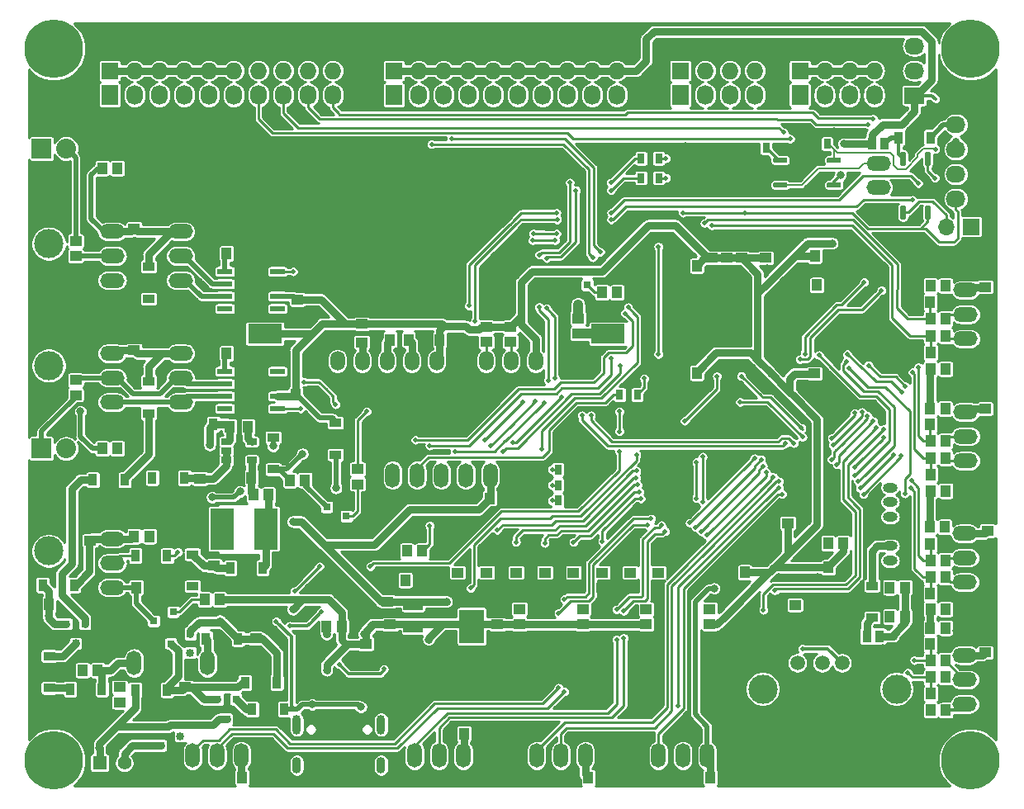
<source format=gbr>
G04 #@! TF.GenerationSoftware,KiCad,Pcbnew,(5.1.4)-1*
G04 #@! TF.CreationDate,2020-07-04T01:26:03+09:00*
G04 #@! TF.ProjectId,stm32f4_Centaurus,73746d33-3266-4345-9f43-656e74617572,rev?*
G04 #@! TF.SameCoordinates,Original*
G04 #@! TF.FileFunction,Copper,L2,Bot*
G04 #@! TF.FilePolarity,Positive*
%FSLAX46Y46*%
G04 Gerber Fmt 4.6, Leading zero omitted, Abs format (unit mm)*
G04 Created by KiCad (PCBNEW (5.1.4)-1) date 2020-07-04 01:26:03*
%MOMM*%
%LPD*%
G04 APERTURE LIST*
%ADD10R,1.220000X0.910000*%
%ADD11R,1.000000X1.200000*%
%ADD12R,1.200000X1.000000*%
%ADD13R,0.910000X1.220000*%
%ADD14R,0.800100X0.800100*%
%ADD15R,2.400000X4.200000*%
%ADD16R,1.397000X1.397000*%
%ADD17C,1.397000*%
%ADD18O,2.500000X1.500000*%
%ADD19O,1.500000X2.500000*%
%ADD20C,3.000000*%
%ADD21O,0.900000X2.000000*%
%ADD22O,0.900000X1.700000*%
%ADD23C,1.501140*%
%ADD24C,2.999740*%
%ADD25O,1.524000X1.000000*%
%ADD26O,1.500000X2.000000*%
%ADD27R,3.500000X2.000000*%
%ADD28R,1.000760X0.690880*%
%ADD29O,1.727200X1.727200*%
%ADD30R,1.727200X1.727200*%
%ADD31O,1.727200X2.032000*%
%ADD32R,1.727200X2.032000*%
%ADD33R,2.000000X1.200000*%
%ADD34R,2.500000X3.500000*%
%ADD35R,1.550000X0.600000*%
%ADD36O,2.032000X1.727200*%
%ADD37R,2.032000X1.727200*%
%ADD38O,2.032000X2.032000*%
%ADD39R,2.032000X2.032000*%
%ADD40R,0.965200X1.270000*%
%ADD41R,0.800000X1.000000*%
%ADD42R,1.700000X1.700000*%
%ADD43O,1.700000X1.700000*%
%ADD44C,0.100000*%
%ADD45C,0.550000*%
%ADD46C,6.000000*%
%ADD47C,0.500000*%
%ADD48C,0.800000*%
%ADD49C,0.250000*%
%ADD50C,0.800000*%
%ADD51C,0.500000*%
%ADD52C,0.350000*%
%ADD53C,0.200000*%
%ADD54C,1.000000*%
%ADD55C,0.254000*%
G04 APERTURE END LIST*
D10*
X84900000Y-103635000D03*
X84900000Y-100365000D03*
D11*
X145890000Y-86300000D03*
X147450000Y-86300000D03*
X147430000Y-88000000D03*
X145870000Y-88000000D03*
X147450000Y-89710000D03*
X145890000Y-89710000D03*
X147450000Y-91460000D03*
X145890000Y-91460000D03*
X145920000Y-93150000D03*
X147480000Y-93150000D03*
X145890000Y-94850000D03*
X147450000Y-94850000D03*
X145870000Y-98900000D03*
X147430000Y-98900000D03*
X147430000Y-100550000D03*
X145870000Y-100550000D03*
X145890000Y-102210000D03*
X147450000Y-102210000D03*
X147450000Y-103960000D03*
X145890000Y-103960000D03*
X145920000Y-105650000D03*
X147480000Y-105650000D03*
X147480000Y-107350000D03*
X145920000Y-107350000D03*
X147380000Y-111050000D03*
X145820000Y-111050000D03*
X147430000Y-112800000D03*
X145870000Y-112800000D03*
X147450000Y-114460000D03*
X145890000Y-114460000D03*
X145890000Y-116210000D03*
X147450000Y-116210000D03*
X145870000Y-117850000D03*
X147430000Y-117850000D03*
X145890000Y-119500000D03*
X147450000Y-119500000D03*
X145870000Y-121400000D03*
X147430000Y-121400000D03*
X147430000Y-123050000D03*
X145870000Y-123050000D03*
X147450000Y-124710000D03*
X145890000Y-124710000D03*
X147450000Y-126460000D03*
X145890000Y-126460000D03*
X145920000Y-128150000D03*
X147480000Y-128150000D03*
X145920000Y-129850000D03*
X147480000Y-129850000D03*
X143280000Y-120250000D03*
X141720000Y-120250000D03*
X143280000Y-117250000D03*
X141720000Y-117250000D03*
X135390000Y-112710000D03*
X136950000Y-112710000D03*
X135780000Y-86250000D03*
X134220000Y-86250000D03*
X113780000Y-87000000D03*
X112220000Y-87000000D03*
D12*
X109750000Y-89670000D03*
X109750000Y-91230000D03*
X123250000Y-119470000D03*
X123250000Y-121030000D03*
X116750000Y-119470000D03*
X116750000Y-121030000D03*
X110250000Y-121030000D03*
X110250000Y-119470000D03*
X103750000Y-121030000D03*
X103750000Y-119470000D03*
D11*
X92220000Y-113500000D03*
X93780000Y-113500000D03*
D12*
X102850000Y-92080000D03*
X102850000Y-90520000D03*
X100350000Y-90520000D03*
X100350000Y-92080000D03*
D11*
X81780000Y-106250000D03*
X80220000Y-106250000D03*
X78030000Y-107750000D03*
X76470000Y-107750000D03*
X74720000Y-106000000D03*
X76280000Y-106000000D03*
D12*
X87170000Y-105100000D03*
X87170000Y-106660000D03*
D11*
X83970000Y-121250000D03*
X85530000Y-121250000D03*
D12*
X88000000Y-124930000D03*
X88000000Y-123050000D03*
X76750000Y-122470000D03*
X76750000Y-124030000D03*
X69500000Y-129030000D03*
X69500000Y-127470000D03*
D11*
X73030000Y-118500000D03*
X71470000Y-118500000D03*
X64470000Y-117250000D03*
X66030000Y-117250000D03*
X64250000Y-112000000D03*
X65810000Y-112000000D03*
X62530000Y-103000000D03*
X60970000Y-103000000D03*
X60970000Y-74250000D03*
X62530000Y-74250000D03*
D12*
X58250000Y-81720000D03*
X58250000Y-83280000D03*
X58250000Y-97530000D03*
X58250000Y-95970000D03*
X62750000Y-129030000D03*
X62750000Y-127470000D03*
D11*
X60530000Y-125750000D03*
X58970000Y-125750000D03*
X53970000Y-119000000D03*
X55530000Y-119000000D03*
D13*
X79635000Y-129750000D03*
X76365000Y-129750000D03*
X78885000Y-127000000D03*
X75615000Y-127000000D03*
X67635000Y-127750000D03*
X64365000Y-127750000D03*
D10*
X55540000Y-127555000D03*
X55540000Y-124285000D03*
D13*
X74885000Y-122500000D03*
X71615000Y-122500000D03*
X60955000Y-127680000D03*
X57685000Y-127680000D03*
X58135000Y-117000000D03*
X54865000Y-117000000D03*
D10*
X70250000Y-117135000D03*
X70250000Y-113865000D03*
D13*
X77410001Y-115250000D03*
X74140001Y-115250000D03*
X67635000Y-114000000D03*
X64365000Y-114000000D03*
X60015000Y-106220000D03*
X63285000Y-106220000D03*
X66115000Y-106000000D03*
X69385000Y-106000000D03*
D10*
X78500000Y-105135000D03*
X78500000Y-101865000D03*
D13*
X69115000Y-100500000D03*
X72385000Y-100500000D03*
D10*
X65750000Y-87635000D03*
X65750000Y-84365000D03*
X65750000Y-96115000D03*
X65750000Y-99385000D03*
D12*
X64250000Y-78550000D03*
X64250000Y-80430000D03*
X64250000Y-92930000D03*
X64250000Y-91050000D03*
X71000000Y-107980000D03*
X71000000Y-106100000D03*
D11*
X75930000Y-100750000D03*
X74050000Y-100750000D03*
D12*
X72420000Y-115010000D03*
X72420000Y-116890000D03*
X59750000Y-112430000D03*
X59750000Y-110550000D03*
D11*
X93930000Y-116500000D03*
X92050000Y-116500000D03*
D12*
X90250000Y-118700000D03*
X90250000Y-116820000D03*
X101500000Y-122930000D03*
X101500000Y-121050000D03*
D11*
X123320000Y-136750000D03*
X125200000Y-136750000D03*
X110820000Y-136750000D03*
X112700000Y-136750000D03*
X77200000Y-136750000D03*
X75320000Y-136750000D03*
X99950000Y-132250000D03*
X98070000Y-132250000D03*
D12*
X80995000Y-87725000D03*
X80995000Y-89605000D03*
D11*
X102600000Y-108100000D03*
X100720000Y-108100000D03*
X80820000Y-97500000D03*
X82700000Y-97500000D03*
D12*
X87600000Y-92100000D03*
X87600000Y-90220000D03*
D11*
X92380000Y-91850000D03*
X90500000Y-91850000D03*
X97450000Y-91850000D03*
X95570000Y-91850000D03*
X121950000Y-95250000D03*
X120070000Y-95250000D03*
X120070000Y-84250000D03*
X121950000Y-84250000D03*
D12*
X123500000Y-83450000D03*
X123500000Y-81570000D03*
X125000000Y-83450000D03*
X125000000Y-81570000D03*
X126500000Y-83450000D03*
X126500000Y-81570000D03*
X129000000Y-81570000D03*
X129000000Y-83450000D03*
D11*
X134050000Y-83250000D03*
X135930000Y-83250000D03*
D12*
X134000000Y-97180000D03*
X134000000Y-95300000D03*
D11*
X126870000Y-115710000D03*
X124990000Y-115710000D03*
D12*
X131250000Y-108760000D03*
X131250000Y-110640000D03*
D11*
X137330000Y-115200000D03*
X135450000Y-115200000D03*
D12*
X132000000Y-120930000D03*
X132000000Y-119050000D03*
X151500000Y-122050000D03*
X151500000Y-123930000D03*
X151750000Y-109550000D03*
X151750000Y-111430000D03*
X151500000Y-97050000D03*
X151500000Y-98930000D03*
X151500000Y-86430000D03*
X151500000Y-84550000D03*
D10*
X139920000Y-117075000D03*
X139920000Y-120345000D03*
D14*
X70000760Y-122050000D03*
X70000760Y-123950000D03*
X68001780Y-123000000D03*
X58250000Y-122998220D03*
X59200000Y-120999240D03*
X57300000Y-120999240D03*
X73750000Y-130748220D03*
X74700000Y-128749240D03*
X72800000Y-128749240D03*
X66999240Y-133450000D03*
X66999240Y-131550000D03*
X68998220Y-132500000D03*
X66249240Y-120700000D03*
X66249240Y-118800000D03*
X68248220Y-119750000D03*
X110700000Y-86249240D03*
X108800000Y-86249240D03*
X109750000Y-88248220D03*
X86000760Y-109950000D03*
X86000760Y-108050000D03*
X84001780Y-109000000D03*
D13*
X145885000Y-71100000D03*
X142615000Y-71100000D03*
D12*
X115100000Y-115720000D03*
X115100000Y-117280000D03*
X97400000Y-117280000D03*
X97400000Y-115720000D03*
X100400000Y-115720000D03*
X100400000Y-117280000D03*
X103400000Y-117280000D03*
X103400000Y-115720000D03*
X106350000Y-115720000D03*
X106350000Y-117280000D03*
X109300000Y-115720000D03*
X109300000Y-117280000D03*
X112250000Y-117280000D03*
X112250000Y-115720000D03*
X117950000Y-115720000D03*
X117950000Y-117280000D03*
X90500000Y-121050000D03*
X90500000Y-122930000D03*
D15*
X77750000Y-111250000D03*
X73250000Y-111250000D03*
D16*
X60710000Y-135250000D03*
D17*
X63250000Y-135250000D03*
X65790000Y-135250000D03*
D18*
X149420000Y-129210000D03*
X149420000Y-126710000D03*
X149420000Y-124210000D03*
X149420000Y-121710000D03*
X149420000Y-109210000D03*
X149420000Y-111710000D03*
X149420000Y-114210000D03*
X149420000Y-116710000D03*
X149500000Y-96750000D03*
X149500000Y-99250000D03*
X149500000Y-101750000D03*
X149500000Y-104250000D03*
X149500000Y-91750000D03*
X149500000Y-89250000D03*
X149500000Y-86750000D03*
X149500000Y-84250000D03*
D19*
X118000000Y-134500000D03*
X120500000Y-134500000D03*
X123000000Y-134500000D03*
X125500000Y-134500000D03*
X113000000Y-134500000D03*
X110500000Y-134500000D03*
X108000000Y-134500000D03*
X105500000Y-134500000D03*
X93000000Y-134500000D03*
X95500000Y-134500000D03*
X98000000Y-134500000D03*
X100500000Y-134500000D03*
D18*
X69000000Y-98250000D03*
X69000000Y-95750000D03*
X69000000Y-93250000D03*
X69000000Y-90750000D03*
X69000000Y-78250000D03*
X69000000Y-80750000D03*
X69000000Y-83250000D03*
X69000000Y-85750000D03*
D19*
X77750000Y-134500000D03*
X75250000Y-134500000D03*
X72750000Y-134500000D03*
X70250000Y-134500000D03*
D20*
X55500000Y-82000000D03*
D18*
X62000000Y-85750000D03*
X62000000Y-83250000D03*
X62000000Y-80750000D03*
X62000000Y-78250000D03*
X62000000Y-90750000D03*
X62000000Y-93250000D03*
X62000000Y-95750000D03*
X62000000Y-98250000D03*
D20*
X55500000Y-94500000D03*
D18*
X62000000Y-109750000D03*
X62000000Y-112250000D03*
X62000000Y-114750000D03*
X62000000Y-117250000D03*
D20*
X55500000Y-113500000D03*
D19*
X66750000Y-125000000D03*
X64250000Y-125000000D03*
X71750000Y-125000000D03*
X74250000Y-125000000D03*
X90750000Y-105750000D03*
X93250000Y-105750000D03*
X95750000Y-105750000D03*
X98250000Y-105750000D03*
X100750000Y-105750000D03*
X103250000Y-105750000D03*
D21*
X80930000Y-131320000D03*
X89570000Y-131320000D03*
D22*
X80930000Y-135490000D03*
X89570000Y-135490000D03*
D23*
X139362860Y-124995760D03*
X136822860Y-124995760D03*
X134790860Y-124995760D03*
X132250860Y-124995760D03*
D24*
X142410860Y-127662760D03*
X128694860Y-127662760D03*
D25*
X141750000Y-114500000D03*
X141750000Y-113000000D03*
X141750000Y-111500000D03*
X141750000Y-110000000D03*
X141750000Y-108500000D03*
X141750000Y-107000000D03*
D18*
X140550000Y-73750000D03*
X140550000Y-76250000D03*
X140550000Y-78750000D03*
D26*
X85090000Y-94035000D03*
X87630000Y-94035000D03*
X90170000Y-94035000D03*
X92710000Y-94035000D03*
X95250000Y-94035000D03*
X97790000Y-94035000D03*
X100330000Y-94035000D03*
X102870000Y-94035000D03*
X105410000Y-94035000D03*
D27*
X77650000Y-91235000D03*
X112850000Y-91235000D03*
D28*
X76300480Y-102300040D03*
X76300480Y-103250000D03*
X76300480Y-104199960D03*
X73699520Y-104199960D03*
X73699520Y-103250000D03*
X73699520Y-102300040D03*
D29*
X140120000Y-61710000D03*
X140120000Y-64250000D03*
X137580000Y-61710000D03*
X137580000Y-64250000D03*
X135040000Y-61710000D03*
X135040000Y-64250000D03*
X132500000Y-61710000D03*
D30*
X132500000Y-64250000D03*
X120250000Y-64250000D03*
D29*
X120250000Y-61710000D03*
X122790000Y-64250000D03*
X122790000Y-61710000D03*
X125330000Y-64250000D03*
X125330000Y-61710000D03*
X127870000Y-64250000D03*
X127870000Y-61710000D03*
X113750000Y-61710000D03*
X113750000Y-64250000D03*
X111210000Y-61710000D03*
X111210000Y-64250000D03*
X108670000Y-61710000D03*
X108670000Y-64250000D03*
X106130000Y-61710000D03*
X106130000Y-64250000D03*
X103590000Y-61710000D03*
X103590000Y-64250000D03*
X101050000Y-61710000D03*
X101050000Y-64250000D03*
X98510000Y-61710000D03*
X98510000Y-64250000D03*
X95970000Y-61710000D03*
X95970000Y-64250000D03*
X93430000Y-61710000D03*
X93430000Y-64250000D03*
X90890000Y-61710000D03*
D30*
X90890000Y-64250000D03*
X61750000Y-64250000D03*
D29*
X61750000Y-61710000D03*
X64290000Y-64250000D03*
X64290000Y-61710000D03*
X66830000Y-64250000D03*
X66830000Y-61710000D03*
X69370000Y-64250000D03*
X69370000Y-61710000D03*
X71910000Y-64250000D03*
X71910000Y-61710000D03*
X74450000Y-64250000D03*
X74450000Y-61710000D03*
X76990000Y-64250000D03*
X76990000Y-61710000D03*
X79530000Y-64250000D03*
X79530000Y-61710000D03*
X82070000Y-64250000D03*
X82070000Y-61710000D03*
X84610000Y-64250000D03*
X84610000Y-61710000D03*
D31*
X84610000Y-66750000D03*
X82070000Y-66750000D03*
X79530000Y-66750000D03*
X76990000Y-66750000D03*
X74450000Y-66750000D03*
X71910000Y-66750000D03*
X69370000Y-66750000D03*
X66830000Y-66750000D03*
X64290000Y-66750000D03*
D32*
X61750000Y-66750000D03*
X90890000Y-66750000D03*
D31*
X93430000Y-66750000D03*
X95970000Y-66750000D03*
X98510000Y-66750000D03*
X101050000Y-66750000D03*
X103590000Y-66750000D03*
X106130000Y-66750000D03*
X108670000Y-66750000D03*
X111210000Y-66750000D03*
X113750000Y-66750000D03*
D32*
X120250000Y-66750000D03*
D31*
X122790000Y-66750000D03*
X125330000Y-66750000D03*
X127870000Y-66750000D03*
D33*
X92850000Y-121250000D03*
X92850000Y-123550000D03*
X92850000Y-118950000D03*
D34*
X98850000Y-121250000D03*
D35*
X78950000Y-95095000D03*
X78950000Y-96365000D03*
X78950000Y-97635000D03*
X78950000Y-98905000D03*
X73550000Y-98905000D03*
X73550000Y-97635000D03*
X73550000Y-96365000D03*
X73550000Y-95095000D03*
X73550000Y-84845000D03*
X73550000Y-86115000D03*
X73550000Y-87385000D03*
X73550000Y-88655000D03*
X78950000Y-88655000D03*
X78950000Y-87385000D03*
X78950000Y-86115000D03*
X78950000Y-84845000D03*
D36*
X144250000Y-61710000D03*
X144250000Y-64250000D03*
D37*
X144250000Y-66790000D03*
D36*
X148500000Y-77410000D03*
X148500000Y-74870000D03*
X148500000Y-72330000D03*
X148500000Y-69790000D03*
D37*
X148500000Y-67250000D03*
D38*
X57290000Y-103000000D03*
D39*
X54750000Y-103000000D03*
X54750000Y-72250000D03*
D38*
X57290000Y-72250000D03*
D31*
X140120000Y-66750000D03*
X137580000Y-66750000D03*
X135040000Y-66750000D03*
D32*
X132500000Y-66750000D03*
D40*
X139915000Y-71750000D03*
X141185000Y-71750000D03*
X139365000Y-122250000D03*
X140635000Y-122250000D03*
D11*
X75280000Y-83000000D03*
X73720000Y-83000000D03*
X75280000Y-93250000D03*
X73720000Y-93250000D03*
D41*
X109500000Y-108350000D03*
X107700000Y-108350000D03*
X107700000Y-106750000D03*
X109500000Y-106750000D03*
X109500000Y-105150000D03*
X107700000Y-105150000D03*
D42*
X150040000Y-80250000D03*
D43*
X147500000Y-80250000D03*
D41*
X135300000Y-71750000D03*
X133500000Y-71750000D03*
D44*
G36*
X143230977Y-72575662D02*
G01*
X143244325Y-72577642D01*
X143257414Y-72580921D01*
X143270119Y-72585467D01*
X143282317Y-72591236D01*
X143293891Y-72598173D01*
X143304729Y-72606211D01*
X143314727Y-72615273D01*
X143323789Y-72625271D01*
X143331827Y-72636109D01*
X143338764Y-72647683D01*
X143344533Y-72659881D01*
X143349079Y-72672586D01*
X143352358Y-72685675D01*
X143354338Y-72699023D01*
X143355000Y-72712500D01*
X143355000Y-73887500D01*
X143354338Y-73900977D01*
X143352358Y-73914325D01*
X143349079Y-73927414D01*
X143344533Y-73940119D01*
X143338764Y-73952317D01*
X143331827Y-73963891D01*
X143323789Y-73974729D01*
X143314727Y-73984727D01*
X143304729Y-73993789D01*
X143293891Y-74001827D01*
X143282317Y-74008764D01*
X143270119Y-74014533D01*
X143257414Y-74019079D01*
X143244325Y-74022358D01*
X143230977Y-74024338D01*
X143217500Y-74025000D01*
X142942500Y-74025000D01*
X142929023Y-74024338D01*
X142915675Y-74022358D01*
X142902586Y-74019079D01*
X142889881Y-74014533D01*
X142877683Y-74008764D01*
X142866109Y-74001827D01*
X142855271Y-73993789D01*
X142845273Y-73984727D01*
X142836211Y-73974729D01*
X142828173Y-73963891D01*
X142821236Y-73952317D01*
X142815467Y-73940119D01*
X142810921Y-73927414D01*
X142807642Y-73914325D01*
X142805662Y-73900977D01*
X142805000Y-73887500D01*
X142805000Y-72712500D01*
X142805662Y-72699023D01*
X142807642Y-72685675D01*
X142810921Y-72672586D01*
X142815467Y-72659881D01*
X142821236Y-72647683D01*
X142828173Y-72636109D01*
X142836211Y-72625271D01*
X142845273Y-72615273D01*
X142855271Y-72606211D01*
X142866109Y-72598173D01*
X142877683Y-72591236D01*
X142889881Y-72585467D01*
X142902586Y-72580921D01*
X142915675Y-72577642D01*
X142929023Y-72575662D01*
X142942500Y-72575000D01*
X143217500Y-72575000D01*
X143230977Y-72575662D01*
X143230977Y-72575662D01*
G37*
D45*
X143080000Y-73300000D03*
D44*
G36*
X145770977Y-72575662D02*
G01*
X145784325Y-72577642D01*
X145797414Y-72580921D01*
X145810119Y-72585467D01*
X145822317Y-72591236D01*
X145833891Y-72598173D01*
X145844729Y-72606211D01*
X145854727Y-72615273D01*
X145863789Y-72625271D01*
X145871827Y-72636109D01*
X145878764Y-72647683D01*
X145884533Y-72659881D01*
X145889079Y-72672586D01*
X145892358Y-72685675D01*
X145894338Y-72699023D01*
X145895000Y-72712500D01*
X145895000Y-73887500D01*
X145894338Y-73900977D01*
X145892358Y-73914325D01*
X145889079Y-73927414D01*
X145884533Y-73940119D01*
X145878764Y-73952317D01*
X145871827Y-73963891D01*
X145863789Y-73974729D01*
X145854727Y-73984727D01*
X145844729Y-73993789D01*
X145833891Y-74001827D01*
X145822317Y-74008764D01*
X145810119Y-74014533D01*
X145797414Y-74019079D01*
X145784325Y-74022358D01*
X145770977Y-74024338D01*
X145757500Y-74025000D01*
X145482500Y-74025000D01*
X145469023Y-74024338D01*
X145455675Y-74022358D01*
X145442586Y-74019079D01*
X145429881Y-74014533D01*
X145417683Y-74008764D01*
X145406109Y-74001827D01*
X145395271Y-73993789D01*
X145385273Y-73984727D01*
X145376211Y-73974729D01*
X145368173Y-73963891D01*
X145361236Y-73952317D01*
X145355467Y-73940119D01*
X145350921Y-73927414D01*
X145347642Y-73914325D01*
X145345662Y-73900977D01*
X145345000Y-73887500D01*
X145345000Y-72712500D01*
X145345662Y-72699023D01*
X145347642Y-72685675D01*
X145350921Y-72672586D01*
X145355467Y-72659881D01*
X145361236Y-72647683D01*
X145368173Y-72636109D01*
X145376211Y-72625271D01*
X145385273Y-72615273D01*
X145395271Y-72606211D01*
X145406109Y-72598173D01*
X145417683Y-72591236D01*
X145429881Y-72585467D01*
X145442586Y-72580921D01*
X145455675Y-72577642D01*
X145469023Y-72575662D01*
X145482500Y-72575000D01*
X145757500Y-72575000D01*
X145770977Y-72575662D01*
X145770977Y-72575662D01*
G37*
D45*
X145620000Y-73300000D03*
D44*
G36*
X145770977Y-78075662D02*
G01*
X145784325Y-78077642D01*
X145797414Y-78080921D01*
X145810119Y-78085467D01*
X145822317Y-78091236D01*
X145833891Y-78098173D01*
X145844729Y-78106211D01*
X145854727Y-78115273D01*
X145863789Y-78125271D01*
X145871827Y-78136109D01*
X145878764Y-78147683D01*
X145884533Y-78159881D01*
X145889079Y-78172586D01*
X145892358Y-78185675D01*
X145894338Y-78199023D01*
X145895000Y-78212500D01*
X145895000Y-79387500D01*
X145894338Y-79400977D01*
X145892358Y-79414325D01*
X145889079Y-79427414D01*
X145884533Y-79440119D01*
X145878764Y-79452317D01*
X145871827Y-79463891D01*
X145863789Y-79474729D01*
X145854727Y-79484727D01*
X145844729Y-79493789D01*
X145833891Y-79501827D01*
X145822317Y-79508764D01*
X145810119Y-79514533D01*
X145797414Y-79519079D01*
X145784325Y-79522358D01*
X145770977Y-79524338D01*
X145757500Y-79525000D01*
X145482500Y-79525000D01*
X145469023Y-79524338D01*
X145455675Y-79522358D01*
X145442586Y-79519079D01*
X145429881Y-79514533D01*
X145417683Y-79508764D01*
X145406109Y-79501827D01*
X145395271Y-79493789D01*
X145385273Y-79484727D01*
X145376211Y-79474729D01*
X145368173Y-79463891D01*
X145361236Y-79452317D01*
X145355467Y-79440119D01*
X145350921Y-79427414D01*
X145347642Y-79414325D01*
X145345662Y-79400977D01*
X145345000Y-79387500D01*
X145345000Y-78212500D01*
X145345662Y-78199023D01*
X145347642Y-78185675D01*
X145350921Y-78172586D01*
X145355467Y-78159881D01*
X145361236Y-78147683D01*
X145368173Y-78136109D01*
X145376211Y-78125271D01*
X145385273Y-78115273D01*
X145395271Y-78106211D01*
X145406109Y-78098173D01*
X145417683Y-78091236D01*
X145429881Y-78085467D01*
X145442586Y-78080921D01*
X145455675Y-78077642D01*
X145469023Y-78075662D01*
X145482500Y-78075000D01*
X145757500Y-78075000D01*
X145770977Y-78075662D01*
X145770977Y-78075662D01*
G37*
D45*
X145620000Y-78800000D03*
D44*
G36*
X143230977Y-78075662D02*
G01*
X143244325Y-78077642D01*
X143257414Y-78080921D01*
X143270119Y-78085467D01*
X143282317Y-78091236D01*
X143293891Y-78098173D01*
X143304729Y-78106211D01*
X143314727Y-78115273D01*
X143323789Y-78125271D01*
X143331827Y-78136109D01*
X143338764Y-78147683D01*
X143344533Y-78159881D01*
X143349079Y-78172586D01*
X143352358Y-78185675D01*
X143354338Y-78199023D01*
X143355000Y-78212500D01*
X143355000Y-79387500D01*
X143354338Y-79400977D01*
X143352358Y-79414325D01*
X143349079Y-79427414D01*
X143344533Y-79440119D01*
X143338764Y-79452317D01*
X143331827Y-79463891D01*
X143323789Y-79474729D01*
X143314727Y-79484727D01*
X143304729Y-79493789D01*
X143293891Y-79501827D01*
X143282317Y-79508764D01*
X143270119Y-79514533D01*
X143257414Y-79519079D01*
X143244325Y-79522358D01*
X143230977Y-79524338D01*
X143217500Y-79525000D01*
X142942500Y-79525000D01*
X142929023Y-79524338D01*
X142915675Y-79522358D01*
X142902586Y-79519079D01*
X142889881Y-79514533D01*
X142877683Y-79508764D01*
X142866109Y-79501827D01*
X142855271Y-79493789D01*
X142845273Y-79484727D01*
X142836211Y-79474729D01*
X142828173Y-79463891D01*
X142821236Y-79452317D01*
X142815467Y-79440119D01*
X142810921Y-79427414D01*
X142807642Y-79414325D01*
X142805662Y-79400977D01*
X142805000Y-79387500D01*
X142805000Y-78212500D01*
X142805662Y-78199023D01*
X142807642Y-78185675D01*
X142810921Y-78172586D01*
X142815467Y-78159881D01*
X142821236Y-78147683D01*
X142828173Y-78136109D01*
X142836211Y-78125271D01*
X142845273Y-78115273D01*
X142855271Y-78106211D01*
X142866109Y-78098173D01*
X142877683Y-78091236D01*
X142889881Y-78085467D01*
X142902586Y-78080921D01*
X142915675Y-78077642D01*
X142929023Y-78075662D01*
X142942500Y-78075000D01*
X143217500Y-78075000D01*
X143230977Y-78075662D01*
X143230977Y-78075662D01*
G37*
D45*
X143080000Y-78800000D03*
D41*
X118025000Y-75250000D03*
X116225000Y-75250000D03*
X116225000Y-73250000D03*
X118025000Y-73250000D03*
X114025000Y-97475000D03*
X115825000Y-97475000D03*
X127250000Y-72150000D03*
X129050000Y-72150000D03*
D44*
G36*
X136600977Y-75695662D02*
G01*
X136614325Y-75697642D01*
X136627414Y-75700921D01*
X136640119Y-75705467D01*
X136652317Y-75711236D01*
X136663891Y-75718173D01*
X136674729Y-75726211D01*
X136684727Y-75735273D01*
X136693789Y-75745271D01*
X136701827Y-75756109D01*
X136708764Y-75767683D01*
X136714533Y-75779881D01*
X136719079Y-75792586D01*
X136722358Y-75805675D01*
X136724338Y-75819023D01*
X136725000Y-75832500D01*
X136725000Y-76107500D01*
X136724338Y-76120977D01*
X136722358Y-76134325D01*
X136719079Y-76147414D01*
X136714533Y-76160119D01*
X136708764Y-76172317D01*
X136701827Y-76183891D01*
X136693789Y-76194729D01*
X136684727Y-76204727D01*
X136674729Y-76213789D01*
X136663891Y-76221827D01*
X136652317Y-76228764D01*
X136640119Y-76234533D01*
X136627414Y-76239079D01*
X136614325Y-76242358D01*
X136600977Y-76244338D01*
X136587500Y-76245000D01*
X135412500Y-76245000D01*
X135399023Y-76244338D01*
X135385675Y-76242358D01*
X135372586Y-76239079D01*
X135359881Y-76234533D01*
X135347683Y-76228764D01*
X135336109Y-76221827D01*
X135325271Y-76213789D01*
X135315273Y-76204727D01*
X135306211Y-76194729D01*
X135298173Y-76183891D01*
X135291236Y-76172317D01*
X135285467Y-76160119D01*
X135280921Y-76147414D01*
X135277642Y-76134325D01*
X135275662Y-76120977D01*
X135275000Y-76107500D01*
X135275000Y-75832500D01*
X135275662Y-75819023D01*
X135277642Y-75805675D01*
X135280921Y-75792586D01*
X135285467Y-75779881D01*
X135291236Y-75767683D01*
X135298173Y-75756109D01*
X135306211Y-75745271D01*
X135315273Y-75735273D01*
X135325271Y-75726211D01*
X135336109Y-75718173D01*
X135347683Y-75711236D01*
X135359881Y-75705467D01*
X135372586Y-75700921D01*
X135385675Y-75697642D01*
X135399023Y-75695662D01*
X135412500Y-75695000D01*
X136587500Y-75695000D01*
X136600977Y-75695662D01*
X136600977Y-75695662D01*
G37*
D45*
X136000000Y-75970000D03*
D44*
G36*
X136600977Y-73155662D02*
G01*
X136614325Y-73157642D01*
X136627414Y-73160921D01*
X136640119Y-73165467D01*
X136652317Y-73171236D01*
X136663891Y-73178173D01*
X136674729Y-73186211D01*
X136684727Y-73195273D01*
X136693789Y-73205271D01*
X136701827Y-73216109D01*
X136708764Y-73227683D01*
X136714533Y-73239881D01*
X136719079Y-73252586D01*
X136722358Y-73265675D01*
X136724338Y-73279023D01*
X136725000Y-73292500D01*
X136725000Y-73567500D01*
X136724338Y-73580977D01*
X136722358Y-73594325D01*
X136719079Y-73607414D01*
X136714533Y-73620119D01*
X136708764Y-73632317D01*
X136701827Y-73643891D01*
X136693789Y-73654729D01*
X136684727Y-73664727D01*
X136674729Y-73673789D01*
X136663891Y-73681827D01*
X136652317Y-73688764D01*
X136640119Y-73694533D01*
X136627414Y-73699079D01*
X136614325Y-73702358D01*
X136600977Y-73704338D01*
X136587500Y-73705000D01*
X135412500Y-73705000D01*
X135399023Y-73704338D01*
X135385675Y-73702358D01*
X135372586Y-73699079D01*
X135359881Y-73694533D01*
X135347683Y-73688764D01*
X135336109Y-73681827D01*
X135325271Y-73673789D01*
X135315273Y-73664727D01*
X135306211Y-73654729D01*
X135298173Y-73643891D01*
X135291236Y-73632317D01*
X135285467Y-73620119D01*
X135280921Y-73607414D01*
X135277642Y-73594325D01*
X135275662Y-73580977D01*
X135275000Y-73567500D01*
X135275000Y-73292500D01*
X135275662Y-73279023D01*
X135277642Y-73265675D01*
X135280921Y-73252586D01*
X135285467Y-73239881D01*
X135291236Y-73227683D01*
X135298173Y-73216109D01*
X135306211Y-73205271D01*
X135315273Y-73195273D01*
X135325271Y-73186211D01*
X135336109Y-73178173D01*
X135347683Y-73171236D01*
X135359881Y-73165467D01*
X135372586Y-73160921D01*
X135385675Y-73157642D01*
X135399023Y-73155662D01*
X135412500Y-73155000D01*
X136587500Y-73155000D01*
X136600977Y-73155662D01*
X136600977Y-73155662D01*
G37*
D45*
X136000000Y-73430000D03*
D44*
G36*
X131100977Y-73155662D02*
G01*
X131114325Y-73157642D01*
X131127414Y-73160921D01*
X131140119Y-73165467D01*
X131152317Y-73171236D01*
X131163891Y-73178173D01*
X131174729Y-73186211D01*
X131184727Y-73195273D01*
X131193789Y-73205271D01*
X131201827Y-73216109D01*
X131208764Y-73227683D01*
X131214533Y-73239881D01*
X131219079Y-73252586D01*
X131222358Y-73265675D01*
X131224338Y-73279023D01*
X131225000Y-73292500D01*
X131225000Y-73567500D01*
X131224338Y-73580977D01*
X131222358Y-73594325D01*
X131219079Y-73607414D01*
X131214533Y-73620119D01*
X131208764Y-73632317D01*
X131201827Y-73643891D01*
X131193789Y-73654729D01*
X131184727Y-73664727D01*
X131174729Y-73673789D01*
X131163891Y-73681827D01*
X131152317Y-73688764D01*
X131140119Y-73694533D01*
X131127414Y-73699079D01*
X131114325Y-73702358D01*
X131100977Y-73704338D01*
X131087500Y-73705000D01*
X129912500Y-73705000D01*
X129899023Y-73704338D01*
X129885675Y-73702358D01*
X129872586Y-73699079D01*
X129859881Y-73694533D01*
X129847683Y-73688764D01*
X129836109Y-73681827D01*
X129825271Y-73673789D01*
X129815273Y-73664727D01*
X129806211Y-73654729D01*
X129798173Y-73643891D01*
X129791236Y-73632317D01*
X129785467Y-73620119D01*
X129780921Y-73607414D01*
X129777642Y-73594325D01*
X129775662Y-73580977D01*
X129775000Y-73567500D01*
X129775000Y-73292500D01*
X129775662Y-73279023D01*
X129777642Y-73265675D01*
X129780921Y-73252586D01*
X129785467Y-73239881D01*
X129791236Y-73227683D01*
X129798173Y-73216109D01*
X129806211Y-73205271D01*
X129815273Y-73195273D01*
X129825271Y-73186211D01*
X129836109Y-73178173D01*
X129847683Y-73171236D01*
X129859881Y-73165467D01*
X129872586Y-73160921D01*
X129885675Y-73157642D01*
X129899023Y-73155662D01*
X129912500Y-73155000D01*
X131087500Y-73155000D01*
X131100977Y-73155662D01*
X131100977Y-73155662D01*
G37*
D45*
X130500000Y-73430000D03*
D44*
G36*
X131100977Y-75695662D02*
G01*
X131114325Y-75697642D01*
X131127414Y-75700921D01*
X131140119Y-75705467D01*
X131152317Y-75711236D01*
X131163891Y-75718173D01*
X131174729Y-75726211D01*
X131184727Y-75735273D01*
X131193789Y-75745271D01*
X131201827Y-75756109D01*
X131208764Y-75767683D01*
X131214533Y-75779881D01*
X131219079Y-75792586D01*
X131222358Y-75805675D01*
X131224338Y-75819023D01*
X131225000Y-75832500D01*
X131225000Y-76107500D01*
X131224338Y-76120977D01*
X131222358Y-76134325D01*
X131219079Y-76147414D01*
X131214533Y-76160119D01*
X131208764Y-76172317D01*
X131201827Y-76183891D01*
X131193789Y-76194729D01*
X131184727Y-76204727D01*
X131174729Y-76213789D01*
X131163891Y-76221827D01*
X131152317Y-76228764D01*
X131140119Y-76234533D01*
X131127414Y-76239079D01*
X131114325Y-76242358D01*
X131100977Y-76244338D01*
X131087500Y-76245000D01*
X129912500Y-76245000D01*
X129899023Y-76244338D01*
X129885675Y-76242358D01*
X129872586Y-76239079D01*
X129859881Y-76234533D01*
X129847683Y-76228764D01*
X129836109Y-76221827D01*
X129825271Y-76213789D01*
X129815273Y-76204727D01*
X129806211Y-76194729D01*
X129798173Y-76183891D01*
X129791236Y-76172317D01*
X129785467Y-76160119D01*
X129780921Y-76147414D01*
X129777642Y-76134325D01*
X129775662Y-76120977D01*
X129775000Y-76107500D01*
X129775000Y-75832500D01*
X129775662Y-75819023D01*
X129777642Y-75805675D01*
X129780921Y-75792586D01*
X129785467Y-75779881D01*
X129791236Y-75767683D01*
X129798173Y-75756109D01*
X129806211Y-75745271D01*
X129815273Y-75735273D01*
X129825271Y-75726211D01*
X129836109Y-75718173D01*
X129847683Y-75711236D01*
X129859881Y-75705467D01*
X129872586Y-75700921D01*
X129885675Y-75697642D01*
X129899023Y-75695662D01*
X129912500Y-75695000D01*
X131087500Y-75695000D01*
X131100977Y-75695662D01*
X131100977Y-75695662D01*
G37*
D45*
X130500000Y-75970000D03*
D46*
X56000000Y-62000000D03*
X56000000Y-135000000D03*
X150000000Y-135000000D03*
X150000000Y-62000000D03*
D47*
X132000000Y-119050000D03*
X142850000Y-95050000D03*
X126820000Y-73000000D03*
X126180000Y-73000000D03*
D48*
X76000000Y-125250000D03*
X77750000Y-125250000D03*
X89250000Y-124000000D03*
X121500000Y-117750000D03*
X135500000Y-96250000D03*
X130370000Y-116220000D03*
X134310000Y-116220000D03*
X106000000Y-131500000D03*
X109000000Y-132750000D03*
X115000000Y-130250000D03*
X117000000Y-130250000D03*
X112500000Y-129250000D03*
X108500000Y-129250000D03*
X91750000Y-131000000D03*
X65500000Y-130250000D03*
X61500000Y-130500000D03*
X62750000Y-133000000D03*
X60250000Y-137250000D03*
X63500000Y-137250000D03*
X67000000Y-137250000D03*
X146250000Y-137000000D03*
X143250000Y-137000000D03*
X139750000Y-137000000D03*
X136000000Y-137000000D03*
X131750000Y-137000000D03*
X129000000Y-135500000D03*
X136000000Y-132000000D03*
X146500000Y-132000000D03*
X152000000Y-131500000D03*
X136000000Y-129500000D03*
X130500000Y-125500000D03*
X130750000Y-133000000D03*
X117750000Y-125000000D03*
X123000000Y-125000000D03*
X115500000Y-125000000D03*
X112500000Y-125000000D03*
X109250000Y-125000000D03*
X106750000Y-125000000D03*
X87000000Y-99250000D03*
X83500000Y-86250000D03*
X92400000Y-65500000D03*
X94700000Y-65500000D03*
X97200000Y-65500000D03*
X99700000Y-65500000D03*
X102300000Y-65500000D03*
X104900000Y-65500000D03*
X107400000Y-65500000D03*
X109950000Y-65500000D03*
X112500000Y-65500000D03*
X115150000Y-65500000D03*
X115150000Y-67600000D03*
X112500000Y-67900000D03*
X109950000Y-67900000D03*
X107400000Y-67900000D03*
X104900000Y-67900000D03*
X102300000Y-67900000D03*
X99800000Y-67900000D03*
X97200000Y-67900000D03*
X94700000Y-67900000D03*
X92400000Y-68000000D03*
X89100000Y-67900000D03*
X89100000Y-65500000D03*
X87750000Y-64250000D03*
X59500000Y-133250000D03*
X58250000Y-131500000D03*
X56000000Y-131000000D03*
X54000000Y-131500000D03*
X54000000Y-128500000D03*
X54000000Y-125500000D03*
X54000000Y-122500000D03*
X54000000Y-115250000D03*
X54000000Y-111500000D03*
X54000000Y-108000000D03*
X54000000Y-104750000D03*
X54000000Y-100500000D03*
X54000000Y-96750000D03*
X54000000Y-92250000D03*
X54000000Y-88750000D03*
X54000000Y-84750000D03*
X54000000Y-79750000D03*
X54000000Y-75250000D03*
X54000000Y-69500000D03*
X54000000Y-65500000D03*
X56500000Y-66000000D03*
X58750000Y-65500000D03*
X59750000Y-63500000D03*
X59500000Y-60250000D03*
X146500000Y-59750000D03*
X150000000Y-93500000D03*
X150250000Y-106000000D03*
X150250000Y-118750000D03*
X105750000Y-73250000D03*
X101000000Y-73250000D03*
X107750000Y-77750000D03*
X115000000Y-76500000D03*
X113250000Y-73250000D03*
X114750000Y-80750000D03*
X106000000Y-78000000D03*
X105000000Y-75000000D03*
X102750000Y-79000000D03*
X84750000Y-79000000D03*
X75750000Y-69250000D03*
X86000000Y-65500000D03*
X90500000Y-71500000D03*
X95000000Y-73250000D03*
X82000000Y-69250000D03*
X78500000Y-69250000D03*
X73250000Y-69250000D03*
X70750000Y-69250000D03*
X68250000Y-69250000D03*
X65500000Y-69250000D03*
X63000000Y-69250000D03*
X60250000Y-68500000D03*
X73750000Y-73750000D03*
X83000000Y-83000000D03*
X78000000Y-72250000D03*
X82000000Y-71500000D03*
X94750000Y-75250000D03*
X92750000Y-79000000D03*
X103500000Y-84750000D03*
X105000000Y-86500000D03*
X107500000Y-86000000D03*
X107500000Y-88500000D03*
X113750000Y-88750000D03*
X112250000Y-81500000D03*
X107500000Y-75000000D03*
X120750000Y-72000000D03*
X121500000Y-74750000D03*
X123000000Y-72750000D03*
X118500000Y-67750000D03*
X118500000Y-65500000D03*
X129250000Y-65500000D03*
X129250000Y-67750000D03*
X131000000Y-67750000D03*
X131000000Y-65500000D03*
X142250000Y-65500000D03*
X142250000Y-67750000D03*
X147000000Y-65750000D03*
X136000000Y-70500000D03*
X136250000Y-68000000D03*
X139000000Y-68000000D03*
X136250000Y-65500000D03*
X138750000Y-65500000D03*
X134000000Y-65500000D03*
X83750000Y-111250000D03*
X81750000Y-113250000D03*
X82750000Y-117500000D03*
X71250000Y-111250000D03*
X63250000Y-104500000D03*
X60750000Y-113500000D03*
X60750000Y-116000000D03*
X60250000Y-97000000D03*
X60250000Y-94750000D03*
X67500000Y-94500000D03*
X70500000Y-94500000D03*
X67500000Y-99750000D03*
X70500000Y-99750000D03*
X63750000Y-99750000D03*
X63500000Y-94500000D03*
X63500000Y-84500000D03*
X63500000Y-87000000D03*
X60250000Y-87000000D03*
X67250000Y-87000000D03*
X67250000Y-84500000D03*
X72000000Y-84500000D03*
X63500000Y-82000000D03*
X60250000Y-82000000D03*
X60250000Y-92000000D03*
X67500000Y-92000000D03*
X70500000Y-92000000D03*
X62750000Y-72750000D03*
X56250000Y-73750000D03*
X56250000Y-70500000D03*
X59250000Y-73750000D03*
X58750000Y-104750000D03*
X77000000Y-83250000D03*
X67250000Y-73750000D03*
X132500000Y-84500000D03*
X129250000Y-87500000D03*
X129250000Y-93000000D03*
X130750000Y-95000000D03*
X127000000Y-92000000D03*
X122000000Y-93500000D03*
X119250000Y-81250000D03*
X120250000Y-82250000D03*
X126500000Y-85250000D03*
X129150000Y-84550000D03*
X124250000Y-92000000D03*
X103500000Y-81250000D03*
X100500000Y-81000000D03*
X95500000Y-81000000D03*
X98000000Y-83500000D03*
X100500000Y-84750000D03*
X92750000Y-83000000D03*
X97750000Y-87750000D03*
X89000000Y-59750000D03*
X87250000Y-61750000D03*
X97500000Y-128250000D03*
X146750000Y-82750000D03*
X150250000Y-82750000D03*
X146750000Y-85000000D03*
X150000000Y-95000000D03*
X150250000Y-107750000D03*
X150250000Y-120250000D03*
X117500000Y-100500000D03*
X115250000Y-101500000D03*
X73750000Y-80250000D03*
X81250000Y-75500000D03*
X70500000Y-76250000D03*
X67250000Y-76250000D03*
X57250000Y-84750000D03*
X57250000Y-88750000D03*
X57250000Y-92250000D03*
X68250000Y-88000000D03*
X70000000Y-88000000D03*
X70000000Y-89250000D03*
X68250000Y-89250000D03*
X60500000Y-101250000D03*
X62100000Y-107600000D03*
X56500000Y-108000000D03*
X56500000Y-111250000D03*
X60750000Y-122500000D03*
X60750000Y-119250000D03*
X63500000Y-119250000D03*
X66500000Y-122500000D03*
X75750000Y-121000000D03*
X78500000Y-129000000D03*
X102250000Y-135500000D03*
X102250000Y-133500000D03*
X103750000Y-133500000D03*
X103750000Y-135500000D03*
X114000000Y-135500000D03*
X114000000Y-133500000D03*
X115750000Y-133500000D03*
X115750000Y-135500000D03*
X127000000Y-135500000D03*
X127000000Y-130250000D03*
X127000000Y-125500000D03*
X127000000Y-122500000D03*
X130500000Y-122500000D03*
X127000000Y-112250000D03*
X130000000Y-110750000D03*
X132750000Y-114000000D03*
X136500000Y-109000000D03*
X135500000Y-118250000D03*
X136500000Y-121750000D03*
X138250000Y-120000000D03*
X129750000Y-119250000D03*
X136000000Y-126500000D03*
X139750000Y-126500000D03*
X143000000Y-123500000D03*
X141000000Y-123500000D03*
X144500000Y-127250000D03*
X148750000Y-106000000D03*
X148750000Y-93500000D03*
X144000000Y-85000000D03*
X144000000Y-88750000D03*
X118500000Y-62750000D03*
X115250000Y-62750000D03*
X86000000Y-67900000D03*
X98250000Y-73250000D03*
X108500000Y-73250000D03*
X112250000Y-77750000D03*
X79500000Y-93500000D03*
X77000000Y-93500000D03*
X71250000Y-109000000D03*
X68500000Y-115500000D03*
X68500000Y-117500000D03*
X74250000Y-117000000D03*
X81750000Y-115500000D03*
X101500000Y-128250000D03*
X101500000Y-125000000D03*
X97500000Y-125000000D03*
X123000000Y-130250000D03*
X77000000Y-98250000D03*
X75250000Y-98250000D03*
X83500000Y-92500000D03*
X83500000Y-95000000D03*
X86250000Y-92500000D03*
X94000000Y-92500000D03*
X123250000Y-84750000D03*
X134000000Y-89250000D03*
X131500000Y-93000000D03*
X124500000Y-94250000D03*
X127000000Y-94250000D03*
X136500000Y-100000000D03*
X148750000Y-95000000D03*
X148750000Y-107750000D03*
X148750000Y-120250000D03*
X148750000Y-118750000D03*
X68500000Y-112500000D03*
X56250000Y-101250000D03*
X72250000Y-91000000D03*
X75000000Y-91000000D03*
X78750000Y-79000000D03*
X147100000Y-109250000D03*
X147050000Y-97000000D03*
X121750000Y-132000000D03*
X119500000Y-132000000D03*
X82500000Y-135000000D03*
X88000000Y-135000000D03*
X87000000Y-132500000D03*
X83500000Y-132500000D03*
X82500000Y-137250000D03*
X88000000Y-137250000D03*
X91250000Y-137250000D03*
X91250000Y-135000000D03*
X98500000Y-137250000D03*
X68750000Y-137250000D03*
X68750000Y-135000000D03*
X70500000Y-130250000D03*
X141250000Y-132250000D03*
X137500000Y-82750000D03*
D47*
X144675000Y-74575000D03*
D48*
X140600000Y-81175000D03*
X113750000Y-118000000D03*
X101500000Y-118500000D03*
X107250000Y-118500000D03*
X102350000Y-112650000D03*
X104750000Y-113750000D03*
X107750000Y-113750000D03*
X110750000Y-113750000D03*
X113750000Y-113750000D03*
X95250000Y-113750000D03*
X97850000Y-110350000D03*
X97850000Y-108000000D03*
X99700000Y-99650000D03*
X89050000Y-99650000D03*
X88850000Y-111400000D03*
X92500000Y-108200000D03*
X89000000Y-104050000D03*
X92250000Y-101400000D03*
X97450000Y-101400000D03*
X107650000Y-101900000D03*
X112850000Y-103650000D03*
X110600000Y-107400000D03*
X137700000Y-75100000D03*
X134950000Y-76700000D03*
D47*
X132850000Y-69950000D03*
X134250000Y-70450000D03*
D48*
X134800000Y-72850000D03*
X134800000Y-75050000D03*
X89000000Y-92500000D03*
D47*
X86500000Y-125400000D03*
X85000000Y-126000000D03*
X83750000Y-123500000D03*
X81250000Y-125750000D03*
X81250000Y-123500000D03*
D48*
X151500000Y-123930000D03*
X151750000Y-111430000D03*
X151500000Y-98930000D03*
X151500000Y-86430000D03*
X123720000Y-117360000D03*
X80530000Y-110500000D03*
X68998220Y-132500000D03*
X145920000Y-129850000D03*
X145870000Y-121400000D03*
X145870000Y-98900000D03*
X145890000Y-94850000D03*
X145890000Y-86300000D03*
X145820000Y-111050000D03*
X145890000Y-119500000D03*
X145920000Y-107350000D03*
X110820000Y-136750000D03*
X98070000Y-132250000D03*
X96290000Y-118700000D03*
X123320000Y-136750000D03*
X73250000Y-111250000D03*
X72000000Y-102650000D03*
X58250000Y-122998220D03*
X66115000Y-106000000D03*
D47*
X78820000Y-120740000D03*
D48*
X87500000Y-129500000D03*
X82500000Y-129250000D03*
D47*
X117250000Y-110210000D03*
X108360000Y-118460000D03*
X108350000Y-127940000D03*
X116860000Y-110840000D03*
X107770000Y-119890000D03*
X107770000Y-127540000D03*
X132770000Y-123550000D03*
X135390000Y-112710000D03*
X115743413Y-103623413D03*
X120700000Y-100170000D03*
X124000000Y-95580000D03*
X98750000Y-117325000D03*
X115738449Y-105298378D03*
X101460000Y-111370000D03*
X142096587Y-103633413D03*
X120000000Y-129400000D03*
X137358414Y-93325000D03*
X142915000Y-97203782D03*
X130340490Y-107073498D03*
X138680000Y-107060000D03*
X142850000Y-103720000D03*
X143270000Y-96587650D03*
X139550000Y-94470000D03*
X130690000Y-107680000D03*
X139020000Y-107680000D03*
X134220000Y-86250000D03*
D48*
X81500000Y-103550000D03*
D47*
X92040000Y-113600000D03*
X147430000Y-121400000D03*
X147450000Y-124710000D03*
X147450000Y-126460000D03*
X147480000Y-129850000D03*
X147480000Y-107350000D03*
X147450000Y-103960000D03*
X147450000Y-102210000D03*
X147430000Y-98900000D03*
X147450000Y-91460000D03*
X147450000Y-94850000D03*
X147450000Y-89710000D03*
X147450000Y-86300000D03*
X147450000Y-114460000D03*
X147380000Y-111050000D03*
X147450000Y-119500000D03*
X147450000Y-116210000D03*
X133010000Y-93290000D03*
X139090000Y-85950000D03*
X132504999Y-93865001D03*
X140870000Y-86770000D03*
X144240000Y-124710000D03*
X143270000Y-107620000D03*
X143570000Y-126000000D03*
X137545000Y-94750000D03*
X144670000Y-94640000D03*
X144070000Y-95180000D03*
D48*
X84000000Y-122050000D03*
D47*
X143930000Y-106280000D03*
X126500000Y-95570000D03*
X132661587Y-100898413D03*
X143880000Y-107070000D03*
X132770000Y-101820000D03*
X126380000Y-98235000D03*
X122730000Y-79890000D03*
X123490000Y-80140000D03*
X89860000Y-125620000D03*
X85270000Y-125150000D03*
X83470000Y-119770000D03*
X80190000Y-121200000D03*
X113150000Y-79530003D03*
X107610000Y-79530000D03*
X144055000Y-77500000D03*
X99200000Y-89950000D03*
X140007131Y-69175000D03*
X98580000Y-88370000D03*
X113160000Y-78830000D03*
X107550000Y-78830000D03*
X144650000Y-75800000D03*
X107560000Y-80950000D03*
X105181587Y-80928413D03*
X96790000Y-71215000D03*
X112035023Y-82835000D03*
X94750000Y-71790000D03*
X111270000Y-83410000D03*
X107410000Y-81660000D03*
X105100000Y-81660000D03*
X88100000Y-99200000D03*
X139525010Y-69750000D03*
X78950000Y-88655000D03*
X131020000Y-102500000D03*
X110170000Y-99599037D03*
X131886587Y-102446587D03*
X111090000Y-99599037D03*
X80550000Y-84850000D03*
X81690000Y-96180000D03*
X78950000Y-95095000D03*
X84900000Y-98475000D03*
X81310000Y-98910000D03*
X115870000Y-106720000D03*
X106350000Y-112700000D03*
X131500000Y-71240000D03*
X130840000Y-70580000D03*
X121800000Y-111070000D03*
X139430000Y-99670000D03*
X128534724Y-104120488D03*
X135760000Y-104120000D03*
X110250000Y-119470000D03*
X115730000Y-106000000D03*
X103400000Y-112600000D03*
X116040000Y-107450000D03*
X109300000Y-112600000D03*
X116190000Y-108140000D03*
X112250208Y-112550208D03*
X122380000Y-111510000D03*
X140014999Y-100190000D03*
X128707053Y-104798947D03*
X136300000Y-104640000D03*
X116750000Y-119470000D03*
X122980000Y-111890000D03*
X141095000Y-101910000D03*
X141095000Y-101910000D03*
X129030000Y-105420000D03*
X138131177Y-104935650D03*
X123250000Y-119470000D03*
X118780000Y-73250000D03*
X118780000Y-75250000D03*
X113780000Y-87000000D03*
X114900000Y-88520000D03*
X106050000Y-103100000D03*
X114591551Y-89148380D03*
X93100000Y-102125000D03*
X113140000Y-93780000D03*
X93780000Y-113500000D03*
X94550000Y-102700000D03*
X94550000Y-110900000D03*
X114108413Y-94498413D03*
X102074999Y-103300000D03*
X68740000Y-113620000D03*
X106290000Y-98290000D03*
X97125000Y-103325000D03*
X116550000Y-95810000D03*
X71470000Y-118500000D03*
X80700000Y-117650000D03*
X83260000Y-115090000D03*
X114000000Y-103324999D03*
X114000000Y-99195000D03*
X88460000Y-115090000D03*
X114000000Y-101245020D03*
X122540000Y-108460000D03*
X118690000Y-111490000D03*
X114440000Y-119670000D03*
X114440000Y-122420000D03*
X122542277Y-103840000D03*
X121910000Y-108110000D03*
X121907996Y-104415000D03*
X118310000Y-110870000D03*
X113710000Y-119520000D03*
X113710000Y-122590000D03*
X140340000Y-100900000D03*
X128761587Y-119561587D03*
X141070000Y-101000000D03*
X129936587Y-117566587D03*
X103400000Y-115630000D03*
X106350000Y-115630000D03*
X109300000Y-115630000D03*
X115100000Y-115630000D03*
X112250000Y-115630000D03*
X117950000Y-115720000D03*
X107100000Y-108350000D03*
X107100000Y-106750000D03*
X107100000Y-105150000D03*
X138120000Y-99370000D03*
X135788413Y-101928413D03*
X121220000Y-110630000D03*
X135900000Y-102630000D03*
X138855000Y-99255741D03*
X127843981Y-103997843D03*
X103750000Y-119470000D03*
D48*
X74140001Y-115250000D03*
X58740000Y-99190000D03*
X65750000Y-87635000D03*
X65750000Y-99385000D03*
X65810000Y-112000000D03*
X62530000Y-74250000D03*
X62620000Y-103000000D03*
D47*
X137307569Y-94063350D03*
X130360000Y-106370000D03*
X138490000Y-106370000D03*
X134470000Y-93430000D03*
X129764719Y-105910210D03*
X138100000Y-105770000D03*
D48*
X55540000Y-127555000D03*
X55500000Y-120180000D03*
X70250000Y-117135000D03*
X70000760Y-123950000D03*
X62750000Y-127470000D03*
D47*
X59000000Y-125750000D03*
D48*
X62750000Y-129030000D03*
X60700000Y-133741500D03*
D47*
X141630000Y-120250000D03*
X141630000Y-117250000D03*
D48*
X135490000Y-115210000D03*
X140635000Y-122250000D03*
D47*
X132000000Y-83250000D03*
X134070000Y-83250000D03*
X129000000Y-83430000D03*
X123500000Y-83430000D03*
X121930000Y-95250000D03*
X134000000Y-95320000D03*
D48*
X123250000Y-121030000D03*
X116750000Y-121030000D03*
X126850000Y-115710000D03*
D47*
X121930000Y-84250000D03*
X126500000Y-83430000D03*
X124210000Y-83430000D03*
X131250000Y-110640000D03*
D48*
X80530000Y-119500000D03*
X94440740Y-122594980D03*
X135830000Y-81950000D03*
X84000000Y-125750000D03*
X87810000Y-122050000D03*
X137000000Y-71750000D03*
X136650000Y-74950000D03*
D47*
X126890000Y-78830000D03*
X120510000Y-78830000D03*
X118000000Y-82300000D03*
X118000000Y-93335000D03*
X103050000Y-102370000D03*
X108040914Y-97685913D03*
X92040000Y-116600000D03*
X100400000Y-115630000D03*
X97400000Y-115630000D03*
X146400000Y-72300000D03*
X146350000Y-75250000D03*
X113128413Y-75718413D03*
X108911587Y-75718413D03*
X105780000Y-83130000D03*
X105770000Y-88480000D03*
X106703413Y-96003413D03*
X104090000Y-98260000D03*
X100225000Y-102125000D03*
X113140000Y-76520000D03*
X109550000Y-76520000D03*
X106540000Y-83490000D03*
X106540000Y-88620000D03*
X105360000Y-98160000D03*
X107400000Y-95780000D03*
X100825000Y-102700000D03*
D48*
X78500000Y-102750000D03*
X72250000Y-108000000D03*
X75100000Y-107400000D03*
X84950000Y-107050000D03*
D49*
X149420000Y-124210000D02*
X148490000Y-124210000D01*
X148490000Y-124210000D02*
X148275001Y-124424999D01*
D50*
X151220000Y-124210000D02*
X151500000Y-123930000D01*
X149420000Y-124210000D02*
X151220000Y-124210000D01*
X151470000Y-111710000D02*
X151750000Y-111430000D01*
X149420000Y-111710000D02*
X151470000Y-111710000D01*
X149820000Y-98930000D02*
X149500000Y-99250000D01*
X151500000Y-98930000D02*
X149820000Y-98930000D01*
X149820000Y-86430000D02*
X149500000Y-86750000D01*
X151500000Y-86430000D02*
X149820000Y-86430000D01*
D51*
X123154315Y-117360000D02*
X121765010Y-118749305D01*
X123720000Y-117360000D02*
X123154315Y-117360000D01*
D50*
X92850000Y-118700000D02*
X90250000Y-118700000D01*
X80540000Y-110510000D02*
X80530000Y-110500000D01*
X81390000Y-110510000D02*
X80540000Y-110510000D01*
X90250000Y-118700000D02*
X89580000Y-118700000D01*
X74450000Y-64250000D02*
X71910000Y-64250000D01*
X71910000Y-64250000D02*
X69370000Y-64250000D01*
X69370000Y-64250000D02*
X66830000Y-64250000D01*
X66830000Y-64250000D02*
X64290000Y-64250000D01*
X64290000Y-64250000D02*
X61750000Y-64250000D01*
X145870000Y-94870000D02*
X145890000Y-94850000D01*
X145870000Y-98900000D02*
X145870000Y-94870000D01*
X145870000Y-119520000D02*
X145890000Y-119500000D01*
X145870000Y-121400000D02*
X145870000Y-119520000D01*
X145820000Y-107450000D02*
X145920000Y-107350000D01*
X145820000Y-111050000D02*
X145820000Y-107450000D01*
X110500000Y-136430000D02*
X110820000Y-136750000D01*
X110500000Y-134500000D02*
X110500000Y-136430000D01*
D51*
X121765010Y-118749305D02*
X121765010Y-129734990D01*
X123000000Y-131508002D02*
X123000000Y-134500000D01*
X121765010Y-129734990D02*
X121765010Y-130273012D01*
X121765010Y-130273012D02*
X123000000Y-131508002D01*
D50*
X98070000Y-134430000D02*
X98000000Y-134500000D01*
X98070000Y-132250000D02*
X98070000Y-134430000D01*
X92850000Y-118700000D02*
X96290000Y-118700000D01*
X75250000Y-136680000D02*
X75320000Y-136750000D01*
X75250000Y-134500000D02*
X75250000Y-136680000D01*
X123320000Y-134820000D02*
X123000000Y-134500000D01*
X123320000Y-136750000D02*
X123320000Y-134820000D01*
X100750000Y-108070000D02*
X100720000Y-108100000D01*
X100750000Y-105750000D02*
X100750000Y-108070000D01*
X83740000Y-112860000D02*
X88890000Y-112860000D01*
X83740000Y-112860000D02*
X81390000Y-110510000D01*
X89580000Y-118700000D02*
X83740000Y-112860000D01*
X88890000Y-112860000D02*
X92500000Y-109250000D01*
X92500000Y-109250000D02*
X99600000Y-109250000D01*
X100720000Y-108130000D02*
X100720000Y-108100000D01*
X99600000Y-109250000D02*
X100720000Y-108130000D01*
X73800000Y-100500000D02*
X74050000Y-100750000D01*
X72385000Y-100500000D02*
X73800000Y-100500000D01*
X74050000Y-102150000D02*
X73950010Y-102249990D01*
X74050000Y-100750000D02*
X74050000Y-102150000D01*
X72000000Y-100885000D02*
X72385000Y-100500000D01*
X72000000Y-102650000D02*
X72000000Y-100885000D01*
X75930000Y-101929560D02*
X76300480Y-102300040D01*
X75930000Y-100750000D02*
X75930000Y-101929560D01*
X56963220Y-124285000D02*
X58250000Y-122998220D01*
X55540000Y-124285000D02*
X56963220Y-124285000D01*
D51*
X81000000Y-129750000D02*
X79635000Y-129750000D01*
X82500000Y-129250000D02*
X81500000Y-129250000D01*
X81500000Y-129250000D02*
X81000000Y-129750000D01*
D52*
X80400000Y-123230000D02*
X80400000Y-122320000D01*
X80400000Y-122320000D02*
X78820000Y-120740000D01*
X80400000Y-128780000D02*
X80400000Y-123230000D01*
X80400000Y-128780000D02*
X80400000Y-128900000D01*
X81000000Y-129750000D02*
X80750000Y-129750000D01*
X80400000Y-129400000D02*
X80400000Y-128780000D01*
X80750000Y-129750000D02*
X80400000Y-129400000D01*
D51*
X82500000Y-129250000D02*
X87250000Y-129250000D01*
X87250000Y-129250000D02*
X87500000Y-129500000D01*
D50*
X78030000Y-110970000D02*
X77750000Y-111250000D01*
X78030000Y-107750000D02*
X78030000Y-110970000D01*
X77750000Y-114910001D02*
X77410001Y-115250000D01*
X77750000Y-111250000D02*
X77750000Y-114910001D01*
D49*
X73250000Y-134500000D02*
X73250000Y-134180000D01*
X106990000Y-129300000D02*
X108350000Y-127940000D01*
X106660000Y-129630000D02*
X106990000Y-129300000D01*
X95370000Y-129630000D02*
X106660000Y-129630000D01*
X72750000Y-134500000D02*
X72750000Y-133750000D01*
X74250000Y-132250000D02*
X78500000Y-132250000D01*
X78500000Y-132250000D02*
X80000000Y-133750000D01*
X72750000Y-133750000D02*
X74250000Y-132250000D01*
X80000000Y-133750000D02*
X91250000Y-133750000D01*
X91250000Y-133750000D02*
X95370000Y-129630000D01*
X108625011Y-118194989D02*
X108360000Y-118460000D01*
X115403590Y-110210000D02*
X110874989Y-114738601D01*
X110874989Y-114738601D02*
X110874989Y-117825011D01*
X117250000Y-110210000D02*
X115403590Y-110210000D01*
X110874989Y-117825011D02*
X110505011Y-118194989D01*
X110505011Y-118194989D02*
X108625011Y-118194989D01*
X70750000Y-134500000D02*
X70750000Y-134000000D01*
X106150000Y-129160000D02*
X106490000Y-128820000D01*
X95060000Y-129160000D02*
X106150000Y-129160000D01*
X90970000Y-133250000D02*
X95060000Y-129160000D01*
X80250000Y-133250000D02*
X90970000Y-133250000D01*
X70250000Y-134000000D02*
X71325010Y-132924990D01*
X70250000Y-134500000D02*
X70250000Y-134000000D01*
X71325010Y-132924990D02*
X72938600Y-132924990D01*
X72938600Y-132924990D02*
X74063600Y-131799990D01*
X74063600Y-131799990D02*
X78799990Y-131799990D01*
X106490000Y-128820000D02*
X107770000Y-127540000D01*
X78799990Y-131799990D02*
X80250000Y-133250000D01*
X109015001Y-118644999D02*
X107770000Y-119890000D01*
X111324999Y-118175001D02*
X110855001Y-118644999D01*
X115410000Y-110840000D02*
X111324999Y-114925001D01*
X116860000Y-110840000D02*
X115410000Y-110840000D01*
X111324999Y-114925001D02*
X111324999Y-118175001D01*
X110855001Y-118644999D02*
X109015001Y-118644999D01*
D52*
X135377100Y-123550000D02*
X136822860Y-124995760D01*
X132770000Y-123550000D02*
X135377100Y-123550000D01*
D49*
X124000000Y-96870000D02*
X120700000Y-100170000D01*
X124000000Y-95580000D02*
X124000000Y-96870000D01*
X115743413Y-104236587D02*
X115743413Y-103623413D01*
X110040000Y-109940000D02*
X115743413Y-104236587D01*
X107140000Y-109940000D02*
X110040000Y-109940000D01*
X100884999Y-111093999D02*
X101818998Y-110160000D01*
X101818998Y-110160000D02*
X106920000Y-110160000D01*
X106920000Y-110160000D02*
X107140000Y-109940000D01*
X98750000Y-117325000D02*
X99100000Y-116975000D01*
X99100000Y-112878998D02*
X101818998Y-110160000D01*
X99100000Y-116975000D02*
X99100000Y-112878998D01*
X115384896Y-105298378D02*
X110243274Y-110440000D01*
X115738449Y-105298378D02*
X115384896Y-105298378D01*
X107450000Y-110440000D02*
X107240000Y-110650000D01*
X110243274Y-110440000D02*
X107450000Y-110440000D01*
X107080000Y-110810000D02*
X107240000Y-110650000D01*
X102020000Y-110810000D02*
X102050000Y-110810000D01*
X101460000Y-111370000D02*
X102020000Y-110810000D01*
X102050000Y-110810000D02*
X107080000Y-110810000D01*
X141510000Y-96140000D02*
X141710000Y-96140000D01*
X141710000Y-96140000D02*
X141880000Y-96140000D01*
X142096587Y-103663413D02*
X142096587Y-103633413D01*
X139230000Y-106530000D02*
X142096587Y-103663413D01*
X140690000Y-96140000D02*
X141510000Y-96140000D01*
X140270000Y-96050000D02*
X140360000Y-96140000D01*
X140360000Y-96140000D02*
X140690000Y-96140000D01*
X140070000Y-95850000D02*
X140270000Y-96050000D01*
X137435001Y-93248413D02*
X137358414Y-93325000D01*
X137358414Y-93325000D02*
X140070000Y-95850000D01*
X141851218Y-96140000D02*
X141710000Y-96140000D01*
X142915000Y-97203782D02*
X141851218Y-96140000D01*
X138700000Y-107060000D02*
X139230000Y-106530000D01*
X138680000Y-107060000D02*
X138700000Y-107060000D01*
X130313988Y-107100000D02*
X130340490Y-107073498D01*
X130140000Y-107100000D02*
X130313988Y-107100000D01*
X120000000Y-129400000D02*
X120000000Y-117240000D01*
X120000000Y-117240000D02*
X130140000Y-107100000D01*
X141670000Y-95640000D02*
X142060000Y-95640000D01*
X142259293Y-95640000D02*
X141150000Y-95640000D01*
X140720000Y-95640000D02*
X141150000Y-95640000D01*
X141150000Y-95640000D02*
X141670000Y-95640000D01*
X142320000Y-95640000D02*
X142259293Y-95640000D01*
X142322350Y-95640000D02*
X142259293Y-95640000D01*
X143270000Y-96587650D02*
X142322350Y-95640000D01*
X139550000Y-94470000D02*
X140720000Y-95640000D01*
X142850000Y-103850000D02*
X142850000Y-103720000D01*
X139020000Y-107680000D02*
X142850000Y-103850000D01*
X130240000Y-107680000D02*
X130690000Y-107680000D01*
X120580000Y-117340000D02*
X130240000Y-107680000D01*
X120580000Y-129671002D02*
X120580000Y-117340000D01*
X118000000Y-132251002D02*
X120580000Y-129671002D01*
X118000000Y-134500000D02*
X118000000Y-132251002D01*
D50*
X87630000Y-92130000D02*
X87600000Y-92100000D01*
X87630000Y-94035000D02*
X87630000Y-92130000D01*
X92710000Y-92180000D02*
X92380000Y-91850000D01*
X92710000Y-94035000D02*
X92710000Y-92180000D01*
X90170000Y-92180000D02*
X90500000Y-91850000D01*
X90170000Y-94035000D02*
X90170000Y-92180000D01*
D51*
X79105000Y-105135000D02*
X80220000Y-106250000D01*
X78500000Y-105135000D02*
X79915000Y-105135000D01*
X79915000Y-105135000D02*
X81500000Y-103550000D01*
X69400000Y-83250000D02*
X69000000Y-83250000D01*
X71590000Y-85440000D02*
X69400000Y-83250000D01*
X71600000Y-85440000D02*
X71590000Y-85440000D01*
X73550000Y-86115000D02*
X72275000Y-86115000D01*
X72275000Y-86115000D02*
X71600000Y-85440000D01*
X58280000Y-83250000D02*
X58250000Y-83280000D01*
X62000000Y-83250000D02*
X58280000Y-83250000D01*
X69615000Y-96365000D02*
X69000000Y-95750000D01*
X73550000Y-96365000D02*
X69615000Y-96365000D01*
X58470000Y-95750000D02*
X58250000Y-95970000D01*
X62000000Y-95750000D02*
X58470000Y-95750000D01*
X62500000Y-95750000D02*
X64100000Y-97350000D01*
X62000000Y-95750000D02*
X62500000Y-95750000D01*
X68500000Y-95750000D02*
X69000000Y-95750000D01*
X66900000Y-97350000D02*
X68500000Y-95750000D01*
X64100000Y-97350000D02*
X66900000Y-97350000D01*
D49*
X149140000Y-126710000D02*
X149420000Y-126710000D01*
X147280000Y-124750000D02*
X147280000Y-124850000D01*
X147450000Y-124810000D02*
X147450000Y-124710000D01*
X149350000Y-126710000D02*
X147450000Y-124810000D01*
X149420000Y-126710000D02*
X149350000Y-126710000D01*
X148990000Y-129210000D02*
X149420000Y-129210000D01*
D52*
X148780000Y-129850000D02*
X149420000Y-129210000D01*
X147480000Y-129850000D02*
X148780000Y-129850000D01*
D49*
X147740000Y-104250000D02*
X147450000Y-103960000D01*
X149500000Y-104250000D02*
X147740000Y-104250000D01*
X147910000Y-101750000D02*
X147450000Y-102210000D01*
X149500000Y-101750000D02*
X147910000Y-101750000D01*
X147740000Y-91750000D02*
X147450000Y-91460000D01*
X149500000Y-91750000D02*
X147740000Y-91750000D01*
X147910000Y-89250000D02*
X147450000Y-89710000D01*
X149500000Y-89250000D02*
X147910000Y-89250000D01*
X147700000Y-114210000D02*
X147450000Y-114460000D01*
X149420000Y-114210000D02*
X147700000Y-114210000D01*
X147950000Y-116710000D02*
X147450000Y-116210000D01*
X149420000Y-116710000D02*
X147950000Y-116710000D01*
D51*
X69500000Y-85750000D02*
X69000000Y-85750000D01*
X71135000Y-87385000D02*
X69500000Y-85750000D01*
X73550000Y-87385000D02*
X71135000Y-87385000D01*
X69615000Y-97635000D02*
X69000000Y-98250000D01*
X73550000Y-97635000D02*
X69615000Y-97635000D01*
X69000000Y-98250000D02*
X62000000Y-98250000D01*
D49*
X133010000Y-93290000D02*
X133010000Y-91550000D01*
X133010000Y-91550000D02*
X136290000Y-88270000D01*
X136290000Y-88270000D02*
X136770000Y-88270000D01*
X136770000Y-88270000D02*
X139090000Y-85950000D01*
D50*
X148460000Y-71500000D02*
X148500000Y-71540000D01*
D49*
X148500000Y-74330000D02*
X148347600Y-74330000D01*
X132504999Y-93865001D02*
X133286001Y-93865001D01*
X133286001Y-93865001D02*
X133585001Y-93566001D01*
X133585001Y-93566001D02*
X133585001Y-91644999D01*
X133585001Y-91644999D02*
X136450000Y-88780000D01*
X136450000Y-88780000D02*
X137880000Y-88780000D01*
X137880000Y-88780000D02*
X138860000Y-88780000D01*
X138860000Y-88780000D02*
X140870000Y-86770000D01*
X86650810Y-109950000D02*
X86000760Y-109950000D01*
X87170000Y-109430810D02*
X86650810Y-109950000D01*
X87170000Y-106660000D02*
X87170000Y-109430810D01*
X112219240Y-86999240D02*
X112220000Y-87000000D01*
X111450760Y-87000000D02*
X110700000Y-86249240D01*
X112220000Y-87000000D02*
X111450760Y-87000000D01*
X145120000Y-124710000D02*
X144240000Y-124710000D01*
X145120000Y-124710000D02*
X144750000Y-124710000D01*
X145890000Y-124710000D02*
X145120000Y-124710000D01*
X145890000Y-123070000D02*
X145870000Y-123050000D01*
X145890000Y-124710000D02*
X145890000Y-123070000D01*
X145890000Y-126460000D02*
X144160000Y-126460000D01*
X144160000Y-126460000D02*
X144030000Y-126460000D01*
X144030000Y-126460000D02*
X143570000Y-126000000D01*
X143770000Y-105588998D02*
X143270000Y-106088998D01*
X137794999Y-94999999D02*
X137809999Y-94999999D01*
X137545000Y-94750000D02*
X137794999Y-94999999D01*
X143270000Y-106088998D02*
X143270000Y-107620000D01*
X137809999Y-94999999D02*
X139490000Y-96680000D01*
X139490000Y-96680000D02*
X141250000Y-96680000D01*
X141250000Y-96680000D02*
X143770000Y-99200000D01*
X143770000Y-99200000D02*
X143770000Y-105588998D01*
X145890000Y-128120000D02*
X145920000Y-128150000D01*
X145890000Y-126460000D02*
X145890000Y-128120000D01*
X145890000Y-102210000D02*
X145140000Y-102210000D01*
X145140000Y-102210000D02*
X144670020Y-101740020D01*
X144670020Y-101740020D02*
X144670020Y-95920000D01*
X144670020Y-95920000D02*
X144670020Y-94640020D01*
X144670020Y-94640020D02*
X144670000Y-94640000D01*
X145870000Y-102190000D02*
X145890000Y-102210000D01*
X145870000Y-100550000D02*
X145870000Y-102190000D01*
X145140000Y-103960000D02*
X144470010Y-103290010D01*
X145890000Y-103960000D02*
X145140000Y-103960000D01*
X144470010Y-103290010D02*
X144240000Y-103060000D01*
X144240000Y-103060000D02*
X144220010Y-103040010D01*
X144220010Y-103040010D02*
X144220010Y-95720010D01*
X144220010Y-95720010D02*
X144220010Y-95330010D01*
X144220010Y-95330010D02*
X144070000Y-95180000D01*
X145890000Y-105620000D02*
X145920000Y-105650000D01*
X145890000Y-103960000D02*
X145890000Y-105620000D01*
D50*
X83970000Y-121250000D02*
X83970000Y-122020000D01*
X83970000Y-122020000D02*
X84000000Y-122050000D01*
D49*
X145890000Y-114460000D02*
X145140000Y-114460000D01*
X145140000Y-114460000D02*
X144690010Y-114010010D01*
X144690010Y-107040010D02*
X144490000Y-106840000D01*
X144690010Y-114010010D02*
X144690010Y-107040010D01*
X144490000Y-106840000D02*
X143930000Y-106280000D01*
X128520000Y-97590000D02*
X126500000Y-95570000D01*
X128680000Y-97750000D02*
X128520000Y-97590000D01*
X129510000Y-97750000D02*
X128680000Y-97750000D01*
X132776587Y-101013413D02*
X132663174Y-100900000D01*
X132663174Y-100900000D02*
X132660000Y-100900000D01*
X132660000Y-100900000D02*
X132661587Y-100898413D01*
X132661587Y-100898413D02*
X129510000Y-97750000D01*
X145890000Y-112820000D02*
X145870000Y-112800000D01*
X145890000Y-114460000D02*
X145890000Y-112820000D01*
X145140000Y-116210000D02*
X144420000Y-115490000D01*
X145890000Y-116210000D02*
X145140000Y-116210000D01*
X144240000Y-107430000D02*
X144130000Y-107320000D01*
X144240000Y-115310000D02*
X144240000Y-107430000D01*
X144420000Y-115490000D02*
X144240000Y-115310000D01*
X144130000Y-107320000D02*
X143880000Y-107070000D01*
X129185000Y-98235000D02*
X132770000Y-101820000D01*
X126380000Y-98235000D02*
X129185000Y-98235000D01*
X145890000Y-117830000D02*
X145870000Y-117850000D01*
X145890000Y-116210000D02*
X145890000Y-117830000D01*
X145870000Y-89690000D02*
X145890000Y-89710000D01*
X145870000Y-88000000D02*
X145870000Y-89690000D01*
X142480000Y-88620000D02*
X143570000Y-89710000D01*
X143570000Y-89710000D02*
X145890000Y-89710000D01*
X142500000Y-84750000D02*
X142480000Y-88620000D01*
X142500000Y-84750000D02*
X142500000Y-84113590D01*
X122979999Y-79640001D02*
X122730000Y-79890000D01*
X123055001Y-79564999D02*
X122979999Y-79640001D01*
X137951409Y-79564999D02*
X123055001Y-79564999D01*
X142500000Y-84113590D02*
X137951409Y-79564999D01*
X145920000Y-91490000D02*
X145890000Y-91460000D01*
X145920000Y-93150000D02*
X145920000Y-91490000D01*
X134680000Y-80140000D02*
X137890000Y-80140000D01*
X123490000Y-80140000D02*
X134680000Y-80140000D01*
X141930000Y-89600000D02*
X143790000Y-91460000D01*
X143790000Y-91460000D02*
X145890000Y-91460000D01*
X141930000Y-84180000D02*
X137890000Y-80140000D01*
X141930000Y-89600000D02*
X141930000Y-84180000D01*
D52*
X89860000Y-125620000D02*
X89860000Y-125760000D01*
X89860000Y-125760000D02*
X89490000Y-126130000D01*
X89490000Y-126130000D02*
X86250000Y-126130000D01*
X86250000Y-126130000D02*
X85270000Y-125150000D01*
X82320000Y-120910000D02*
X83460000Y-119770000D01*
X80190000Y-121200000D02*
X82030000Y-121200000D01*
X82030000Y-121200000D02*
X82320000Y-120910000D01*
X83460000Y-119770000D02*
X83470000Y-119770000D01*
D50*
X76300480Y-105979520D02*
X76280000Y-106000000D01*
X76300480Y-104199960D02*
X76300480Y-105979520D01*
X76280000Y-107560000D02*
X76470000Y-107750000D01*
X76280000Y-106000000D02*
X76280000Y-107560000D01*
D51*
X73550000Y-83170000D02*
X73720000Y-83000000D01*
X73550000Y-84845000D02*
X73550000Y-83170000D01*
X73550000Y-93420000D02*
X73720000Y-93250000D01*
X73550000Y-95095000D02*
X73550000Y-93420000D01*
D49*
X103450000Y-79980000D02*
X99210000Y-84220000D01*
X99210000Y-89140000D02*
X99210000Y-89650000D01*
X99210000Y-84220000D02*
X99210000Y-89140000D01*
X103900000Y-79530000D02*
X103450000Y-79980000D01*
X107610000Y-79530000D02*
X103900000Y-79530000D01*
X113310999Y-79530003D02*
X113150000Y-79530003D01*
X114641002Y-78200000D02*
X113310999Y-79530003D01*
X144055000Y-77500000D02*
X144005000Y-77450000D01*
X144005000Y-77450000D02*
X139050000Y-77450000D01*
X139050000Y-77450000D02*
X138300000Y-78200000D01*
X138300000Y-78200000D02*
X114641002Y-78200000D01*
X99210000Y-89650000D02*
X99210000Y-89940000D01*
X99210000Y-89940000D02*
X99200000Y-89950000D01*
X100330000Y-92100000D02*
X100350000Y-92080000D01*
X100330000Y-94035000D02*
X100330000Y-92100000D01*
X130730000Y-68520000D02*
X116250000Y-68520000D01*
X84610000Y-68040000D02*
X84610000Y-66750000D01*
X85090000Y-68520000D02*
X84610000Y-68040000D01*
X85090000Y-68520000D02*
X85310000Y-68740000D01*
X85310000Y-68740000D02*
X85320000Y-68750000D01*
X85310000Y-68740000D02*
X103760000Y-68740000D01*
X114810000Y-68520000D02*
X116250000Y-68520000D01*
X114590000Y-68740000D02*
X114810000Y-68520000D01*
X113470000Y-68740000D02*
X114590000Y-68740000D01*
X109960000Y-68740000D02*
X113470000Y-68740000D01*
X106570000Y-68740000D02*
X109960000Y-68740000D01*
X104470000Y-68740000D02*
X106570000Y-68740000D01*
X103760000Y-68740000D02*
X104470000Y-68740000D01*
X133675000Y-68520000D02*
X133790000Y-68520000D01*
X133790000Y-68520000D02*
X134410000Y-69140000D01*
X130730000Y-68520000D02*
X133675000Y-68520000D01*
X139972131Y-69140000D02*
X140007131Y-69175000D01*
X138640000Y-69140000D02*
X139972131Y-69140000D01*
X134410000Y-69140000D02*
X138640000Y-69140000D01*
X102783590Y-80010000D02*
X102780000Y-80010000D01*
X102780000Y-80010000D02*
X98580000Y-84210000D01*
X98580000Y-84210000D02*
X98580000Y-88240000D01*
X98580000Y-88240000D02*
X98580000Y-88370000D01*
X135610000Y-77490000D02*
X115280000Y-77490000D01*
X103413590Y-79380000D02*
X103190000Y-79603590D01*
X103190000Y-79603590D02*
X102783590Y-80010000D01*
X103963590Y-78830000D02*
X103413590Y-79380000D01*
X114500000Y-77490000D02*
X113160000Y-78830000D01*
X115280000Y-77490000D02*
X114500000Y-77490000D01*
X107550000Y-78830000D02*
X103963590Y-78830000D01*
X135610000Y-77490000D02*
X136510000Y-77490000D01*
X136510000Y-77490000D02*
X139000000Y-75000000D01*
X139000000Y-75000000D02*
X142415658Y-75000000D01*
X144650000Y-75800000D02*
X143850000Y-75000000D01*
X143850000Y-75000000D02*
X142350000Y-75000000D01*
X142350000Y-75000000D02*
X142415658Y-75000000D01*
D53*
X102870000Y-93400000D02*
X102750000Y-93280000D01*
X102870000Y-94035000D02*
X102870000Y-93400000D01*
D49*
X102870000Y-92100000D02*
X102850000Y-92080000D01*
X102870000Y-94035000D02*
X102870000Y-92100000D01*
X107560000Y-80950000D02*
X107206447Y-80950000D01*
X105160000Y-80950000D02*
X105181587Y-80928413D01*
X107206447Y-80950000D02*
X105181587Y-80928413D01*
X96790000Y-71270000D02*
X96790000Y-71215000D01*
X108400202Y-71260202D02*
X108230000Y-71260202D01*
X111350000Y-74210000D02*
X108400202Y-71260202D01*
X108230000Y-71260202D02*
X96790000Y-71215000D01*
X111785024Y-82585001D02*
X111785001Y-82585001D01*
X111785001Y-82585001D02*
X111350000Y-82150000D01*
X112035023Y-82835000D02*
X111785024Y-82585001D01*
X111350000Y-82150000D02*
X111350000Y-74210000D01*
X110860000Y-74380000D02*
X108270000Y-71790000D01*
X108270000Y-71790000D02*
X94750000Y-71790000D01*
X110860000Y-83000000D02*
X111270000Y-83410000D01*
X110860000Y-82140000D02*
X110860000Y-83000000D01*
X110860000Y-82140000D02*
X110860000Y-74380000D01*
X106160000Y-81660000D02*
X105460000Y-81660000D01*
X107410000Y-81660000D02*
X106160000Y-81660000D01*
X105910000Y-81660000D02*
X105460000Y-81660000D01*
X105100000Y-81660000D02*
X105460000Y-81660000D01*
X87180000Y-100120000D02*
X88100000Y-99200000D01*
X87180000Y-105000000D02*
X87180000Y-100120000D01*
X134165000Y-69750000D02*
X133675000Y-69260000D01*
X134340000Y-69750000D02*
X134165000Y-69750000D01*
X130166447Y-69260000D02*
X130520000Y-69260000D01*
X130131448Y-69225001D02*
X130166447Y-69260000D01*
X83279001Y-69225001D02*
X130131448Y-69225001D01*
X82070000Y-68016000D02*
X83279001Y-69225001D01*
X82070000Y-66750000D02*
X82070000Y-68016000D01*
X130520000Y-69260000D02*
X133675000Y-69260000D01*
X138750000Y-69750000D02*
X139525010Y-69750000D01*
X138750000Y-69750000D02*
X134340000Y-69750000D01*
X112798754Y-102749999D02*
X112450000Y-102401245D01*
X130770001Y-102749999D02*
X112798754Y-102749999D01*
X131020000Y-102500000D02*
X130770001Y-102749999D01*
X110168755Y-99953835D02*
X110168755Y-100120000D01*
X110170000Y-99952590D02*
X110168755Y-99953835D01*
X110170000Y-99599037D02*
X110170000Y-99952590D01*
X110168755Y-100120000D02*
X112450000Y-102401245D01*
X130650000Y-101924999D02*
X131354999Y-101924999D01*
X131354999Y-101924999D02*
X131626588Y-102196588D01*
X131626588Y-102196588D02*
X131636588Y-102196588D01*
X131636588Y-102196588D02*
X131886587Y-102446587D01*
X111090000Y-100130000D02*
X113250000Y-102290000D01*
X113250000Y-102290000D02*
X130284999Y-102290000D01*
X130284999Y-102290000D02*
X130650000Y-101924999D01*
X111090000Y-100130000D02*
X111090000Y-99599037D01*
X80545000Y-84845000D02*
X80550000Y-84850000D01*
X78950000Y-84845000D02*
X80545000Y-84845000D01*
X83210000Y-96180000D02*
X83950000Y-96920000D01*
X81690000Y-96180000D02*
X83210000Y-96180000D01*
X84650001Y-97620001D02*
X83950000Y-96920000D01*
X84650001Y-98225001D02*
X84650001Y-97620001D01*
X84900000Y-98475000D02*
X84650001Y-98225001D01*
X78950000Y-98905000D02*
X79975000Y-98905000D01*
X79975000Y-98905000D02*
X81305000Y-98905000D01*
X81305000Y-98905000D02*
X81310000Y-98910000D01*
X110816447Y-111420000D02*
X108040000Y-111420000D01*
X115516447Y-106720000D02*
X110816447Y-111420000D01*
X115870000Y-106720000D02*
X115516447Y-106720000D01*
X108040000Y-111420000D02*
X107600000Y-111860000D01*
X107600000Y-111860000D02*
X106740000Y-111860000D01*
X106740000Y-111860000D02*
X106350000Y-112250000D01*
X106350000Y-112250000D02*
X106350000Y-112700000D01*
X76990000Y-69190000D02*
X76990000Y-66750000D01*
X78439999Y-70639999D02*
X76990000Y-69190000D01*
X108690000Y-70639999D02*
X78439999Y-70639999D01*
X109290001Y-71240000D02*
X108690000Y-70639999D01*
X131500000Y-71240000D02*
X109290001Y-71240000D01*
X130370000Y-70110000D02*
X130840000Y-70580000D01*
X81050000Y-70110000D02*
X130370000Y-70110000D01*
X79530000Y-66750000D02*
X79530000Y-68590000D01*
X79530000Y-68590000D02*
X81050000Y-70110000D01*
X121800000Y-111070000D02*
X127870000Y-105000000D01*
X136199999Y-103180001D02*
X136780000Y-102600000D01*
X136780000Y-102600000D02*
X139430000Y-99950000D01*
X139430000Y-99950000D02*
X139430000Y-99670000D01*
X128534510Y-104120488D02*
X128534724Y-104120488D01*
X127870000Y-105000000D02*
X127870000Y-104784998D01*
X127870000Y-104784998D02*
X128534510Y-104120488D01*
X136009999Y-103370001D02*
X136199999Y-103180001D01*
X136009999Y-103870001D02*
X136009999Y-103370001D01*
X135760000Y-104120000D02*
X136009999Y-103870001D01*
X115460000Y-106000000D02*
X115730000Y-106000000D01*
X107400000Y-111390000D02*
X107890000Y-110900000D01*
X107890000Y-110900000D02*
X110560000Y-110900000D01*
X110560000Y-110900000D02*
X115460000Y-106000000D01*
X107400000Y-111390000D02*
X104060000Y-111390000D01*
X104060000Y-111390000D02*
X103400000Y-112050000D01*
X103400000Y-112050000D02*
X103400000Y-112600000D01*
X116040000Y-107450000D02*
X115550000Y-107450000D01*
X115550000Y-107450000D02*
X111020000Y-111980000D01*
X111020000Y-111980000D02*
X109920000Y-111980000D01*
X109920000Y-111980000D02*
X109300000Y-112600000D01*
X116190000Y-108140000D02*
X115590000Y-108140000D01*
X112250208Y-111479792D02*
X115590000Y-108140000D01*
X112250208Y-112550208D02*
X112250208Y-111479792D01*
X122380000Y-111510000D02*
X128350000Y-105540000D01*
X128350000Y-105540000D02*
X128350000Y-105156000D01*
X128350000Y-105156000D02*
X128707053Y-104798947D01*
X140014999Y-100205001D02*
X140014999Y-100190000D01*
X136300000Y-104640000D02*
X136300000Y-104630000D01*
X136499990Y-103720010D02*
X136760000Y-103460000D01*
X136499990Y-104430010D02*
X136499990Y-103720010D01*
X136300000Y-104630000D02*
X136499990Y-104430010D01*
X136760000Y-103460000D02*
X140014999Y-100205001D01*
X122980000Y-111890000D02*
X129030000Y-105840000D01*
X138739999Y-104260001D02*
X138749999Y-104260001D01*
X138490000Y-104510000D02*
X138739999Y-104260001D01*
X138749999Y-104260001D02*
X140890000Y-102120000D01*
X140890000Y-102120000D02*
X140890000Y-102115000D01*
X140890000Y-102115000D02*
X141095000Y-101910000D01*
X129030000Y-105840000D02*
X129030000Y-105420000D01*
X138131177Y-104868823D02*
X138490000Y-104510000D01*
X138131177Y-104935650D02*
X138131177Y-104868823D01*
X118025000Y-73250000D02*
X118780000Y-73250000D01*
X118025000Y-75250000D02*
X118780000Y-75250000D01*
X115460000Y-89080000D02*
X114900000Y-88520000D01*
X115870000Y-89490000D02*
X115460000Y-89080000D01*
X115870000Y-94136410D02*
X115870000Y-89490000D01*
X112156410Y-97850000D02*
X115870000Y-94136410D01*
X109400000Y-97850000D02*
X112156410Y-97850000D01*
X106050000Y-101200000D02*
X109400000Y-97850000D01*
X106050000Y-103100000D02*
X106050000Y-101200000D01*
X114841550Y-89398379D02*
X114591551Y-89148380D01*
X114841550Y-89401550D02*
X114841550Y-89398379D01*
X115380000Y-89940000D02*
X114841550Y-89401550D01*
X112410000Y-95240000D02*
X112410000Y-93658998D01*
X111410000Y-96240000D02*
X112410000Y-95240000D01*
X107970000Y-96240000D02*
X111410000Y-96240000D01*
X112410000Y-93658998D02*
X112898998Y-93170000D01*
X115380000Y-92500000D02*
X115380000Y-89940000D01*
X101740000Y-98810000D02*
X103670000Y-96880000D01*
X112898998Y-93170000D02*
X114710000Y-93170000D01*
X103670000Y-96880000D02*
X107330000Y-96880000D01*
X114710000Y-93170000D02*
X115380000Y-92500000D01*
X107330000Y-96880000D02*
X107970000Y-96240000D01*
X101740000Y-98810000D02*
X100725000Y-99825000D01*
X100725000Y-99825000D02*
X98425000Y-102125000D01*
X98425000Y-102125000D02*
X93100000Y-102125000D01*
X113140000Y-95420000D02*
X113140000Y-93780000D01*
X103890000Y-97360000D02*
X107530000Y-97360000D01*
X107530000Y-97360000D02*
X108090000Y-96800000D01*
X108090000Y-96800000D02*
X111760000Y-96800000D01*
X111760000Y-96800000D02*
X113140000Y-95420000D01*
X103890000Y-97360000D02*
X98550000Y-102700000D01*
X98550000Y-102700000D02*
X94550000Y-102700000D01*
X93780000Y-113500000D02*
X93850000Y-113500000D01*
X94550000Y-112800000D02*
X94550000Y-110900000D01*
X93850000Y-113500000D02*
X94550000Y-112800000D01*
X109110000Y-97430000D02*
X109170000Y-97370000D01*
X111190000Y-97370000D02*
X111236826Y-97370000D01*
X109170000Y-97370000D02*
X111190000Y-97370000D01*
X111236826Y-97370000D02*
X112000000Y-97370000D01*
X114108413Y-95261587D02*
X114108413Y-94498413D01*
X113720000Y-95650000D02*
X114108413Y-95261587D01*
X112000000Y-97370000D02*
X113720000Y-95650000D01*
X102074999Y-103300000D02*
X102424999Y-102950000D01*
X103590000Y-102950000D02*
X103830000Y-102710000D01*
X102424999Y-102950000D02*
X103590000Y-102950000D01*
X103830000Y-102710000D02*
X109110000Y-97430000D01*
X67635000Y-114000000D02*
X68360000Y-114000000D01*
X68360000Y-114000000D02*
X68740000Y-113620000D01*
X102339999Y-102240001D02*
X105670000Y-98910000D01*
X105670000Y-98910000D02*
X106130000Y-98450000D01*
X106130000Y-98450000D02*
X106290000Y-98290000D01*
X102339999Y-102240001D02*
X102259999Y-102240001D01*
X102259999Y-102240001D02*
X101175000Y-103325000D01*
X101175000Y-103325000D02*
X97125000Y-103325000D01*
X116550000Y-96750000D02*
X115825000Y-97475000D01*
X116550000Y-95810000D02*
X116550000Y-96750000D01*
X70148270Y-118500000D02*
X71470000Y-118500000D01*
X68248220Y-119750000D02*
X68898270Y-119750000D01*
X68898270Y-119750000D02*
X70148270Y-118500000D01*
X80700000Y-117650000D02*
X80949999Y-117400001D01*
X80949999Y-117400001D02*
X80949999Y-117390001D01*
X114000000Y-99195000D02*
X114000000Y-99548553D01*
X80949999Y-117400001D02*
X81520000Y-116830000D01*
X114000000Y-99548553D02*
X114000000Y-101245020D01*
X81520000Y-116830000D02*
X83260000Y-115090000D01*
X88810000Y-114740000D02*
X88460000Y-115090000D01*
X96580000Y-114740000D02*
X88810000Y-114740000D01*
X101880000Y-109440000D02*
X96580000Y-114740000D01*
X109800000Y-109440000D02*
X101880000Y-109440000D01*
X114000000Y-103324999D02*
X114000000Y-105240000D01*
X114000000Y-105240000D02*
X109800000Y-109440000D01*
X122540000Y-105820000D02*
X122540000Y-104390000D01*
X122540000Y-105820000D02*
X122540000Y-108460000D01*
X122540000Y-105030000D02*
X122540000Y-105820000D01*
X122540000Y-104390000D02*
X122540000Y-103842277D01*
X122540000Y-103842277D02*
X122542277Y-103840000D01*
X115465001Y-118644999D02*
X114440000Y-119670000D01*
X118440001Y-111739999D02*
X117670001Y-111739999D01*
X117670001Y-111739999D02*
X116850000Y-112560000D01*
X116605001Y-118644999D02*
X115465001Y-118644999D01*
X118690000Y-111490000D02*
X118440001Y-111739999D01*
X116850000Y-112560000D02*
X116850000Y-118400000D01*
X116850000Y-118400000D02*
X116605001Y-118644999D01*
X114440000Y-129380000D02*
X114440000Y-122420000D01*
X95500000Y-134500000D02*
X95500000Y-131636410D01*
X113230000Y-130590000D02*
X114440000Y-129380000D01*
X96546410Y-130590000D02*
X113230000Y-130590000D01*
X95500000Y-131636410D02*
X96546410Y-130590000D01*
X121907996Y-104729046D02*
X121907996Y-108107996D01*
X121907996Y-108107996D02*
X121910000Y-108110000D01*
X121907996Y-104330000D02*
X121907996Y-104415000D01*
X121907996Y-104415000D02*
X121907996Y-104729046D01*
X118060001Y-111119999D02*
X117610001Y-111119999D01*
X118310000Y-110870000D02*
X118060001Y-111119999D01*
X113738998Y-119520000D02*
X113710000Y-119520000D01*
X92500000Y-134000000D02*
X96370000Y-130130000D01*
X92500000Y-134500000D02*
X92500000Y-134000000D01*
X96370000Y-130130000D02*
X112780000Y-130130000D01*
X113710000Y-129200000D02*
X113710000Y-122590000D01*
X112780000Y-130130000D02*
X113710000Y-129200000D01*
X115035011Y-118194989D02*
X113710000Y-119520000D01*
X116255011Y-118194989D02*
X115035011Y-118194989D01*
X116399990Y-112330010D02*
X116399990Y-112373600D01*
X117610001Y-111119999D02*
X116399990Y-112330010D01*
X116400000Y-112373610D02*
X116400000Y-118050000D01*
X116399990Y-112373600D02*
X116400000Y-112373610D01*
X116400000Y-118050000D02*
X116255011Y-118194989D01*
X138195001Y-115994999D02*
X138195001Y-109485001D01*
X137230000Y-116960000D02*
X138195001Y-115994999D01*
X129730000Y-116960000D02*
X137230000Y-116960000D01*
X137450000Y-108740000D02*
X136950000Y-108240000D01*
X138195001Y-109485001D02*
X137450000Y-108740000D01*
X136950000Y-108240000D02*
X136950000Y-104290000D01*
X136950000Y-104290000D02*
X140340000Y-100900000D01*
X128761587Y-117928413D02*
X128860000Y-117830000D01*
X128761587Y-119561587D02*
X128761587Y-117928413D01*
X128860000Y-117830000D02*
X129730000Y-116960000D01*
X138645011Y-115610000D02*
X138645011Y-109900000D01*
X138645010Y-116181400D02*
X138645011Y-115610000D01*
X137416400Y-117410010D02*
X138645010Y-116181400D01*
X130759990Y-117410010D02*
X137416400Y-117410010D01*
X138645011Y-109900000D02*
X138645011Y-109215011D01*
X138645011Y-109215011D02*
X138160000Y-108730000D01*
X137430000Y-108000000D02*
X137430000Y-104650000D01*
X138160000Y-108730000D02*
X137430000Y-108000000D01*
X137430000Y-104650000D02*
X141070000Y-101010000D01*
X141070000Y-101010000D02*
X141070000Y-101000000D01*
X130759990Y-117410010D02*
X130093164Y-117410010D01*
X130093164Y-117410010D02*
X129936587Y-117566587D01*
D51*
X58250000Y-97530000D02*
X58250000Y-97740000D01*
X54750000Y-101240000D02*
X54750000Y-103000000D01*
X58250000Y-97740000D02*
X54750000Y-101240000D01*
D49*
X62750000Y-114000000D02*
X62000000Y-114750000D01*
X64365000Y-114000000D02*
X62750000Y-114000000D01*
X103400000Y-115720000D02*
X103400000Y-115630000D01*
X106350000Y-115720000D02*
X106350000Y-115630000D01*
X109300000Y-115720000D02*
X109300000Y-115630000D01*
X115100000Y-115720000D02*
X115100000Y-115630000D01*
X112250000Y-115720000D02*
X112250000Y-115630000D01*
D51*
X58250000Y-73210000D02*
X57290000Y-72250000D01*
X58250000Y-81720000D02*
X58250000Y-73210000D01*
D49*
X107100000Y-108350000D02*
X107700000Y-108350000D01*
X107100000Y-106750000D02*
X107700000Y-106750000D01*
X107100000Y-105150000D02*
X107700000Y-105150000D01*
X138120000Y-99596826D02*
X138120000Y-99370000D01*
X135788413Y-101928413D02*
X138120000Y-99596826D01*
X121220000Y-110630000D02*
X121469999Y-110380001D01*
X121469999Y-110380001D02*
X127380000Y-104470000D01*
X135900000Y-102630000D02*
X136149999Y-102380001D01*
X136149999Y-102380001D02*
X137600000Y-100930000D01*
X137600000Y-100930000D02*
X138855000Y-99675000D01*
X138855000Y-99675000D02*
X138855000Y-99255741D01*
X127380000Y-104470000D02*
X127660000Y-104190000D01*
X127660000Y-104190000D02*
X127843981Y-104006019D01*
X127843981Y-104006019D02*
X127843981Y-103997843D01*
D50*
X73699520Y-104199960D02*
X73699520Y-103250000D01*
X70900000Y-106000000D02*
X71000000Y-106100000D01*
X69385000Y-106000000D02*
X70900000Y-106000000D01*
X73699520Y-104770000D02*
X73699520Y-104199960D01*
X72369520Y-106100000D02*
X73699520Y-104770000D01*
X71500000Y-106100000D02*
X72369520Y-106100000D01*
X71400000Y-106000000D02*
X71500000Y-106100000D01*
X72660000Y-115250000D02*
X72420000Y-115010000D01*
X74140001Y-115250000D02*
X72660000Y-115250000D01*
X71395000Y-115010000D02*
X70250000Y-113865000D01*
X72420000Y-115010000D02*
X71395000Y-115010000D01*
X64570000Y-80750000D02*
X64250000Y-80430000D01*
X69000000Y-80750000D02*
X64570000Y-80750000D01*
X63930000Y-80750000D02*
X64250000Y-80430000D01*
X62000000Y-80750000D02*
X63930000Y-80750000D01*
D51*
X59800000Y-74990000D02*
X60540000Y-74250000D01*
X59800000Y-79400000D02*
X59800000Y-74990000D01*
X61150000Y-80750000D02*
X59800000Y-79400000D01*
D50*
X68110000Y-80750000D02*
X69000000Y-80750000D01*
X65750000Y-84365000D02*
X65750000Y-83110000D01*
X65750000Y-83110000D02*
X68110000Y-80750000D01*
D51*
X59970000Y-103000000D02*
X60970000Y-103000000D01*
X58740000Y-101770000D02*
X59970000Y-103000000D01*
X58740000Y-99190000D02*
X58740000Y-101770000D01*
D50*
X64570000Y-93250000D02*
X64250000Y-92930000D01*
X62320000Y-92930000D02*
X62000000Y-93250000D01*
X64250000Y-92930000D02*
X62320000Y-92930000D01*
X69000000Y-93250000D02*
X68865000Y-93250000D01*
X69000000Y-93250000D02*
X68365000Y-93250000D01*
X67110000Y-93250000D02*
X67580000Y-93250000D01*
X65750000Y-94610000D02*
X67110000Y-93250000D01*
X65750000Y-95865000D02*
X65750000Y-94610000D01*
X69000000Y-93250000D02*
X67580000Y-93250000D01*
X67580000Y-93250000D02*
X64570000Y-93250000D01*
X59930000Y-112250000D02*
X59750000Y-112430000D01*
X62000000Y-112250000D02*
X59930000Y-112250000D01*
X59750000Y-112430000D02*
X59720000Y-112430000D01*
X59720000Y-112430000D02*
X59635000Y-112515000D01*
X58135000Y-117000000D02*
X58260000Y-117000000D01*
X59635000Y-115625000D02*
X59635000Y-115260000D01*
X58260000Y-117000000D02*
X59635000Y-115625000D01*
X59635000Y-112515000D02*
X59635000Y-115260000D01*
X64000000Y-112250000D02*
X64250000Y-112000000D01*
X62000000Y-112250000D02*
X64000000Y-112250000D01*
X63285000Y-106065000D02*
X63285000Y-106220000D01*
X65750000Y-99385000D02*
X65750000Y-103600000D01*
X65750000Y-103600000D02*
X63285000Y-106065000D01*
D51*
X147195000Y-69790000D02*
X145885000Y-71100000D01*
X148500000Y-69790000D02*
X147195000Y-69790000D01*
D49*
X114890000Y-131650000D02*
X115330000Y-131650000D01*
X139120000Y-105740000D02*
X142170000Y-102690000D01*
X142170000Y-102690000D02*
X142170000Y-100900000D01*
X142170000Y-100900000D02*
X142170000Y-100100000D01*
X138490000Y-106370000D02*
X139120000Y-105740000D01*
X140520010Y-97130010D02*
X142170000Y-98780000D01*
X136950000Y-94420919D02*
X136950000Y-95030000D01*
X137307569Y-94063350D02*
X136950000Y-94420919D01*
X142170000Y-98780000D02*
X142170000Y-100900000D01*
X136950000Y-95030000D02*
X137300000Y-95380000D01*
X137300000Y-95380000D02*
X137300000Y-95390000D01*
X137300000Y-95390000D02*
X139040010Y-97130010D01*
X139040010Y-97130010D02*
X140520010Y-97130010D01*
X130110000Y-106370000D02*
X130360000Y-106370000D01*
X117640000Y-131650000D02*
X119370010Y-129919990D01*
X114890000Y-131650000D02*
X117640000Y-131650000D01*
X119370010Y-129919990D02*
X119370010Y-117119990D01*
X119370010Y-117119990D02*
X122790000Y-113700000D01*
X122790000Y-113700000D02*
X122790000Y-113690000D01*
X122790000Y-113690000D02*
X130110000Y-106370000D01*
X113620000Y-131650000D02*
X114890000Y-131650000D01*
X108000000Y-132250000D02*
X108600000Y-131650000D01*
X108000000Y-134500000D02*
X108000000Y-132250000D01*
X108600000Y-131650000D02*
X113620000Y-131650000D01*
X138110000Y-105770000D02*
X138100000Y-105770000D01*
X141670000Y-102210000D02*
X138110000Y-105770000D01*
X135780000Y-94740000D02*
X135780000Y-94750000D01*
X135780000Y-94750000D02*
X138640000Y-97610000D01*
X138640000Y-97610000D02*
X140310000Y-97610000D01*
X140310000Y-97610000D02*
X141670000Y-98970000D01*
X134470000Y-93430000D02*
X135780000Y-94740000D01*
X141670000Y-98970000D02*
X141670000Y-102210000D01*
X118920000Y-129530000D02*
X117400000Y-131050000D01*
X129764719Y-105910210D02*
X129620000Y-106054929D01*
X129620000Y-106054929D02*
X129620000Y-106223590D01*
X129620000Y-106223590D02*
X119820000Y-116023590D01*
X119820000Y-116023590D02*
X119816410Y-116023590D01*
X119816410Y-116023590D02*
X118920000Y-116920000D01*
X118920000Y-116920000D02*
X118920000Y-129530000D01*
X108450000Y-131050000D02*
X108950000Y-131050000D01*
X105500000Y-134000000D02*
X108450000Y-131050000D01*
X105500000Y-134500000D02*
X105500000Y-134000000D01*
X117400000Y-131050000D02*
X108950000Y-131050000D01*
D50*
X55530000Y-117665000D02*
X55530000Y-119000000D01*
X54865000Y-117000000D02*
X55530000Y-117665000D01*
X57560000Y-127555000D02*
X57685000Y-127680000D01*
X55540000Y-127555000D02*
X57560000Y-127555000D01*
X55500000Y-119550000D02*
X55500000Y-120180000D01*
X56099950Y-120999240D02*
X57300000Y-120999240D01*
X55500000Y-120399290D02*
X56099950Y-120999240D01*
X55500000Y-120180000D02*
X55500000Y-120399290D01*
X58760000Y-106220000D02*
X57860000Y-107120000D01*
X60015000Y-106220000D02*
X58760000Y-106220000D01*
X57860000Y-107120000D02*
X57860000Y-114810000D01*
X57860000Y-114810000D02*
X56840000Y-115830000D01*
X56840000Y-115830000D02*
X56840000Y-118060000D01*
X59200000Y-120420000D02*
X59200000Y-120999240D01*
X56840000Y-118060000D02*
X59200000Y-120420000D01*
X60955000Y-126175000D02*
X60530000Y-125750000D01*
X60955000Y-127680000D02*
X60955000Y-126175000D01*
X64250000Y-125000000D02*
X62700000Y-125000000D01*
X62580000Y-125000000D02*
X62700000Y-125000000D01*
X61830000Y-125750000D02*
X62580000Y-125000000D01*
X60530000Y-125750000D02*
X61830000Y-125750000D01*
X71750000Y-122635000D02*
X71615000Y-122500000D01*
X71750000Y-125000000D02*
X71750000Y-122635000D01*
X75700760Y-129750000D02*
X74700000Y-128749240D01*
X76365000Y-129750000D02*
X75700760Y-129750000D01*
D54*
X109750000Y-89670000D02*
X109750000Y-88248220D01*
D50*
X65050000Y-133450000D02*
X66999240Y-133450000D01*
X64062172Y-133450000D02*
X65050000Y-133450000D01*
X63250000Y-134262172D02*
X64062172Y-133450000D01*
X63250000Y-135250000D02*
X63250000Y-134262172D01*
D51*
X62000000Y-117250000D02*
X64470000Y-117250000D01*
X64470000Y-118920760D02*
X64470000Y-117250000D01*
X66249240Y-120700000D02*
X64470000Y-118920760D01*
D50*
X68105000Y-127030000D02*
X67635000Y-127500000D01*
X68001780Y-123000000D02*
X68760000Y-123758220D01*
X68760000Y-126375000D02*
X68105000Y-127030000D01*
X68760000Y-123758220D02*
X68760000Y-126375000D01*
X74910000Y-127470000D02*
X69500000Y-127470000D01*
X75615000Y-127000000D02*
X75380000Y-127000000D01*
X75380000Y-127000000D02*
X74910000Y-127470000D01*
X67665000Y-127470000D02*
X67635000Y-127500000D01*
X69220000Y-127750000D02*
X69500000Y-127470000D01*
X67635000Y-127750000D02*
X69220000Y-127750000D01*
X71399242Y-128749240D02*
X71810000Y-128749240D01*
X70120002Y-127470000D02*
X71399242Y-128749240D01*
X69500000Y-127470000D02*
X70120002Y-127470000D01*
X72800000Y-128749240D02*
X71810000Y-128749240D01*
X70000760Y-122050000D02*
X70000760Y-121719240D01*
X76720000Y-122500000D02*
X76750000Y-122470000D01*
X74885000Y-122500000D02*
X76720000Y-122500000D01*
X78885000Y-123985000D02*
X78885000Y-127000000D01*
X76750000Y-122470000D02*
X77370002Y-122470000D01*
X77370002Y-122470000D02*
X78885000Y-123985000D01*
X73225000Y-120840000D02*
X73555000Y-121170000D01*
X70880000Y-120840000D02*
X73225000Y-120840000D01*
X73555000Y-121170000D02*
X74885000Y-122500000D01*
X73030000Y-120645000D02*
X73555000Y-121170000D01*
X70000760Y-121719240D02*
X70880000Y-120840000D01*
X60710000Y-133751500D02*
X60700000Y-133741500D01*
X60710000Y-135250000D02*
X60710000Y-133751500D01*
X73750000Y-130748220D02*
X73181780Y-130748220D01*
X60700000Y-133260000D02*
X60700000Y-133741500D01*
X64365000Y-127750000D02*
X64365000Y-129595002D01*
X62410000Y-131550000D02*
X62180000Y-131780000D01*
X66999240Y-131550000D02*
X62410000Y-131550000D01*
X64365000Y-129595002D02*
X62180000Y-131780000D01*
X62180000Y-131780000D02*
X60700000Y-133260000D01*
X66999240Y-131550000D02*
X67790000Y-131550000D01*
X67790000Y-131550000D02*
X67960000Y-131380000D01*
X72976462Y-130748220D02*
X73181780Y-130748220D01*
X72344682Y-131380000D02*
X72976462Y-130748220D01*
X67960000Y-131380000D02*
X72344682Y-131380000D01*
X60700000Y-133741500D02*
X60700000Y-133741500D01*
X139920000Y-115820000D02*
X139920000Y-117075000D01*
X139920000Y-113518000D02*
X139920000Y-115820000D01*
X140438000Y-113000000D02*
X139920000Y-113518000D01*
X141750000Y-113000000D02*
X140438000Y-113000000D01*
X139365000Y-120900000D02*
X139365000Y-122250000D01*
X139920000Y-120345000D02*
X139365000Y-120900000D01*
X112850000Y-91235000D02*
X111986780Y-91235000D01*
D54*
X109770001Y-91209999D02*
X109750000Y-91230000D01*
X112824999Y-91209999D02*
X109770001Y-91209999D01*
X112850000Y-91235000D02*
X112824999Y-91209999D01*
D50*
X140120000Y-64250000D02*
X137580000Y-64250000D01*
X137580000Y-64250000D02*
X135040000Y-64250000D01*
X135040000Y-64250000D02*
X132500000Y-64250000D01*
D51*
X81780000Y-106778220D02*
X84001780Y-109000000D01*
X81780000Y-106250000D02*
X81780000Y-106778220D01*
D50*
X94910000Y-121000000D02*
X92850000Y-121000000D01*
X141830000Y-122250000D02*
X142110000Y-122250000D01*
X141900002Y-122250000D02*
X141380000Y-122250000D01*
X143280000Y-120870002D02*
X141900002Y-122250000D01*
X143280000Y-120250000D02*
X143280000Y-120870002D01*
X140635000Y-122250000D02*
X141380000Y-122250000D01*
X141380000Y-122250000D02*
X141830000Y-122250000D01*
X143280000Y-120250000D02*
X143280000Y-119410000D01*
X143280000Y-119410000D02*
X143280000Y-117250000D01*
X135490000Y-115210000D02*
X135490000Y-115030000D01*
X136950000Y-113570000D02*
X136950000Y-112710000D01*
X135490000Y-115030000D02*
X136950000Y-113570000D01*
X126850000Y-115710000D02*
X129370000Y-115710000D01*
X129870000Y-115210000D02*
X129370000Y-115710000D01*
X135490000Y-115210000D02*
X129870000Y-115210000D01*
X129370000Y-115710000D02*
X129330000Y-115710000D01*
X124010000Y-121030000D02*
X123250000Y-121030000D01*
X134260000Y-110820000D02*
X134260000Y-100010000D01*
X129570000Y-95320000D02*
X129560000Y-95310000D01*
X129560000Y-95310000D02*
X128170000Y-93920000D01*
X132000000Y-83250000D02*
X134070000Y-83250000D01*
X128170000Y-93920000D02*
X128170000Y-87080000D01*
X126500000Y-83430000D02*
X129000000Y-83430000D01*
X131250000Y-113830000D02*
X131010000Y-114070000D01*
X131250000Y-110640000D02*
X131250000Y-113830000D01*
X129370000Y-115710000D02*
X131010000Y-114070000D01*
X131010000Y-114070000D02*
X134260000Y-110820000D01*
X76565000Y-91070000D02*
X76400000Y-91235000D01*
X129030000Y-86220000D02*
X132000000Y-83250000D01*
X128170000Y-87080000D02*
X129030000Y-86220000D01*
X126500000Y-83430000D02*
X125000000Y-83430000D01*
X123500000Y-83430000D02*
X122750000Y-83430000D01*
X122750000Y-83430000D02*
X121930000Y-84250000D01*
X128170000Y-87080000D02*
X128170000Y-85100000D01*
X128170000Y-85100000D02*
X126500000Y-83430000D01*
X101450000Y-121000000D02*
X101500000Y-121050000D01*
X98850000Y-121000000D02*
X101450000Y-121000000D01*
X103730000Y-121050000D02*
X103750000Y-121030000D01*
X101500000Y-121050000D02*
X103730000Y-121050000D01*
X103750000Y-121030000D02*
X110250000Y-121030000D01*
X110250000Y-121030000D02*
X116750000Y-121030000D01*
X123500000Y-83430000D02*
X124210000Y-83430000D01*
X124210000Y-83430000D02*
X125000000Y-83430000D01*
X77735000Y-91320000D02*
X77650000Y-91235000D01*
X129500000Y-95250000D02*
X129800000Y-95550000D01*
X130720000Y-96470000D02*
X129800000Y-95550000D01*
X129800000Y-95550000D02*
X129560000Y-95310000D01*
X134260000Y-100010000D02*
X131920000Y-97670000D01*
X132600000Y-95320000D02*
X134000000Y-95320000D01*
D51*
X78950000Y-87385000D02*
X80655000Y-87385000D01*
D50*
X78950000Y-97635000D02*
X80685000Y-97635000D01*
X80685000Y-97635000D02*
X80820000Y-97500000D01*
X121930000Y-95150000D02*
X123910000Y-93170000D01*
X121930000Y-95250000D02*
X121930000Y-95150000D01*
X127420000Y-93170000D02*
X128170000Y-93920000D01*
X123910000Y-93170000D02*
X127420000Y-93170000D01*
X129330000Y-115710000D02*
X124800000Y-120240000D01*
X124800000Y-120240000D02*
X124010000Y-121030000D01*
X92850000Y-121000000D02*
X90050000Y-121000000D01*
X75390000Y-118500000D02*
X73030000Y-118500000D01*
D51*
X85530000Y-121600002D02*
X85530000Y-121250000D01*
D50*
X96270000Y-121000000D02*
X95900000Y-121000000D01*
X96270000Y-121000000D02*
X98850000Y-121000000D01*
X94910000Y-121000000D02*
X96270000Y-121000000D01*
X95900000Y-121000000D02*
X94440740Y-122459260D01*
X94440740Y-122459260D02*
X94440740Y-122594980D01*
X132600000Y-95320000D02*
X131970000Y-95320000D01*
X131450000Y-95840000D02*
X131450000Y-97200000D01*
X131970000Y-95320000D02*
X131450000Y-95840000D01*
X131920000Y-97670000D02*
X131450000Y-97200000D01*
X131450000Y-97200000D02*
X130720000Y-96470000D01*
X133310000Y-81950000D02*
X135830000Y-81950000D01*
X132010000Y-83250000D02*
X133310000Y-81950000D01*
X132000000Y-83250000D02*
X132010000Y-83250000D01*
X114971314Y-64250000D02*
X113750000Y-64250000D01*
X116750000Y-63230002D02*
X115730002Y-64250000D01*
X116750000Y-61019998D02*
X116750000Y-63230002D01*
X115730002Y-64250000D02*
X114971314Y-64250000D01*
X144250000Y-66790000D02*
X144402400Y-66790000D01*
X144402400Y-66790000D02*
X146000000Y-65192400D01*
X146000000Y-65192400D02*
X146000000Y-61237743D01*
X146000000Y-61237743D02*
X145008647Y-60246390D01*
X145008647Y-60246390D02*
X117523608Y-60246390D01*
X117523608Y-60246390D02*
X116750000Y-61019998D01*
X113750000Y-64250000D02*
X111210000Y-64250000D01*
X111210000Y-64250000D02*
X108670000Y-64250000D01*
X108670000Y-64250000D02*
X106130000Y-64250000D01*
X106130000Y-64250000D02*
X103590000Y-64250000D01*
X103590000Y-64250000D02*
X101050000Y-64250000D01*
X101050000Y-64250000D02*
X98510000Y-64250000D01*
X98510000Y-64250000D02*
X95970000Y-64250000D01*
X95970000Y-64250000D02*
X93430000Y-64250000D01*
X93430000Y-64250000D02*
X90890000Y-64250000D01*
X80530000Y-119470000D02*
X81500000Y-118500000D01*
X80530000Y-119500000D02*
X80530000Y-119470000D01*
X75390000Y-118500000D02*
X81500000Y-118500000D01*
X84000000Y-125161998D02*
X84000000Y-125750000D01*
X88000000Y-123050000D02*
X86111998Y-123050000D01*
X86111998Y-123050000D02*
X84000000Y-125161998D01*
X90500000Y-121050000D02*
X88810000Y-121050000D01*
X88810000Y-121050000D02*
X87810000Y-122050000D01*
X88700000Y-121050000D02*
X88810000Y-121050000D01*
X88000000Y-121750000D02*
X88700000Y-121050000D01*
X88000000Y-123050000D02*
X88000000Y-121750000D01*
X85530000Y-122650000D02*
X85530000Y-121250000D01*
X85930000Y-123050000D02*
X85530000Y-122650000D01*
X88000000Y-123050000D02*
X85930000Y-123050000D01*
X84180000Y-118500000D02*
X81500000Y-118500000D01*
X85530000Y-119850000D02*
X84180000Y-118500000D01*
X85530000Y-121250000D02*
X85530000Y-119850000D01*
X144250000Y-68453600D02*
X144250000Y-66790000D01*
X137000000Y-71750000D02*
X139915000Y-71750000D01*
X139915000Y-70822398D02*
X140987398Y-69750000D01*
X139915000Y-71750000D02*
X139915000Y-70822398D01*
X142953600Y-69750000D02*
X144250000Y-68453600D01*
X140987398Y-69750000D02*
X142953600Y-69750000D01*
D52*
X146040000Y-66790000D02*
X146450000Y-67200000D01*
X144250000Y-66790000D02*
X146040000Y-66790000D01*
X136000000Y-75600000D02*
X136650000Y-74950000D01*
X136000000Y-75970000D02*
X136000000Y-75600000D01*
D50*
X80995000Y-87725000D02*
X83425000Y-87725000D01*
X85920000Y-90220000D02*
X87600000Y-90220000D01*
X83425000Y-87725000D02*
X85920000Y-90220000D01*
X103950000Y-85950000D02*
X103950000Y-89420000D01*
X105060000Y-84840000D02*
X103950000Y-85950000D01*
X103950000Y-89420000D02*
X102850000Y-90520000D01*
X123060000Y-83430000D02*
X119750000Y-80120000D01*
X119750000Y-80120000D02*
X116950000Y-80120000D01*
X123500000Y-83430000D02*
X123060000Y-83430000D01*
X116950000Y-80120000D02*
X112230000Y-84840000D01*
X112230000Y-84840000D02*
X105060000Y-84840000D01*
X103950000Y-89420000D02*
X103950000Y-90300000D01*
X105410000Y-91760000D02*
X105410000Y-94035000D01*
X103950000Y-90300000D02*
X105410000Y-91760000D01*
X102850000Y-90520000D02*
X100350000Y-90520000D01*
X98580003Y-90800001D02*
X98230002Y-90450000D01*
X99608001Y-90800001D02*
X98580003Y-90800001D01*
X98230002Y-90450000D02*
X96000000Y-90450000D01*
X100350000Y-90520000D02*
X99888002Y-90520000D01*
X99888002Y-90520000D02*
X99608001Y-90800001D01*
X95570000Y-90880000D02*
X95570000Y-91850000D01*
X96000000Y-90450000D02*
X95570000Y-90880000D01*
X95570000Y-93715000D02*
X95250000Y-94035000D01*
X95570000Y-91850000D02*
X95570000Y-93715000D01*
X85920000Y-90220000D02*
X83530000Y-90220000D01*
X82515000Y-91235000D02*
X77650000Y-91235000D01*
X83530000Y-90220000D02*
X82515000Y-91235000D01*
X80820000Y-92930000D02*
X80820000Y-97500000D01*
X82515000Y-91235000D02*
X80820000Y-92930000D01*
X95770000Y-90220000D02*
X96000000Y-90450000D01*
X87600000Y-90220000D02*
X95770000Y-90220000D01*
D51*
X80925000Y-97500000D02*
X83275000Y-99850000D01*
X80820000Y-97500000D02*
X80925000Y-97500000D01*
X83275000Y-99850000D02*
X84600000Y-99850000D01*
X84900000Y-100150000D02*
X84600000Y-99850000D01*
X84900000Y-100365000D02*
X84900000Y-100150000D01*
D49*
X126890000Y-78830000D02*
X121230000Y-78830000D01*
X121230000Y-78830000D02*
X120510000Y-78830000D01*
X118000000Y-82670000D02*
X118000000Y-82300000D01*
X118000000Y-82670000D02*
X118000000Y-92620000D01*
X118000000Y-93230000D02*
X118000000Y-93335000D01*
X118000000Y-92620000D02*
X118000000Y-93230000D01*
X108070001Y-97715000D02*
X108040914Y-97685913D01*
X108070001Y-97749999D02*
X108070001Y-97715000D01*
X103450000Y-102370000D02*
X108070001Y-97749999D01*
X103050000Y-102370000D02*
X103450000Y-102370000D01*
X145620000Y-78800000D02*
X145620000Y-79730000D01*
X145620000Y-79730000D02*
X144900000Y-80450000D01*
X144900000Y-80450000D02*
X145375000Y-80450000D01*
X145375000Y-80450000D02*
X146775000Y-81850000D01*
X146775000Y-81850000D02*
X148325000Y-81850000D01*
X148500000Y-78523600D02*
X148500000Y-77410000D01*
X148675001Y-81499999D02*
X148675001Y-78698601D01*
X148675001Y-78698601D02*
X148500000Y-78523600D01*
X148325000Y-81850000D02*
X148675001Y-81499999D01*
X137852820Y-78830000D02*
X126890000Y-78830000D01*
X144900000Y-80450000D02*
X139472820Y-80450000D01*
X139472820Y-80450000D02*
X137852820Y-78830000D01*
X100400000Y-115720000D02*
X100400000Y-115630000D01*
X97400000Y-115720000D02*
X97400000Y-115630000D01*
D53*
X144600000Y-73123734D02*
X143398724Y-74325010D01*
X135400000Y-71750000D02*
X135300000Y-71750000D01*
X144600000Y-72800000D02*
X144600000Y-73123734D01*
X146400000Y-72300000D02*
X146374990Y-72274990D01*
X141793237Y-72685001D02*
X136335001Y-72685001D01*
X142525020Y-74325010D02*
X142100010Y-73900000D01*
X146374990Y-72274990D02*
X145125010Y-72274990D01*
X145125010Y-72274990D02*
X144600000Y-72800000D01*
X143398724Y-74325010D02*
X142525020Y-74325010D01*
X142100010Y-73900000D02*
X142100010Y-72991774D01*
X142100010Y-72991774D02*
X141793237Y-72685001D01*
X136000000Y-72350000D02*
X136000000Y-73430000D01*
X135900000Y-72250000D02*
X136000000Y-72350000D01*
X135900000Y-72250000D02*
X135400000Y-71750000D01*
X136335001Y-72685001D02*
X135900000Y-72250000D01*
D52*
X142615000Y-72835000D02*
X143080000Y-73300000D01*
X142615000Y-71500000D02*
X142615000Y-72835000D01*
D51*
X141835000Y-71100000D02*
X141185000Y-71750000D01*
X142615000Y-71100000D02*
X141835000Y-71100000D01*
D49*
X147500000Y-79047919D02*
X146102081Y-77650000D01*
X147500000Y-80250000D02*
X147500000Y-79047919D01*
X143606002Y-78800000D02*
X143355000Y-78800000D01*
X144756002Y-77650000D02*
X143606002Y-78800000D01*
X143355000Y-78800000D02*
X143080000Y-78800000D01*
X146102081Y-77650000D02*
X144756002Y-77650000D01*
X145620000Y-73300000D02*
X145620000Y-74520000D01*
X145620000Y-74520000D02*
X146350000Y-75250000D01*
X93250000Y-105750000D02*
X93250000Y-105125000D01*
X93250000Y-105050000D02*
X93250000Y-105750000D01*
X94400000Y-103900000D02*
X93250000Y-105050000D01*
X106101002Y-103900000D02*
X94400000Y-103900000D01*
X106800000Y-103201002D02*
X106101002Y-103900000D01*
X113375000Y-97475000D02*
X112550000Y-98300000D01*
X112550000Y-98300000D02*
X109586410Y-98300000D01*
X114025000Y-97475000D02*
X113375000Y-97475000D01*
X109586410Y-98300000D02*
X106800000Y-101086410D01*
X106800000Y-101086410D02*
X106800000Y-103201002D01*
X115596826Y-73250000D02*
X113128413Y-75718413D01*
X108911587Y-76071966D02*
X108910000Y-76073553D01*
X108911587Y-75718413D02*
X108911587Y-76071966D01*
X108910000Y-76073553D02*
X108910000Y-81800000D01*
X108910000Y-81800000D02*
X107830000Y-82880000D01*
X107830000Y-82880000D02*
X106330000Y-82880000D01*
X106330000Y-82880000D02*
X106030000Y-82880000D01*
X106030000Y-82880000D02*
X105780000Y-83130000D01*
X105770000Y-88833553D02*
X105770000Y-88480000D01*
X106703413Y-89766966D02*
X105770000Y-88833553D01*
X106703413Y-96003413D02*
X106703413Y-89766966D01*
X115596826Y-73250000D02*
X116225000Y-73250000D01*
X104090000Y-98260000D02*
X100225000Y-102125000D01*
X114410000Y-75250000D02*
X113140000Y-76520000D01*
X106680000Y-83350000D02*
X106540000Y-83490000D01*
X108010000Y-83350000D02*
X106680000Y-83350000D01*
X109550000Y-81810000D02*
X108010000Y-83350000D01*
X109550000Y-76520000D02*
X109550000Y-81810000D01*
X107400000Y-89480000D02*
X107160000Y-89240000D01*
X107400000Y-95780000D02*
X107400000Y-89480000D01*
X106540000Y-88620000D02*
X107160000Y-89240000D01*
X107160000Y-89240000D02*
X107270000Y-89350000D01*
X102870000Y-100650000D02*
X105360000Y-98160000D01*
X114410000Y-75250000D02*
X116225000Y-75250000D01*
X102870000Y-100650000D02*
X102870000Y-100655000D01*
X102870000Y-100655000D02*
X100825000Y-102700000D01*
D53*
X136986001Y-74249999D02*
X134400001Y-74249999D01*
X137036002Y-74300000D02*
X136986001Y-74249999D01*
X138550000Y-74300000D02*
X137036002Y-74300000D01*
X140550000Y-73750000D02*
X139100000Y-73750000D01*
X139100000Y-73750000D02*
X138550000Y-74300000D01*
X132680000Y-75970000D02*
X130500000Y-75970000D01*
X134400001Y-74249999D02*
X132680000Y-75970000D01*
D52*
X130330000Y-73430000D02*
X129050000Y-72150000D01*
X130500000Y-73430000D02*
X130330000Y-73430000D01*
D51*
X78500000Y-101865000D02*
X78500000Y-102750000D01*
X72250000Y-108000000D02*
X74500000Y-108000000D01*
X74500000Y-108000000D02*
X75100000Y-107400000D01*
X84950000Y-103685000D02*
X84900000Y-103635000D01*
X84950000Y-107050000D02*
X84950000Y-103685000D01*
D55*
G36*
X147879161Y-59415750D02*
G01*
X147415750Y-59879161D01*
X147051651Y-60424075D01*
X146800855Y-61029550D01*
X146727000Y-61400843D01*
X146727000Y-61273451D01*
X146730517Y-61237743D01*
X146716480Y-61095225D01*
X146674910Y-60958186D01*
X146634234Y-60882087D01*
X146607403Y-60831890D01*
X146516554Y-60721189D01*
X146488817Y-60698426D01*
X145547972Y-59757583D01*
X145525201Y-59729836D01*
X145414500Y-59638987D01*
X145288204Y-59571480D01*
X145151164Y-59529910D01*
X145044355Y-59519390D01*
X145008647Y-59515873D01*
X144972939Y-59519390D01*
X117559316Y-59519390D01*
X117523608Y-59515873D01*
X117381090Y-59529910D01*
X117303446Y-59553463D01*
X117244051Y-59571480D01*
X117117755Y-59638987D01*
X117007054Y-59729836D01*
X116984291Y-59757573D01*
X116261189Y-60480677D01*
X116233446Y-60503445D01*
X116142597Y-60614146D01*
X116116417Y-60663125D01*
X116075090Y-60740442D01*
X116033520Y-60877481D01*
X116019483Y-61019998D01*
X116023000Y-61055706D01*
X116023001Y-62928868D01*
X115428870Y-63523000D01*
X114693577Y-63523000D01*
X114595954Y-63404046D01*
X114414662Y-63255263D01*
X114207827Y-63144707D01*
X113983398Y-63076628D01*
X113808481Y-63059400D01*
X113691519Y-63059400D01*
X113516602Y-63076628D01*
X113292173Y-63144707D01*
X113085338Y-63255263D01*
X112904046Y-63404046D01*
X112806423Y-63523000D01*
X112153577Y-63523000D01*
X112055954Y-63404046D01*
X111874662Y-63255263D01*
X111667827Y-63144707D01*
X111443398Y-63076628D01*
X111268481Y-63059400D01*
X111151519Y-63059400D01*
X110976602Y-63076628D01*
X110752173Y-63144707D01*
X110545338Y-63255263D01*
X110364046Y-63404046D01*
X110266423Y-63523000D01*
X109613577Y-63523000D01*
X109515954Y-63404046D01*
X109334662Y-63255263D01*
X109127827Y-63144707D01*
X108903398Y-63076628D01*
X108728481Y-63059400D01*
X108611519Y-63059400D01*
X108436602Y-63076628D01*
X108212173Y-63144707D01*
X108005338Y-63255263D01*
X107824046Y-63404046D01*
X107726423Y-63523000D01*
X107073577Y-63523000D01*
X106975954Y-63404046D01*
X106794662Y-63255263D01*
X106587827Y-63144707D01*
X106363398Y-63076628D01*
X106188481Y-63059400D01*
X106071519Y-63059400D01*
X105896602Y-63076628D01*
X105672173Y-63144707D01*
X105465338Y-63255263D01*
X105284046Y-63404046D01*
X105186423Y-63523000D01*
X104533577Y-63523000D01*
X104435954Y-63404046D01*
X104254662Y-63255263D01*
X104047827Y-63144707D01*
X103823398Y-63076628D01*
X103648481Y-63059400D01*
X103531519Y-63059400D01*
X103356602Y-63076628D01*
X103132173Y-63144707D01*
X102925338Y-63255263D01*
X102744046Y-63404046D01*
X102646423Y-63523000D01*
X101993577Y-63523000D01*
X101895954Y-63404046D01*
X101714662Y-63255263D01*
X101507827Y-63144707D01*
X101283398Y-63076628D01*
X101108481Y-63059400D01*
X100991519Y-63059400D01*
X100816602Y-63076628D01*
X100592173Y-63144707D01*
X100385338Y-63255263D01*
X100204046Y-63404046D01*
X100106423Y-63523000D01*
X99453577Y-63523000D01*
X99355954Y-63404046D01*
X99174662Y-63255263D01*
X98967827Y-63144707D01*
X98743398Y-63076628D01*
X98568481Y-63059400D01*
X98451519Y-63059400D01*
X98276602Y-63076628D01*
X98052173Y-63144707D01*
X97845338Y-63255263D01*
X97664046Y-63404046D01*
X97566423Y-63523000D01*
X96913577Y-63523000D01*
X96815954Y-63404046D01*
X96634662Y-63255263D01*
X96427827Y-63144707D01*
X96203398Y-63076628D01*
X96028481Y-63059400D01*
X95911519Y-63059400D01*
X95736602Y-63076628D01*
X95512173Y-63144707D01*
X95305338Y-63255263D01*
X95124046Y-63404046D01*
X95026423Y-63523000D01*
X94373577Y-63523000D01*
X94275954Y-63404046D01*
X94094662Y-63255263D01*
X93887827Y-63144707D01*
X93663398Y-63076628D01*
X93488481Y-63059400D01*
X93371519Y-63059400D01*
X93196602Y-63076628D01*
X92972173Y-63144707D01*
X92765338Y-63255263D01*
X92584046Y-63404046D01*
X92486423Y-63523000D01*
X92082182Y-63523000D01*
X92082182Y-63386400D01*
X92075868Y-63322297D01*
X92057170Y-63260657D01*
X92026806Y-63203850D01*
X91985943Y-63154057D01*
X91936150Y-63113194D01*
X91879343Y-63082830D01*
X91817703Y-63064132D01*
X91753600Y-63057818D01*
X90026400Y-63057818D01*
X89962297Y-63064132D01*
X89900657Y-63082830D01*
X89843850Y-63113194D01*
X89794057Y-63154057D01*
X89753194Y-63203850D01*
X89722830Y-63260657D01*
X89704132Y-63322297D01*
X89697818Y-63386400D01*
X89697818Y-65113600D01*
X89704132Y-65177703D01*
X89722830Y-65239343D01*
X89753194Y-65296150D01*
X89794057Y-65345943D01*
X89843850Y-65386806D01*
X89900657Y-65417170D01*
X89922514Y-65423800D01*
X89900657Y-65430430D01*
X89843850Y-65460794D01*
X89794057Y-65501657D01*
X89753194Y-65551450D01*
X89722830Y-65608257D01*
X89704132Y-65669897D01*
X89697818Y-65734000D01*
X89697818Y-67766000D01*
X89704132Y-67830103D01*
X89722830Y-67891743D01*
X89753194Y-67948550D01*
X89794057Y-67998343D01*
X89843850Y-68039206D01*
X89900657Y-68069570D01*
X89962297Y-68088268D01*
X90026400Y-68094582D01*
X91753600Y-68094582D01*
X91817703Y-68088268D01*
X91879343Y-68069570D01*
X91936150Y-68039206D01*
X91985943Y-67998343D01*
X92026806Y-67948550D01*
X92057170Y-67891743D01*
X92075868Y-67830103D01*
X92082182Y-67766000D01*
X92082182Y-65734000D01*
X92075868Y-65669897D01*
X92057170Y-65608257D01*
X92026806Y-65551450D01*
X91985943Y-65501657D01*
X91936150Y-65460794D01*
X91879343Y-65430430D01*
X91857486Y-65423800D01*
X91879343Y-65417170D01*
X91936150Y-65386806D01*
X91985943Y-65345943D01*
X92026806Y-65296150D01*
X92057170Y-65239343D01*
X92075868Y-65177703D01*
X92082182Y-65113600D01*
X92082182Y-64977000D01*
X92486423Y-64977000D01*
X92584046Y-65095954D01*
X92765338Y-65244737D01*
X92972173Y-65355293D01*
X93196602Y-65423372D01*
X93200948Y-65423800D01*
X93196602Y-65424228D01*
X92972173Y-65492307D01*
X92765338Y-65602863D01*
X92584046Y-65751646D01*
X92435263Y-65932939D01*
X92324707Y-66139774D01*
X92256628Y-66364203D01*
X92239400Y-66539120D01*
X92239400Y-66960881D01*
X92256628Y-67135798D01*
X92324707Y-67360227D01*
X92435264Y-67567062D01*
X92584047Y-67748354D01*
X92765339Y-67897137D01*
X92972174Y-68007693D01*
X93196603Y-68075772D01*
X93430000Y-68098760D01*
X93663398Y-68075772D01*
X93887827Y-68007693D01*
X94094662Y-67897137D01*
X94275954Y-67748354D01*
X94424737Y-67567061D01*
X94535293Y-67360226D01*
X94603372Y-67135797D01*
X94620600Y-66960880D01*
X94620600Y-66539119D01*
X94603372Y-66364202D01*
X94535293Y-66139773D01*
X94424737Y-65932938D01*
X94275954Y-65751646D01*
X94094661Y-65602863D01*
X93887826Y-65492307D01*
X93663397Y-65424228D01*
X93659052Y-65423800D01*
X93663398Y-65423372D01*
X93887827Y-65355293D01*
X94094662Y-65244737D01*
X94275954Y-65095954D01*
X94373577Y-64977000D01*
X95026423Y-64977000D01*
X95124046Y-65095954D01*
X95305338Y-65244737D01*
X95512173Y-65355293D01*
X95736602Y-65423372D01*
X95740948Y-65423800D01*
X95736602Y-65424228D01*
X95512173Y-65492307D01*
X95305338Y-65602863D01*
X95124046Y-65751646D01*
X94975263Y-65932939D01*
X94864707Y-66139774D01*
X94796628Y-66364203D01*
X94779400Y-66539120D01*
X94779400Y-66960881D01*
X94796628Y-67135798D01*
X94864707Y-67360227D01*
X94975264Y-67567062D01*
X95124047Y-67748354D01*
X95305339Y-67897137D01*
X95512174Y-68007693D01*
X95736603Y-68075772D01*
X95970000Y-68098760D01*
X96203398Y-68075772D01*
X96427827Y-68007693D01*
X96634662Y-67897137D01*
X96815954Y-67748354D01*
X96964737Y-67567061D01*
X97075293Y-67360226D01*
X97143372Y-67135797D01*
X97160600Y-66960880D01*
X97160600Y-66539119D01*
X97143372Y-66364202D01*
X97075293Y-66139773D01*
X96964737Y-65932938D01*
X96815954Y-65751646D01*
X96634661Y-65602863D01*
X96427826Y-65492307D01*
X96203397Y-65424228D01*
X96199052Y-65423800D01*
X96203398Y-65423372D01*
X96427827Y-65355293D01*
X96634662Y-65244737D01*
X96815954Y-65095954D01*
X96913577Y-64977000D01*
X97566423Y-64977000D01*
X97664046Y-65095954D01*
X97845338Y-65244737D01*
X98052173Y-65355293D01*
X98276602Y-65423372D01*
X98280948Y-65423800D01*
X98276602Y-65424228D01*
X98052173Y-65492307D01*
X97845338Y-65602863D01*
X97664046Y-65751646D01*
X97515263Y-65932939D01*
X97404707Y-66139774D01*
X97336628Y-66364203D01*
X97319400Y-66539120D01*
X97319400Y-66960881D01*
X97336628Y-67135798D01*
X97404707Y-67360227D01*
X97515264Y-67567062D01*
X97664047Y-67748354D01*
X97845339Y-67897137D01*
X98052174Y-68007693D01*
X98276603Y-68075772D01*
X98510000Y-68098760D01*
X98743398Y-68075772D01*
X98967827Y-68007693D01*
X99174662Y-67897137D01*
X99355954Y-67748354D01*
X99504737Y-67567061D01*
X99615293Y-67360226D01*
X99683372Y-67135797D01*
X99700600Y-66960880D01*
X99700600Y-66539119D01*
X99683372Y-66364202D01*
X99615293Y-66139773D01*
X99504737Y-65932938D01*
X99355954Y-65751646D01*
X99174661Y-65602863D01*
X98967826Y-65492307D01*
X98743397Y-65424228D01*
X98739052Y-65423800D01*
X98743398Y-65423372D01*
X98967827Y-65355293D01*
X99174662Y-65244737D01*
X99355954Y-65095954D01*
X99453577Y-64977000D01*
X100106423Y-64977000D01*
X100204046Y-65095954D01*
X100385338Y-65244737D01*
X100592173Y-65355293D01*
X100816602Y-65423372D01*
X100820948Y-65423800D01*
X100816602Y-65424228D01*
X100592173Y-65492307D01*
X100385338Y-65602863D01*
X100204046Y-65751646D01*
X100055263Y-65932939D01*
X99944707Y-66139774D01*
X99876628Y-66364203D01*
X99859400Y-66539120D01*
X99859400Y-66960881D01*
X99876628Y-67135798D01*
X99944707Y-67360227D01*
X100055264Y-67567062D01*
X100204047Y-67748354D01*
X100385339Y-67897137D01*
X100592174Y-68007693D01*
X100816603Y-68075772D01*
X101050000Y-68098760D01*
X101283398Y-68075772D01*
X101507827Y-68007693D01*
X101714662Y-67897137D01*
X101895954Y-67748354D01*
X102044737Y-67567061D01*
X102155293Y-67360226D01*
X102223372Y-67135797D01*
X102240600Y-66960880D01*
X102240600Y-66539119D01*
X102223372Y-66364202D01*
X102155293Y-66139773D01*
X102044737Y-65932938D01*
X101895954Y-65751646D01*
X101714661Y-65602863D01*
X101507826Y-65492307D01*
X101283397Y-65424228D01*
X101279052Y-65423800D01*
X101283398Y-65423372D01*
X101507827Y-65355293D01*
X101714662Y-65244737D01*
X101895954Y-65095954D01*
X101993577Y-64977000D01*
X102646423Y-64977000D01*
X102744046Y-65095954D01*
X102925338Y-65244737D01*
X103132173Y-65355293D01*
X103356602Y-65423372D01*
X103360948Y-65423800D01*
X103356602Y-65424228D01*
X103132173Y-65492307D01*
X102925338Y-65602863D01*
X102744046Y-65751646D01*
X102595263Y-65932939D01*
X102484707Y-66139774D01*
X102416628Y-66364203D01*
X102399400Y-66539120D01*
X102399400Y-66960881D01*
X102416628Y-67135798D01*
X102484707Y-67360227D01*
X102595264Y-67567062D01*
X102744047Y-67748354D01*
X102925339Y-67897137D01*
X103132174Y-68007693D01*
X103356603Y-68075772D01*
X103590000Y-68098760D01*
X103823398Y-68075772D01*
X104047827Y-68007693D01*
X104254662Y-67897137D01*
X104435954Y-67748354D01*
X104584737Y-67567061D01*
X104695293Y-67360226D01*
X104763372Y-67135797D01*
X104780600Y-66960880D01*
X104780600Y-66539119D01*
X104763372Y-66364202D01*
X104695293Y-66139773D01*
X104584737Y-65932938D01*
X104435954Y-65751646D01*
X104254661Y-65602863D01*
X104047826Y-65492307D01*
X103823397Y-65424228D01*
X103819052Y-65423800D01*
X103823398Y-65423372D01*
X104047827Y-65355293D01*
X104254662Y-65244737D01*
X104435954Y-65095954D01*
X104533577Y-64977000D01*
X105186423Y-64977000D01*
X105284046Y-65095954D01*
X105465338Y-65244737D01*
X105672173Y-65355293D01*
X105896602Y-65423372D01*
X105900948Y-65423800D01*
X105896602Y-65424228D01*
X105672173Y-65492307D01*
X105465338Y-65602863D01*
X105284046Y-65751646D01*
X105135263Y-65932939D01*
X105024707Y-66139774D01*
X104956628Y-66364203D01*
X104939400Y-66539120D01*
X104939400Y-66960881D01*
X104956628Y-67135798D01*
X105024707Y-67360227D01*
X105135264Y-67567062D01*
X105284047Y-67748354D01*
X105465339Y-67897137D01*
X105672174Y-68007693D01*
X105896603Y-68075772D01*
X106130000Y-68098760D01*
X106363398Y-68075772D01*
X106587827Y-68007693D01*
X106794662Y-67897137D01*
X106975954Y-67748354D01*
X107124737Y-67567061D01*
X107235293Y-67360226D01*
X107303372Y-67135797D01*
X107320600Y-66960880D01*
X107320600Y-66539119D01*
X107303372Y-66364202D01*
X107235293Y-66139773D01*
X107124737Y-65932938D01*
X106975954Y-65751646D01*
X106794661Y-65602863D01*
X106587826Y-65492307D01*
X106363397Y-65424228D01*
X106359052Y-65423800D01*
X106363398Y-65423372D01*
X106587827Y-65355293D01*
X106794662Y-65244737D01*
X106975954Y-65095954D01*
X107073577Y-64977000D01*
X107726423Y-64977000D01*
X107824046Y-65095954D01*
X108005338Y-65244737D01*
X108212173Y-65355293D01*
X108436602Y-65423372D01*
X108440948Y-65423800D01*
X108436602Y-65424228D01*
X108212173Y-65492307D01*
X108005338Y-65602863D01*
X107824046Y-65751646D01*
X107675263Y-65932939D01*
X107564707Y-66139774D01*
X107496628Y-66364203D01*
X107479400Y-66539120D01*
X107479400Y-66960881D01*
X107496628Y-67135798D01*
X107564707Y-67360227D01*
X107675264Y-67567062D01*
X107824047Y-67748354D01*
X108005339Y-67897137D01*
X108212174Y-68007693D01*
X108436603Y-68075772D01*
X108670000Y-68098760D01*
X108903398Y-68075772D01*
X109127827Y-68007693D01*
X109334662Y-67897137D01*
X109515954Y-67748354D01*
X109664737Y-67567061D01*
X109775293Y-67360226D01*
X109843372Y-67135797D01*
X109860600Y-66960880D01*
X109860600Y-66539119D01*
X109843372Y-66364202D01*
X109775293Y-66139773D01*
X109664737Y-65932938D01*
X109515954Y-65751646D01*
X109334661Y-65602863D01*
X109127826Y-65492307D01*
X108903397Y-65424228D01*
X108899052Y-65423800D01*
X108903398Y-65423372D01*
X109127827Y-65355293D01*
X109334662Y-65244737D01*
X109515954Y-65095954D01*
X109613577Y-64977000D01*
X110266423Y-64977000D01*
X110364046Y-65095954D01*
X110545338Y-65244737D01*
X110752173Y-65355293D01*
X110976602Y-65423372D01*
X110980948Y-65423800D01*
X110976602Y-65424228D01*
X110752173Y-65492307D01*
X110545338Y-65602863D01*
X110364046Y-65751646D01*
X110215263Y-65932939D01*
X110104707Y-66139774D01*
X110036628Y-66364203D01*
X110019400Y-66539120D01*
X110019400Y-66960881D01*
X110036628Y-67135798D01*
X110104707Y-67360227D01*
X110215264Y-67567062D01*
X110364047Y-67748354D01*
X110545339Y-67897137D01*
X110752174Y-68007693D01*
X110976603Y-68075772D01*
X111210000Y-68098760D01*
X111443398Y-68075772D01*
X111667827Y-68007693D01*
X111874662Y-67897137D01*
X112055954Y-67748354D01*
X112204737Y-67567061D01*
X112315293Y-67360226D01*
X112383372Y-67135797D01*
X112400600Y-66960880D01*
X112400600Y-66539119D01*
X112383372Y-66364202D01*
X112315293Y-66139773D01*
X112204737Y-65932938D01*
X112055954Y-65751646D01*
X111874661Y-65602863D01*
X111667826Y-65492307D01*
X111443397Y-65424228D01*
X111439052Y-65423800D01*
X111443398Y-65423372D01*
X111667827Y-65355293D01*
X111874662Y-65244737D01*
X112055954Y-65095954D01*
X112153577Y-64977000D01*
X112806423Y-64977000D01*
X112904046Y-65095954D01*
X113085338Y-65244737D01*
X113292173Y-65355293D01*
X113516602Y-65423372D01*
X113520948Y-65423800D01*
X113516602Y-65424228D01*
X113292173Y-65492307D01*
X113085338Y-65602863D01*
X112904046Y-65751646D01*
X112755263Y-65932939D01*
X112644707Y-66139774D01*
X112576628Y-66364203D01*
X112559400Y-66539120D01*
X112559400Y-66960881D01*
X112576628Y-67135798D01*
X112644707Y-67360227D01*
X112755264Y-67567062D01*
X112904047Y-67748354D01*
X113085339Y-67897137D01*
X113292174Y-68007693D01*
X113516603Y-68075772D01*
X113750000Y-68098760D01*
X113983398Y-68075772D01*
X114207827Y-68007693D01*
X114414662Y-67897137D01*
X114595954Y-67748354D01*
X114744737Y-67567061D01*
X114855293Y-67360226D01*
X114923372Y-67135797D01*
X114940600Y-66960880D01*
X114940600Y-66539119D01*
X114923372Y-66364202D01*
X114855293Y-66139773D01*
X114744737Y-65932938D01*
X114595954Y-65751646D01*
X114414661Y-65602863D01*
X114207826Y-65492307D01*
X113983397Y-65424228D01*
X113979052Y-65423800D01*
X113983398Y-65423372D01*
X114207827Y-65355293D01*
X114414662Y-65244737D01*
X114595954Y-65095954D01*
X114693577Y-64977000D01*
X115694294Y-64977000D01*
X115730002Y-64980517D01*
X115872519Y-64966480D01*
X116009559Y-64924910D01*
X116135855Y-64857403D01*
X116246556Y-64766554D01*
X116269328Y-64738807D01*
X117238812Y-63769323D01*
X117266554Y-63746556D01*
X117357403Y-63635855D01*
X117424910Y-63509559D01*
X117456917Y-63404046D01*
X117466480Y-63372520D01*
X117480517Y-63230003D01*
X117477000Y-63194295D01*
X117477000Y-61321131D01*
X117824741Y-60973390D01*
X143161909Y-60973390D01*
X143102863Y-61045338D01*
X142992307Y-61252173D01*
X142924228Y-61476602D01*
X142901240Y-61710000D01*
X142924228Y-61943398D01*
X142992307Y-62167827D01*
X143102863Y-62374662D01*
X143251646Y-62555954D01*
X143432938Y-62704737D01*
X143639773Y-62815293D01*
X143864202Y-62883372D01*
X144039119Y-62900600D01*
X144460881Y-62900600D01*
X144635798Y-62883372D01*
X144860227Y-62815293D01*
X145067062Y-62704737D01*
X145248354Y-62555954D01*
X145273001Y-62525922D01*
X145273000Y-63434078D01*
X145248354Y-63404046D01*
X145067062Y-63255263D01*
X144860227Y-63144707D01*
X144635798Y-63076628D01*
X144460881Y-63059400D01*
X144039119Y-63059400D01*
X143864202Y-63076628D01*
X143639773Y-63144707D01*
X143432938Y-63255263D01*
X143251646Y-63404046D01*
X143102863Y-63585338D01*
X142992307Y-63792173D01*
X142924228Y-64016602D01*
X142901240Y-64250000D01*
X142924228Y-64483398D01*
X142992307Y-64707827D01*
X143102863Y-64914662D01*
X143251646Y-65095954D01*
X143432938Y-65244737D01*
X143639773Y-65355293D01*
X143864202Y-65423372D01*
X144039119Y-65440600D01*
X144460881Y-65440600D01*
X144635798Y-65423372D01*
X144786658Y-65377610D01*
X144566450Y-65597818D01*
X143234000Y-65597818D01*
X143169897Y-65604132D01*
X143108257Y-65622830D01*
X143051450Y-65653194D01*
X143001657Y-65694057D01*
X142960794Y-65743850D01*
X142930430Y-65800657D01*
X142911732Y-65862297D01*
X142905418Y-65926400D01*
X142905418Y-67653600D01*
X142911732Y-67717703D01*
X142930430Y-67779343D01*
X142960794Y-67836150D01*
X143001657Y-67885943D01*
X143051450Y-67926806D01*
X143108257Y-67957170D01*
X143169897Y-67975868D01*
X143234000Y-67982182D01*
X143523000Y-67982182D01*
X143523000Y-68152467D01*
X142652468Y-69023000D01*
X141023106Y-69023000D01*
X140987398Y-69019483D01*
X140844880Y-69033520D01*
X140754280Y-69061003D01*
X140707841Y-69075090D01*
X140584131Y-69141215D01*
X140584131Y-69118170D01*
X140561957Y-69006695D01*
X140518462Y-68901688D01*
X140455316Y-68807184D01*
X140374947Y-68726815D01*
X140280443Y-68663669D01*
X140175436Y-68620174D01*
X140063961Y-68598000D01*
X139950301Y-68598000D01*
X139838826Y-68620174D01*
X139733819Y-68663669D01*
X139697405Y-68688000D01*
X134597225Y-68688000D01*
X134125323Y-68216100D01*
X134111159Y-68198841D01*
X134042333Y-68142357D01*
X133963810Y-68100386D01*
X133878607Y-68074540D01*
X133812205Y-68068000D01*
X133790000Y-68065813D01*
X133767795Y-68068000D01*
X133492280Y-68068000D01*
X133546150Y-68039206D01*
X133595943Y-67998343D01*
X133636806Y-67948550D01*
X133667170Y-67891743D01*
X133685868Y-67830103D01*
X133692182Y-67766000D01*
X133692182Y-65734000D01*
X133685868Y-65669897D01*
X133667170Y-65608257D01*
X133636806Y-65551450D01*
X133595943Y-65501657D01*
X133546150Y-65460794D01*
X133489343Y-65430430D01*
X133467486Y-65423800D01*
X133489343Y-65417170D01*
X133546150Y-65386806D01*
X133595943Y-65345943D01*
X133636806Y-65296150D01*
X133667170Y-65239343D01*
X133685868Y-65177703D01*
X133692182Y-65113600D01*
X133692182Y-64977000D01*
X134096423Y-64977000D01*
X134194046Y-65095954D01*
X134375338Y-65244737D01*
X134582173Y-65355293D01*
X134806602Y-65423372D01*
X134810948Y-65423800D01*
X134806602Y-65424228D01*
X134582173Y-65492307D01*
X134375338Y-65602863D01*
X134194046Y-65751646D01*
X134045263Y-65932939D01*
X133934707Y-66139774D01*
X133866628Y-66364203D01*
X133849400Y-66539120D01*
X133849400Y-66960881D01*
X133866628Y-67135798D01*
X133934707Y-67360227D01*
X134045264Y-67567062D01*
X134194047Y-67748354D01*
X134375339Y-67897137D01*
X134582174Y-68007693D01*
X134806603Y-68075772D01*
X135040000Y-68098760D01*
X135273398Y-68075772D01*
X135497827Y-68007693D01*
X135704662Y-67897137D01*
X135885954Y-67748354D01*
X136034737Y-67567061D01*
X136145293Y-67360226D01*
X136213372Y-67135797D01*
X136230600Y-66960880D01*
X136230600Y-66539119D01*
X136213372Y-66364202D01*
X136145293Y-66139773D01*
X136034737Y-65932938D01*
X135885954Y-65751646D01*
X135704661Y-65602863D01*
X135497826Y-65492307D01*
X135273397Y-65424228D01*
X135269052Y-65423800D01*
X135273398Y-65423372D01*
X135497827Y-65355293D01*
X135704662Y-65244737D01*
X135885954Y-65095954D01*
X135983577Y-64977000D01*
X136636423Y-64977000D01*
X136734046Y-65095954D01*
X136915338Y-65244737D01*
X137122173Y-65355293D01*
X137346602Y-65423372D01*
X137350948Y-65423800D01*
X137346602Y-65424228D01*
X137122173Y-65492307D01*
X136915338Y-65602863D01*
X136734046Y-65751646D01*
X136585263Y-65932939D01*
X136474707Y-66139774D01*
X136406628Y-66364203D01*
X136389400Y-66539120D01*
X136389400Y-66960881D01*
X136406628Y-67135798D01*
X136474707Y-67360227D01*
X136585264Y-67567062D01*
X136734047Y-67748354D01*
X136915339Y-67897137D01*
X137122174Y-68007693D01*
X137346603Y-68075772D01*
X137580000Y-68098760D01*
X137813398Y-68075772D01*
X138037827Y-68007693D01*
X138244662Y-67897137D01*
X138425954Y-67748354D01*
X138574737Y-67567061D01*
X138685293Y-67360226D01*
X138753372Y-67135797D01*
X138770600Y-66960880D01*
X138770600Y-66539119D01*
X138753372Y-66364202D01*
X138685293Y-66139773D01*
X138574737Y-65932938D01*
X138425954Y-65751646D01*
X138244661Y-65602863D01*
X138037826Y-65492307D01*
X137813397Y-65424228D01*
X137809052Y-65423800D01*
X137813398Y-65423372D01*
X138037827Y-65355293D01*
X138244662Y-65244737D01*
X138425954Y-65095954D01*
X138523577Y-64977000D01*
X139176423Y-64977000D01*
X139274046Y-65095954D01*
X139455338Y-65244737D01*
X139662173Y-65355293D01*
X139886602Y-65423372D01*
X139890948Y-65423800D01*
X139886602Y-65424228D01*
X139662173Y-65492307D01*
X139455338Y-65602863D01*
X139274046Y-65751646D01*
X139125263Y-65932939D01*
X139014707Y-66139774D01*
X138946628Y-66364203D01*
X138929400Y-66539120D01*
X138929400Y-66960881D01*
X138946628Y-67135798D01*
X139014707Y-67360227D01*
X139125264Y-67567062D01*
X139274047Y-67748354D01*
X139455339Y-67897137D01*
X139662174Y-68007693D01*
X139886603Y-68075772D01*
X140120000Y-68098760D01*
X140353398Y-68075772D01*
X140577827Y-68007693D01*
X140784662Y-67897137D01*
X140965954Y-67748354D01*
X141114737Y-67567061D01*
X141225293Y-67360226D01*
X141293372Y-67135797D01*
X141310600Y-66960880D01*
X141310600Y-66539119D01*
X141293372Y-66364202D01*
X141225293Y-66139773D01*
X141114737Y-65932938D01*
X140965954Y-65751646D01*
X140784661Y-65602863D01*
X140577826Y-65492307D01*
X140353397Y-65424228D01*
X140349052Y-65423800D01*
X140353398Y-65423372D01*
X140577827Y-65355293D01*
X140784662Y-65244737D01*
X140965954Y-65095954D01*
X141114737Y-64914662D01*
X141225293Y-64707827D01*
X141293372Y-64483398D01*
X141316360Y-64250000D01*
X141293372Y-64016602D01*
X141225293Y-63792173D01*
X141114737Y-63585338D01*
X140965954Y-63404046D01*
X140784662Y-63255263D01*
X140577827Y-63144707D01*
X140353398Y-63076628D01*
X140178481Y-63059400D01*
X140061519Y-63059400D01*
X139886602Y-63076628D01*
X139662173Y-63144707D01*
X139455338Y-63255263D01*
X139274046Y-63404046D01*
X139176423Y-63523000D01*
X138523577Y-63523000D01*
X138425954Y-63404046D01*
X138244662Y-63255263D01*
X138037827Y-63144707D01*
X137813398Y-63076628D01*
X137638481Y-63059400D01*
X137521519Y-63059400D01*
X137346602Y-63076628D01*
X137122173Y-63144707D01*
X136915338Y-63255263D01*
X136734046Y-63404046D01*
X136636423Y-63523000D01*
X135983577Y-63523000D01*
X135885954Y-63404046D01*
X135704662Y-63255263D01*
X135497827Y-63144707D01*
X135273398Y-63076628D01*
X135098481Y-63059400D01*
X134981519Y-63059400D01*
X134806602Y-63076628D01*
X134582173Y-63144707D01*
X134375338Y-63255263D01*
X134194046Y-63404046D01*
X134096423Y-63523000D01*
X133692182Y-63523000D01*
X133692182Y-63386400D01*
X133685868Y-63322297D01*
X133667170Y-63260657D01*
X133636806Y-63203850D01*
X133595943Y-63154057D01*
X133546150Y-63113194D01*
X133489343Y-63082830D01*
X133427703Y-63064132D01*
X133363600Y-63057818D01*
X131636400Y-63057818D01*
X131572297Y-63064132D01*
X131510657Y-63082830D01*
X131453850Y-63113194D01*
X131404057Y-63154057D01*
X131363194Y-63203850D01*
X131332830Y-63260657D01*
X131314132Y-63322297D01*
X131307818Y-63386400D01*
X131307818Y-65113600D01*
X131314132Y-65177703D01*
X131332830Y-65239343D01*
X131363194Y-65296150D01*
X131404057Y-65345943D01*
X131453850Y-65386806D01*
X131510657Y-65417170D01*
X131532514Y-65423800D01*
X131510657Y-65430430D01*
X131453850Y-65460794D01*
X131404057Y-65501657D01*
X131363194Y-65551450D01*
X131332830Y-65608257D01*
X131314132Y-65669897D01*
X131307818Y-65734000D01*
X131307818Y-67766000D01*
X131314132Y-67830103D01*
X131332830Y-67891743D01*
X131363194Y-67948550D01*
X131404057Y-67998343D01*
X131453850Y-68039206D01*
X131507720Y-68068000D01*
X128129019Y-68068000D01*
X128327827Y-68007693D01*
X128534662Y-67897137D01*
X128715954Y-67748354D01*
X128864737Y-67567061D01*
X128975293Y-67360226D01*
X129043372Y-67135797D01*
X129060600Y-66960880D01*
X129060600Y-66539119D01*
X129043372Y-66364202D01*
X128975293Y-66139773D01*
X128864737Y-65932938D01*
X128715954Y-65751646D01*
X128534661Y-65602863D01*
X128327826Y-65492307D01*
X128103397Y-65424228D01*
X128099052Y-65423800D01*
X128103398Y-65423372D01*
X128327827Y-65355293D01*
X128534662Y-65244737D01*
X128715954Y-65095954D01*
X128864737Y-64914662D01*
X128975293Y-64707827D01*
X129043372Y-64483398D01*
X129066360Y-64250000D01*
X129043372Y-64016602D01*
X128975293Y-63792173D01*
X128864737Y-63585338D01*
X128715954Y-63404046D01*
X128534662Y-63255263D01*
X128327827Y-63144707D01*
X128103398Y-63076628D01*
X127928481Y-63059400D01*
X127811519Y-63059400D01*
X127636602Y-63076628D01*
X127412173Y-63144707D01*
X127205338Y-63255263D01*
X127024046Y-63404046D01*
X126875263Y-63585338D01*
X126764707Y-63792173D01*
X126696628Y-64016602D01*
X126673640Y-64250000D01*
X126696628Y-64483398D01*
X126764707Y-64707827D01*
X126875263Y-64914662D01*
X127024046Y-65095954D01*
X127205338Y-65244737D01*
X127412173Y-65355293D01*
X127636602Y-65423372D01*
X127640948Y-65423800D01*
X127636602Y-65424228D01*
X127412173Y-65492307D01*
X127205338Y-65602863D01*
X127024046Y-65751646D01*
X126875263Y-65932939D01*
X126764707Y-66139774D01*
X126696628Y-66364203D01*
X126679400Y-66539120D01*
X126679400Y-66960881D01*
X126696628Y-67135798D01*
X126764707Y-67360227D01*
X126875264Y-67567062D01*
X127024047Y-67748354D01*
X127205339Y-67897137D01*
X127412174Y-68007693D01*
X127610982Y-68068000D01*
X125589019Y-68068000D01*
X125787827Y-68007693D01*
X125994662Y-67897137D01*
X126175954Y-67748354D01*
X126324737Y-67567061D01*
X126435293Y-67360226D01*
X126503372Y-67135797D01*
X126520600Y-66960880D01*
X126520600Y-66539119D01*
X126503372Y-66364202D01*
X126435293Y-66139773D01*
X126324737Y-65932938D01*
X126175954Y-65751646D01*
X125994661Y-65602863D01*
X125787826Y-65492307D01*
X125563397Y-65424228D01*
X125559052Y-65423800D01*
X125563398Y-65423372D01*
X125787827Y-65355293D01*
X125994662Y-65244737D01*
X126175954Y-65095954D01*
X126324737Y-64914662D01*
X126435293Y-64707827D01*
X126503372Y-64483398D01*
X126526360Y-64250000D01*
X126503372Y-64016602D01*
X126435293Y-63792173D01*
X126324737Y-63585338D01*
X126175954Y-63404046D01*
X125994662Y-63255263D01*
X125787827Y-63144707D01*
X125563398Y-63076628D01*
X125388481Y-63059400D01*
X125271519Y-63059400D01*
X125096602Y-63076628D01*
X124872173Y-63144707D01*
X124665338Y-63255263D01*
X124484046Y-63404046D01*
X124335263Y-63585338D01*
X124224707Y-63792173D01*
X124156628Y-64016602D01*
X124133640Y-64250000D01*
X124156628Y-64483398D01*
X124224707Y-64707827D01*
X124335263Y-64914662D01*
X124484046Y-65095954D01*
X124665338Y-65244737D01*
X124872173Y-65355293D01*
X125096602Y-65423372D01*
X125100948Y-65423800D01*
X125096602Y-65424228D01*
X124872173Y-65492307D01*
X124665338Y-65602863D01*
X124484046Y-65751646D01*
X124335263Y-65932939D01*
X124224707Y-66139774D01*
X124156628Y-66364203D01*
X124139400Y-66539120D01*
X124139400Y-66960881D01*
X124156628Y-67135798D01*
X124224707Y-67360227D01*
X124335264Y-67567062D01*
X124484047Y-67748354D01*
X124665339Y-67897137D01*
X124872174Y-68007693D01*
X125070982Y-68068000D01*
X123049019Y-68068000D01*
X123247827Y-68007693D01*
X123454662Y-67897137D01*
X123635954Y-67748354D01*
X123784737Y-67567061D01*
X123895293Y-67360226D01*
X123963372Y-67135797D01*
X123980600Y-66960880D01*
X123980600Y-66539119D01*
X123963372Y-66364202D01*
X123895293Y-66139773D01*
X123784737Y-65932938D01*
X123635954Y-65751646D01*
X123454661Y-65602863D01*
X123247826Y-65492307D01*
X123023397Y-65424228D01*
X123019052Y-65423800D01*
X123023398Y-65423372D01*
X123247827Y-65355293D01*
X123454662Y-65244737D01*
X123635954Y-65095954D01*
X123784737Y-64914662D01*
X123895293Y-64707827D01*
X123963372Y-64483398D01*
X123986360Y-64250000D01*
X123963372Y-64016602D01*
X123895293Y-63792173D01*
X123784737Y-63585338D01*
X123635954Y-63404046D01*
X123454662Y-63255263D01*
X123247827Y-63144707D01*
X123023398Y-63076628D01*
X122848481Y-63059400D01*
X122731519Y-63059400D01*
X122556602Y-63076628D01*
X122332173Y-63144707D01*
X122125338Y-63255263D01*
X121944046Y-63404046D01*
X121795263Y-63585338D01*
X121684707Y-63792173D01*
X121616628Y-64016602D01*
X121593640Y-64250000D01*
X121616628Y-64483398D01*
X121684707Y-64707827D01*
X121795263Y-64914662D01*
X121944046Y-65095954D01*
X122125338Y-65244737D01*
X122332173Y-65355293D01*
X122556602Y-65423372D01*
X122560948Y-65423800D01*
X122556602Y-65424228D01*
X122332173Y-65492307D01*
X122125338Y-65602863D01*
X121944046Y-65751646D01*
X121795263Y-65932939D01*
X121684707Y-66139774D01*
X121616628Y-66364203D01*
X121599400Y-66539120D01*
X121599400Y-66960881D01*
X121616628Y-67135798D01*
X121684707Y-67360227D01*
X121795264Y-67567062D01*
X121944047Y-67748354D01*
X122125339Y-67897137D01*
X122332174Y-68007693D01*
X122530982Y-68068000D01*
X121242280Y-68068000D01*
X121296150Y-68039206D01*
X121345943Y-67998343D01*
X121386806Y-67948550D01*
X121417170Y-67891743D01*
X121435868Y-67830103D01*
X121442182Y-67766000D01*
X121442182Y-65734000D01*
X121435868Y-65669897D01*
X121417170Y-65608257D01*
X121386806Y-65551450D01*
X121345943Y-65501657D01*
X121296150Y-65460794D01*
X121239343Y-65430430D01*
X121217486Y-65423800D01*
X121239343Y-65417170D01*
X121296150Y-65386806D01*
X121345943Y-65345943D01*
X121386806Y-65296150D01*
X121417170Y-65239343D01*
X121435868Y-65177703D01*
X121442182Y-65113600D01*
X121442182Y-63386400D01*
X121435868Y-63322297D01*
X121417170Y-63260657D01*
X121386806Y-63203850D01*
X121345943Y-63154057D01*
X121296150Y-63113194D01*
X121239343Y-63082830D01*
X121177703Y-63064132D01*
X121113600Y-63057818D01*
X119386400Y-63057818D01*
X119322297Y-63064132D01*
X119260657Y-63082830D01*
X119203850Y-63113194D01*
X119154057Y-63154057D01*
X119113194Y-63203850D01*
X119082830Y-63260657D01*
X119064132Y-63322297D01*
X119057818Y-63386400D01*
X119057818Y-65113600D01*
X119064132Y-65177703D01*
X119082830Y-65239343D01*
X119113194Y-65296150D01*
X119154057Y-65345943D01*
X119203850Y-65386806D01*
X119260657Y-65417170D01*
X119282514Y-65423800D01*
X119260657Y-65430430D01*
X119203850Y-65460794D01*
X119154057Y-65501657D01*
X119113194Y-65551450D01*
X119082830Y-65608257D01*
X119064132Y-65669897D01*
X119057818Y-65734000D01*
X119057818Y-67766000D01*
X119064132Y-67830103D01*
X119082830Y-67891743D01*
X119113194Y-67948550D01*
X119154057Y-67998343D01*
X119203850Y-68039206D01*
X119257720Y-68068000D01*
X114832205Y-68068000D01*
X114810000Y-68065813D01*
X114721392Y-68074540D01*
X114655323Y-68094582D01*
X114636190Y-68100386D01*
X114557667Y-68142357D01*
X114488841Y-68198841D01*
X114474677Y-68216100D01*
X114402777Y-68288000D01*
X85497223Y-68288000D01*
X85425318Y-68216095D01*
X85425313Y-68216089D01*
X85164985Y-67955761D01*
X85274662Y-67897137D01*
X85455954Y-67748354D01*
X85604737Y-67567061D01*
X85715293Y-67360226D01*
X85783372Y-67135797D01*
X85800600Y-66960880D01*
X85800600Y-66539119D01*
X85783372Y-66364202D01*
X85715293Y-66139773D01*
X85604737Y-65932938D01*
X85455954Y-65751646D01*
X85274661Y-65602863D01*
X85067826Y-65492307D01*
X84843397Y-65424228D01*
X84839052Y-65423800D01*
X84843398Y-65423372D01*
X85067827Y-65355293D01*
X85274662Y-65244737D01*
X85455954Y-65095954D01*
X85604737Y-64914662D01*
X85715293Y-64707827D01*
X85783372Y-64483398D01*
X85806360Y-64250000D01*
X85783372Y-64016602D01*
X85715293Y-63792173D01*
X85604737Y-63585338D01*
X85455954Y-63404046D01*
X85274662Y-63255263D01*
X85067827Y-63144707D01*
X84843398Y-63076628D01*
X84668481Y-63059400D01*
X84551519Y-63059400D01*
X84376602Y-63076628D01*
X84152173Y-63144707D01*
X83945338Y-63255263D01*
X83764046Y-63404046D01*
X83615263Y-63585338D01*
X83504707Y-63792173D01*
X83436628Y-64016602D01*
X83413640Y-64250000D01*
X83436628Y-64483398D01*
X83504707Y-64707827D01*
X83615263Y-64914662D01*
X83764046Y-65095954D01*
X83945338Y-65244737D01*
X84152173Y-65355293D01*
X84376602Y-65423372D01*
X84380948Y-65423800D01*
X84376602Y-65424228D01*
X84152173Y-65492307D01*
X83945338Y-65602863D01*
X83764046Y-65751646D01*
X83615263Y-65932939D01*
X83504707Y-66139774D01*
X83436628Y-66364203D01*
X83419400Y-66539120D01*
X83419400Y-66960881D01*
X83436628Y-67135798D01*
X83504707Y-67360227D01*
X83615264Y-67567062D01*
X83764047Y-67748354D01*
X83945339Y-67897137D01*
X84152174Y-68007693D01*
X84158000Y-68009460D01*
X84158000Y-68017795D01*
X84155813Y-68040000D01*
X84164540Y-68128607D01*
X84185846Y-68198842D01*
X84190386Y-68213809D01*
X84232357Y-68292332D01*
X84288841Y-68361159D01*
X84306100Y-68375323D01*
X84703777Y-68773001D01*
X83466225Y-68773001D01*
X82640624Y-67947401D01*
X82734662Y-67897137D01*
X82915954Y-67748354D01*
X83064737Y-67567061D01*
X83175293Y-67360226D01*
X83243372Y-67135797D01*
X83260600Y-66960880D01*
X83260600Y-66539119D01*
X83243372Y-66364202D01*
X83175293Y-66139773D01*
X83064737Y-65932938D01*
X82915954Y-65751646D01*
X82734661Y-65602863D01*
X82527826Y-65492307D01*
X82303397Y-65424228D01*
X82299052Y-65423800D01*
X82303398Y-65423372D01*
X82527827Y-65355293D01*
X82734662Y-65244737D01*
X82915954Y-65095954D01*
X83064737Y-64914662D01*
X83175293Y-64707827D01*
X83243372Y-64483398D01*
X83266360Y-64250000D01*
X83243372Y-64016602D01*
X83175293Y-63792173D01*
X83064737Y-63585338D01*
X82915954Y-63404046D01*
X82734662Y-63255263D01*
X82527827Y-63144707D01*
X82303398Y-63076628D01*
X82128481Y-63059400D01*
X82011519Y-63059400D01*
X81836602Y-63076628D01*
X81612173Y-63144707D01*
X81405338Y-63255263D01*
X81224046Y-63404046D01*
X81075263Y-63585338D01*
X80964707Y-63792173D01*
X80896628Y-64016602D01*
X80873640Y-64250000D01*
X80896628Y-64483398D01*
X80964707Y-64707827D01*
X81075263Y-64914662D01*
X81224046Y-65095954D01*
X81405338Y-65244737D01*
X81612173Y-65355293D01*
X81836602Y-65423372D01*
X81840948Y-65423800D01*
X81836602Y-65424228D01*
X81612173Y-65492307D01*
X81405338Y-65602863D01*
X81224046Y-65751646D01*
X81075263Y-65932939D01*
X80964707Y-66139774D01*
X80896628Y-66364203D01*
X80879400Y-66539120D01*
X80879400Y-66960881D01*
X80896628Y-67135798D01*
X80964707Y-67360227D01*
X81075264Y-67567062D01*
X81224047Y-67748354D01*
X81405339Y-67897137D01*
X81612174Y-68007693D01*
X81616502Y-68009006D01*
X81615813Y-68016000D01*
X81624540Y-68104607D01*
X81650386Y-68189809D01*
X81663215Y-68213810D01*
X81692358Y-68268333D01*
X81748842Y-68337159D01*
X81766096Y-68351319D01*
X82943682Y-69528906D01*
X82957842Y-69546160D01*
X83026668Y-69602644D01*
X83092147Y-69637643D01*
X83105191Y-69644615D01*
X83149315Y-69658000D01*
X81237224Y-69658000D01*
X79982000Y-68402777D01*
X79982000Y-68009461D01*
X79987827Y-68007693D01*
X80194662Y-67897137D01*
X80375954Y-67748354D01*
X80524737Y-67567061D01*
X80635293Y-67360226D01*
X80703372Y-67135797D01*
X80720600Y-66960880D01*
X80720600Y-66539119D01*
X80703372Y-66364202D01*
X80635293Y-66139773D01*
X80524737Y-65932938D01*
X80375954Y-65751646D01*
X80194661Y-65602863D01*
X79987826Y-65492307D01*
X79763397Y-65424228D01*
X79759052Y-65423800D01*
X79763398Y-65423372D01*
X79987827Y-65355293D01*
X80194662Y-65244737D01*
X80375954Y-65095954D01*
X80524737Y-64914662D01*
X80635293Y-64707827D01*
X80703372Y-64483398D01*
X80726360Y-64250000D01*
X80703372Y-64016602D01*
X80635293Y-63792173D01*
X80524737Y-63585338D01*
X80375954Y-63404046D01*
X80194662Y-63255263D01*
X79987827Y-63144707D01*
X79763398Y-63076628D01*
X79588481Y-63059400D01*
X79471519Y-63059400D01*
X79296602Y-63076628D01*
X79072173Y-63144707D01*
X78865338Y-63255263D01*
X78684046Y-63404046D01*
X78535263Y-63585338D01*
X78424707Y-63792173D01*
X78356628Y-64016602D01*
X78333640Y-64250000D01*
X78356628Y-64483398D01*
X78424707Y-64707827D01*
X78535263Y-64914662D01*
X78684046Y-65095954D01*
X78865338Y-65244737D01*
X79072173Y-65355293D01*
X79296602Y-65423372D01*
X79300948Y-65423800D01*
X79296602Y-65424228D01*
X79072173Y-65492307D01*
X78865338Y-65602863D01*
X78684046Y-65751646D01*
X78535263Y-65932939D01*
X78424707Y-66139774D01*
X78356628Y-66364203D01*
X78339400Y-66539120D01*
X78339400Y-66960881D01*
X78356628Y-67135798D01*
X78424707Y-67360227D01*
X78535264Y-67567062D01*
X78684047Y-67748354D01*
X78865339Y-67897137D01*
X79072174Y-68007693D01*
X79078001Y-68009460D01*
X79078001Y-68567785D01*
X79075813Y-68590000D01*
X79084540Y-68678607D01*
X79110386Y-68763809D01*
X79134007Y-68808000D01*
X79152358Y-68842333D01*
X79208842Y-68911159D01*
X79226096Y-68925319D01*
X80488775Y-70187999D01*
X78627224Y-70187999D01*
X77442000Y-69002777D01*
X77442000Y-68009461D01*
X77447827Y-68007693D01*
X77654662Y-67897137D01*
X77835954Y-67748354D01*
X77984737Y-67567061D01*
X78095293Y-67360226D01*
X78163372Y-67135797D01*
X78180600Y-66960880D01*
X78180600Y-66539119D01*
X78163372Y-66364202D01*
X78095293Y-66139773D01*
X77984737Y-65932938D01*
X77835954Y-65751646D01*
X77654661Y-65602863D01*
X77447826Y-65492307D01*
X77223397Y-65424228D01*
X77219052Y-65423800D01*
X77223398Y-65423372D01*
X77447827Y-65355293D01*
X77654662Y-65244737D01*
X77835954Y-65095954D01*
X77984737Y-64914662D01*
X78095293Y-64707827D01*
X78163372Y-64483398D01*
X78186360Y-64250000D01*
X78163372Y-64016602D01*
X78095293Y-63792173D01*
X77984737Y-63585338D01*
X77835954Y-63404046D01*
X77654662Y-63255263D01*
X77447827Y-63144707D01*
X77223398Y-63076628D01*
X77048481Y-63059400D01*
X76931519Y-63059400D01*
X76756602Y-63076628D01*
X76532173Y-63144707D01*
X76325338Y-63255263D01*
X76144046Y-63404046D01*
X75995263Y-63585338D01*
X75884707Y-63792173D01*
X75816628Y-64016602D01*
X75793640Y-64250000D01*
X75816628Y-64483398D01*
X75884707Y-64707827D01*
X75995263Y-64914662D01*
X76144046Y-65095954D01*
X76325338Y-65244737D01*
X76532173Y-65355293D01*
X76756602Y-65423372D01*
X76760948Y-65423800D01*
X76756602Y-65424228D01*
X76532173Y-65492307D01*
X76325338Y-65602863D01*
X76144046Y-65751646D01*
X75995263Y-65932939D01*
X75884707Y-66139774D01*
X75816628Y-66364203D01*
X75799400Y-66539120D01*
X75799400Y-66960881D01*
X75816628Y-67135798D01*
X75884707Y-67360227D01*
X75995264Y-67567062D01*
X76144047Y-67748354D01*
X76325339Y-67897137D01*
X76532174Y-68007693D01*
X76538000Y-68009460D01*
X76538000Y-69167795D01*
X76535813Y-69190000D01*
X76544540Y-69278607D01*
X76565836Y-69348809D01*
X76570386Y-69363809D01*
X76612357Y-69442332D01*
X76668841Y-69511159D01*
X76686100Y-69525323D01*
X78104684Y-70943909D01*
X78118840Y-70961158D01*
X78187666Y-71017642D01*
X78266189Y-71059613D01*
X78331561Y-71079443D01*
X78351391Y-71085459D01*
X78439998Y-71094186D01*
X78462203Y-71091999D01*
X96226162Y-71091999D01*
X96213000Y-71158170D01*
X96213000Y-71271830D01*
X96226162Y-71338000D01*
X95112106Y-71338000D01*
X95023312Y-71278669D01*
X94918305Y-71235174D01*
X94806830Y-71213000D01*
X94693170Y-71213000D01*
X94581695Y-71235174D01*
X94476688Y-71278669D01*
X94382184Y-71341815D01*
X94301815Y-71422184D01*
X94238669Y-71516688D01*
X94195174Y-71621695D01*
X94173000Y-71733170D01*
X94173000Y-71846830D01*
X94195174Y-71958305D01*
X94238669Y-72063312D01*
X94301815Y-72157816D01*
X94382184Y-72238185D01*
X94476688Y-72301331D01*
X94581695Y-72344826D01*
X94693170Y-72367000D01*
X94806830Y-72367000D01*
X94918305Y-72344826D01*
X95023312Y-72301331D01*
X95112106Y-72242000D01*
X108082777Y-72242000D01*
X110408001Y-74567226D01*
X110408000Y-82117795D01*
X110408000Y-82117796D01*
X110408001Y-82977785D01*
X110405813Y-83000000D01*
X110414540Y-83088607D01*
X110440386Y-83173809D01*
X110473729Y-83236190D01*
X110482358Y-83252333D01*
X110538842Y-83321159D01*
X110556096Y-83335319D01*
X110694339Y-83473563D01*
X110715174Y-83578305D01*
X110758669Y-83683312D01*
X110821815Y-83777816D01*
X110902184Y-83858185D01*
X110996688Y-83921331D01*
X111101695Y-83964826D01*
X111213170Y-83987000D01*
X111326830Y-83987000D01*
X111438305Y-83964826D01*
X111543312Y-83921331D01*
X111637816Y-83858185D01*
X111718185Y-83777816D01*
X111781331Y-83683312D01*
X111824826Y-83578305D01*
X111847000Y-83466830D01*
X111847000Y-83381659D01*
X111866718Y-83389826D01*
X111978193Y-83412000D01*
X112091853Y-83412000D01*
X112203328Y-83389826D01*
X112308335Y-83346331D01*
X112402839Y-83283185D01*
X112483208Y-83202816D01*
X112546354Y-83108312D01*
X112589849Y-83003305D01*
X112612023Y-82891830D01*
X112612023Y-82778170D01*
X112589849Y-82666695D01*
X112546354Y-82561688D01*
X112483208Y-82467184D01*
X112402839Y-82386815D01*
X112308335Y-82323669D01*
X112203328Y-82280174D01*
X112101372Y-82259893D01*
X112088806Y-82249581D01*
X111802000Y-81962776D01*
X111802000Y-75661583D01*
X112551413Y-75661583D01*
X112551413Y-75775243D01*
X112573587Y-75886718D01*
X112617082Y-75991725D01*
X112680228Y-76086229D01*
X112718999Y-76125000D01*
X112691815Y-76152184D01*
X112628669Y-76246688D01*
X112585174Y-76351695D01*
X112563000Y-76463170D01*
X112563000Y-76576830D01*
X112585174Y-76688305D01*
X112628669Y-76793312D01*
X112691815Y-76887816D01*
X112772184Y-76968185D01*
X112866688Y-77031331D01*
X112971695Y-77074826D01*
X113083170Y-77097000D01*
X113196830Y-77097000D01*
X113308305Y-77074826D01*
X113413312Y-77031331D01*
X113507816Y-76968185D01*
X113588185Y-76887816D01*
X113651331Y-76793312D01*
X113694826Y-76688305D01*
X113715661Y-76583563D01*
X114597225Y-75702000D01*
X115496418Y-75702000D01*
X115496418Y-75750000D01*
X115502732Y-75814103D01*
X115521430Y-75875743D01*
X115551794Y-75932550D01*
X115592657Y-75982343D01*
X115642450Y-76023206D01*
X115699257Y-76053570D01*
X115760897Y-76072268D01*
X115825000Y-76078582D01*
X116625000Y-76078582D01*
X116689103Y-76072268D01*
X116750743Y-76053570D01*
X116807550Y-76023206D01*
X116857343Y-75982343D01*
X116898206Y-75932550D01*
X116928570Y-75875743D01*
X116947268Y-75814103D01*
X116953582Y-75750000D01*
X116953582Y-74750000D01*
X117296418Y-74750000D01*
X117296418Y-75750000D01*
X117302732Y-75814103D01*
X117321430Y-75875743D01*
X117351794Y-75932550D01*
X117392657Y-75982343D01*
X117442450Y-76023206D01*
X117499257Y-76053570D01*
X117560897Y-76072268D01*
X117625000Y-76078582D01*
X118425000Y-76078582D01*
X118489103Y-76072268D01*
X118550743Y-76053570D01*
X118607550Y-76023206D01*
X118657343Y-75982343D01*
X118698206Y-75932550D01*
X118728570Y-75875743D01*
X118743356Y-75827000D01*
X118836830Y-75827000D01*
X118948305Y-75804826D01*
X119053312Y-75761331D01*
X119147816Y-75698185D01*
X119228185Y-75617816D01*
X119291331Y-75523312D01*
X119334826Y-75418305D01*
X119357000Y-75306830D01*
X119357000Y-75193170D01*
X119334826Y-75081695D01*
X119291331Y-74976688D01*
X119228185Y-74882184D01*
X119147816Y-74801815D01*
X119053312Y-74738669D01*
X118948305Y-74695174D01*
X118836830Y-74673000D01*
X118743356Y-74673000D01*
X118728570Y-74624257D01*
X118698206Y-74567450D01*
X118657343Y-74517657D01*
X118607550Y-74476794D01*
X118550743Y-74446430D01*
X118489103Y-74427732D01*
X118425000Y-74421418D01*
X117625000Y-74421418D01*
X117560897Y-74427732D01*
X117499257Y-74446430D01*
X117442450Y-74476794D01*
X117392657Y-74517657D01*
X117351794Y-74567450D01*
X117321430Y-74624257D01*
X117302732Y-74685897D01*
X117296418Y-74750000D01*
X116953582Y-74750000D01*
X116947268Y-74685897D01*
X116928570Y-74624257D01*
X116898206Y-74567450D01*
X116857343Y-74517657D01*
X116807550Y-74476794D01*
X116750743Y-74446430D01*
X116689103Y-74427732D01*
X116625000Y-74421418D01*
X115825000Y-74421418D01*
X115760897Y-74427732D01*
X115699257Y-74446430D01*
X115642450Y-74476794D01*
X115592657Y-74517657D01*
X115551794Y-74567450D01*
X115521430Y-74624257D01*
X115502732Y-74685897D01*
X115496418Y-74750000D01*
X115496418Y-74798000D01*
X114688050Y-74798000D01*
X115552563Y-73933487D01*
X115592657Y-73982343D01*
X115642450Y-74023206D01*
X115699257Y-74053570D01*
X115760897Y-74072268D01*
X115825000Y-74078582D01*
X116625000Y-74078582D01*
X116689103Y-74072268D01*
X116750743Y-74053570D01*
X116807550Y-74023206D01*
X116857343Y-73982343D01*
X116898206Y-73932550D01*
X116928570Y-73875743D01*
X116947268Y-73814103D01*
X116953582Y-73750000D01*
X116953582Y-72750000D01*
X117296418Y-72750000D01*
X117296418Y-73750000D01*
X117302732Y-73814103D01*
X117321430Y-73875743D01*
X117351794Y-73932550D01*
X117392657Y-73982343D01*
X117442450Y-74023206D01*
X117499257Y-74053570D01*
X117560897Y-74072268D01*
X117625000Y-74078582D01*
X118425000Y-74078582D01*
X118489103Y-74072268D01*
X118550743Y-74053570D01*
X118607550Y-74023206D01*
X118657343Y-73982343D01*
X118698206Y-73932550D01*
X118728570Y-73875743D01*
X118743356Y-73827000D01*
X118836830Y-73827000D01*
X118948305Y-73804826D01*
X119053312Y-73761331D01*
X119147816Y-73698185D01*
X119228185Y-73617816D01*
X119291331Y-73523312D01*
X119334826Y-73418305D01*
X119357000Y-73306830D01*
X119357000Y-73193170D01*
X119334826Y-73081695D01*
X119291331Y-72976688D01*
X119228185Y-72882184D01*
X119147816Y-72801815D01*
X119053312Y-72738669D01*
X118948305Y-72695174D01*
X118836830Y-72673000D01*
X118743356Y-72673000D01*
X118728570Y-72624257D01*
X118698206Y-72567450D01*
X118657343Y-72517657D01*
X118607550Y-72476794D01*
X118550743Y-72446430D01*
X118489103Y-72427732D01*
X118425000Y-72421418D01*
X117625000Y-72421418D01*
X117560897Y-72427732D01*
X117499257Y-72446430D01*
X117442450Y-72476794D01*
X117392657Y-72517657D01*
X117351794Y-72567450D01*
X117321430Y-72624257D01*
X117302732Y-72685897D01*
X117296418Y-72750000D01*
X116953582Y-72750000D01*
X116947268Y-72685897D01*
X116928570Y-72624257D01*
X116898206Y-72567450D01*
X116857343Y-72517657D01*
X116807550Y-72476794D01*
X116750743Y-72446430D01*
X116689103Y-72427732D01*
X116625000Y-72421418D01*
X115825000Y-72421418D01*
X115760897Y-72427732D01*
X115699257Y-72446430D01*
X115642450Y-72476794D01*
X115592657Y-72517657D01*
X115551794Y-72567450D01*
X115521430Y-72624257D01*
X115502732Y-72685897D01*
X115496418Y-72750000D01*
X115496418Y-72808120D01*
X115436097Y-72826418D01*
X115423016Y-72830386D01*
X115344493Y-72872357D01*
X115275667Y-72928841D01*
X115261512Y-72946089D01*
X113064851Y-75142752D01*
X112960108Y-75163587D01*
X112855101Y-75207082D01*
X112760597Y-75270228D01*
X112680228Y-75350597D01*
X112617082Y-75445101D01*
X112573587Y-75550108D01*
X112551413Y-75661583D01*
X111802000Y-75661583D01*
X111802000Y-74232204D01*
X111804187Y-74209999D01*
X111795460Y-74121392D01*
X111784916Y-74086634D01*
X111769614Y-74036190D01*
X111727643Y-73957667D01*
X111671159Y-73888841D01*
X111653911Y-73874686D01*
X109471224Y-71692000D01*
X128321418Y-71692000D01*
X128321418Y-72650000D01*
X128327732Y-72714103D01*
X128346430Y-72775743D01*
X128376794Y-72832550D01*
X128417657Y-72882343D01*
X128467450Y-72923206D01*
X128524257Y-72953570D01*
X128585897Y-72972268D01*
X128650000Y-72978582D01*
X129168648Y-72978582D01*
X129449659Y-73259594D01*
X129446418Y-73292500D01*
X129446418Y-73567500D01*
X129455374Y-73658428D01*
X129481896Y-73745862D01*
X129524967Y-73826441D01*
X129582930Y-73897070D01*
X129653559Y-73955033D01*
X129734138Y-73998104D01*
X129821572Y-74024626D01*
X129912500Y-74033582D01*
X131087500Y-74033582D01*
X131178428Y-74024626D01*
X131265862Y-73998104D01*
X131346441Y-73955033D01*
X131417070Y-73897070D01*
X131475033Y-73826441D01*
X131518104Y-73745862D01*
X131544626Y-73658428D01*
X131553582Y-73567500D01*
X131553582Y-73292500D01*
X131544626Y-73201572D01*
X131518104Y-73114138D01*
X131475033Y-73033559D01*
X131417070Y-72962930D01*
X131346441Y-72904967D01*
X131265862Y-72861896D01*
X131178428Y-72835374D01*
X131087500Y-72826418D01*
X130436353Y-72826418D01*
X129778582Y-72168648D01*
X129778582Y-71692000D01*
X131137894Y-71692000D01*
X131226688Y-71751331D01*
X131331695Y-71794826D01*
X131443170Y-71817000D01*
X131556830Y-71817000D01*
X131668305Y-71794826D01*
X131773312Y-71751331D01*
X131867816Y-71688185D01*
X131948185Y-71607816D01*
X132011331Y-71513312D01*
X132054826Y-71408305D01*
X132077000Y-71296830D01*
X132077000Y-71183170D01*
X132054826Y-71071695D01*
X132011331Y-70966688D01*
X131948185Y-70872184D01*
X131867816Y-70791815D01*
X131773312Y-70728669D01*
X131668305Y-70685174D01*
X131556830Y-70663000D01*
X131443170Y-70663000D01*
X131410502Y-70669498D01*
X131417000Y-70636830D01*
X131417000Y-70523170D01*
X131394826Y-70411695D01*
X131351331Y-70306688D01*
X131288185Y-70212184D01*
X131207816Y-70131815D01*
X131113312Y-70068669D01*
X131008305Y-70025174D01*
X130903563Y-70004339D01*
X130705323Y-69806100D01*
X130691159Y-69788841D01*
X130622333Y-69732357D01*
X130584247Y-69712000D01*
X133487777Y-69712000D01*
X133829681Y-70053905D01*
X133843841Y-70071159D01*
X133912667Y-70127643D01*
X133987669Y-70167732D01*
X133991190Y-70169614D01*
X134076392Y-70195460D01*
X134165000Y-70204187D01*
X134187205Y-70202000D01*
X139162904Y-70202000D01*
X139251698Y-70261331D01*
X139356705Y-70304826D01*
X139393307Y-70312107D01*
X139331299Y-70387665D01*
X139307598Y-70416545D01*
X139240090Y-70542842D01*
X139198520Y-70679881D01*
X139184483Y-70822398D01*
X139188001Y-70858115D01*
X139188001Y-70897348D01*
X139159194Y-70932450D01*
X139128830Y-70989257D01*
X139118594Y-71023000D01*
X136928397Y-71023000D01*
X136893190Y-71030003D01*
X136857483Y-71033520D01*
X136823149Y-71043935D01*
X136787942Y-71050938D01*
X136754780Y-71064674D01*
X136720443Y-71075090D01*
X136688797Y-71092005D01*
X136655636Y-71105741D01*
X136625790Y-71125683D01*
X136594147Y-71142597D01*
X136566412Y-71165358D01*
X136536564Y-71185302D01*
X136511183Y-71210683D01*
X136483446Y-71233446D01*
X136460683Y-71261183D01*
X136435302Y-71286564D01*
X136415358Y-71316412D01*
X136392597Y-71344147D01*
X136375683Y-71375790D01*
X136355741Y-71405636D01*
X136342005Y-71438797D01*
X136325090Y-71470443D01*
X136314674Y-71504780D01*
X136300938Y-71537942D01*
X136293935Y-71573149D01*
X136283520Y-71607483D01*
X136280003Y-71643190D01*
X136273000Y-71678397D01*
X136273000Y-71714292D01*
X136269483Y-71750000D01*
X136273000Y-71785707D01*
X136273000Y-71821603D01*
X136280003Y-71856810D01*
X136283520Y-71892517D01*
X136293935Y-71926851D01*
X136300938Y-71962058D01*
X136314674Y-71995220D01*
X136325090Y-72029557D01*
X136342005Y-72061203D01*
X136355741Y-72094364D01*
X136370860Y-72116991D01*
X136316766Y-72062897D01*
X136303395Y-72046605D01*
X136287105Y-72033236D01*
X136028582Y-71774713D01*
X136028582Y-71250000D01*
X136022268Y-71185897D01*
X136003570Y-71124257D01*
X135973206Y-71067450D01*
X135932343Y-71017657D01*
X135882550Y-70976794D01*
X135825743Y-70946430D01*
X135764103Y-70927732D01*
X135700000Y-70921418D01*
X134900000Y-70921418D01*
X134835897Y-70927732D01*
X134774257Y-70946430D01*
X134717450Y-70976794D01*
X134667657Y-71017657D01*
X134626794Y-71067450D01*
X134596430Y-71124257D01*
X134577732Y-71185897D01*
X134571418Y-71250000D01*
X134571418Y-72250000D01*
X134577732Y-72314103D01*
X134596430Y-72375743D01*
X134626794Y-72432550D01*
X134667657Y-72482343D01*
X134717450Y-72523206D01*
X134774257Y-72553570D01*
X134835897Y-72572268D01*
X134900000Y-72578582D01*
X135573000Y-72578582D01*
X135573000Y-72826418D01*
X135412500Y-72826418D01*
X135321572Y-72835374D01*
X135234138Y-72861896D01*
X135153559Y-72904967D01*
X135082930Y-72962930D01*
X135024967Y-73033559D01*
X134981896Y-73114138D01*
X134955374Y-73201572D01*
X134946418Y-73292500D01*
X134946418Y-73567500D01*
X134955374Y-73658428D01*
X134981896Y-73745862D01*
X135023127Y-73822999D01*
X134420968Y-73822999D01*
X134400001Y-73820934D01*
X134379034Y-73822999D01*
X134379023Y-73822999D01*
X134316294Y-73829177D01*
X134235805Y-73853594D01*
X134225568Y-73859066D01*
X134161624Y-73893243D01*
X134112900Y-73933231D01*
X134112896Y-73933235D01*
X134096606Y-73946604D01*
X134083237Y-73962894D01*
X132503132Y-75543000D01*
X131449954Y-75543000D01*
X131417070Y-75502930D01*
X131346441Y-75444967D01*
X131265862Y-75401896D01*
X131178428Y-75375374D01*
X131087500Y-75366418D01*
X129912500Y-75366418D01*
X129821572Y-75375374D01*
X129734138Y-75401896D01*
X129653559Y-75444967D01*
X129582930Y-75502930D01*
X129524967Y-75573559D01*
X129481896Y-75654138D01*
X129455374Y-75741572D01*
X129446418Y-75832500D01*
X129446418Y-76107500D01*
X129455374Y-76198428D01*
X129481896Y-76285862D01*
X129524967Y-76366441D01*
X129582930Y-76437070D01*
X129653559Y-76495033D01*
X129734138Y-76538104D01*
X129821572Y-76564626D01*
X129912500Y-76573582D01*
X131087500Y-76573582D01*
X131178428Y-76564626D01*
X131265862Y-76538104D01*
X131346441Y-76495033D01*
X131417070Y-76437070D01*
X131449954Y-76397000D01*
X132659033Y-76397000D01*
X132680000Y-76399065D01*
X132700967Y-76397000D01*
X132700978Y-76397000D01*
X132763707Y-76390822D01*
X132844196Y-76366405D01*
X132918376Y-76326755D01*
X132983395Y-76273395D01*
X132996768Y-76257100D01*
X134576870Y-74676999D01*
X135976181Y-74676999D01*
X135950938Y-74737942D01*
X135923000Y-74878397D01*
X135923000Y-74967065D01*
X135662462Y-75227603D01*
X135643317Y-75243316D01*
X135627604Y-75262462D01*
X135627601Y-75262465D01*
X135626156Y-75264226D01*
X135580584Y-75319755D01*
X135555642Y-75366418D01*
X135412500Y-75366418D01*
X135321572Y-75375374D01*
X135234138Y-75401896D01*
X135153559Y-75444967D01*
X135082930Y-75502930D01*
X135024967Y-75573559D01*
X134981896Y-75654138D01*
X134955374Y-75741572D01*
X134946418Y-75832500D01*
X134946418Y-76107500D01*
X134955374Y-76198428D01*
X134981896Y-76285862D01*
X135024967Y-76366441D01*
X135082930Y-76437070D01*
X135153559Y-76495033D01*
X135234138Y-76538104D01*
X135321572Y-76564626D01*
X135412500Y-76573582D01*
X136587500Y-76573582D01*
X136678428Y-76564626D01*
X136765862Y-76538104D01*
X136846441Y-76495033D01*
X136917070Y-76437070D01*
X136975033Y-76366441D01*
X137018104Y-76285862D01*
X137044626Y-76198428D01*
X137053582Y-76107500D01*
X137053582Y-75832500D01*
X137044626Y-75741572D01*
X137018104Y-75654138D01*
X136987596Y-75597062D01*
X136994364Y-75594259D01*
X137113436Y-75514698D01*
X137214698Y-75413436D01*
X137294259Y-75294364D01*
X137349062Y-75162058D01*
X137377000Y-75021603D01*
X137377000Y-74878397D01*
X137349062Y-74737942D01*
X137344530Y-74727000D01*
X138529033Y-74727000D01*
X138550000Y-74729065D01*
X138570967Y-74727000D01*
X138570978Y-74727000D01*
X138633707Y-74720822D01*
X138642674Y-74718102D01*
X136322777Y-77038000D01*
X114522204Y-77038000D01*
X114499999Y-77035813D01*
X114411392Y-77044540D01*
X114387410Y-77051815D01*
X114326190Y-77070386D01*
X114247667Y-77112357D01*
X114178841Y-77168841D01*
X114164685Y-77186090D01*
X113096437Y-78254339D01*
X112991695Y-78275174D01*
X112886688Y-78318669D01*
X112792184Y-78381815D01*
X112711815Y-78462184D01*
X112648669Y-78556688D01*
X112605174Y-78661695D01*
X112583000Y-78773170D01*
X112583000Y-78886830D01*
X112605174Y-78998305D01*
X112648669Y-79103312D01*
X112694912Y-79172519D01*
X112638669Y-79256691D01*
X112595174Y-79361698D01*
X112573000Y-79473173D01*
X112573000Y-79586833D01*
X112595174Y-79698308D01*
X112638669Y-79803315D01*
X112701815Y-79897819D01*
X112782184Y-79978188D01*
X112876688Y-80041334D01*
X112981695Y-80084829D01*
X113093170Y-80107003D01*
X113206830Y-80107003D01*
X113318305Y-80084829D01*
X113423312Y-80041334D01*
X113517816Y-79978188D01*
X113598185Y-79897819D01*
X113625964Y-79856246D01*
X113632158Y-79851162D01*
X113646322Y-79833903D01*
X114828227Y-78652000D01*
X119959190Y-78652000D01*
X119955174Y-78661695D01*
X119933000Y-78773170D01*
X119933000Y-78886830D01*
X119955174Y-78998305D01*
X119998669Y-79103312D01*
X120061815Y-79197816D01*
X120142184Y-79278185D01*
X120236688Y-79341331D01*
X120341695Y-79384826D01*
X120453170Y-79407000D01*
X120566830Y-79407000D01*
X120678305Y-79384826D01*
X120783312Y-79341331D01*
X120872106Y-79282000D01*
X122698777Y-79282000D01*
X122666438Y-79314339D01*
X122561695Y-79335174D01*
X122456688Y-79378669D01*
X122362184Y-79441815D01*
X122281815Y-79522184D01*
X122218669Y-79616688D01*
X122175174Y-79721695D01*
X122153000Y-79833170D01*
X122153000Y-79946830D01*
X122175174Y-80058305D01*
X122218669Y-80163312D01*
X122281815Y-80257816D01*
X122362184Y-80338185D01*
X122456688Y-80401331D01*
X122561695Y-80444826D01*
X122673170Y-80467000D01*
X122786830Y-80467000D01*
X122898305Y-80444826D01*
X122978042Y-80411798D01*
X122978669Y-80413312D01*
X123041815Y-80507816D01*
X123122184Y-80588185D01*
X123216688Y-80651331D01*
X123321695Y-80694826D01*
X123433170Y-80717000D01*
X123546830Y-80717000D01*
X123658305Y-80694826D01*
X123763312Y-80651331D01*
X123852106Y-80592000D01*
X137702777Y-80592000D01*
X141478001Y-84367225D01*
X141478000Y-89577795D01*
X141475813Y-89600000D01*
X141484540Y-89688607D01*
X141500838Y-89742333D01*
X141510386Y-89773809D01*
X141552357Y-89852332D01*
X141608841Y-89921159D01*
X141626100Y-89935323D01*
X143454686Y-91763910D01*
X143468841Y-91781159D01*
X143537667Y-91837643D01*
X143616190Y-91879614D01*
X143674599Y-91897332D01*
X143701392Y-91905460D01*
X143789999Y-91914187D01*
X143812204Y-91912000D01*
X145061418Y-91912000D01*
X145061418Y-92060000D01*
X145067732Y-92124103D01*
X145086430Y-92185743D01*
X145116794Y-92242550D01*
X145157657Y-92292343D01*
X145188080Y-92317310D01*
X145187657Y-92317657D01*
X145146794Y-92367450D01*
X145116430Y-92424257D01*
X145097732Y-92485897D01*
X145091418Y-92550000D01*
X145091418Y-93750000D01*
X145097732Y-93814103D01*
X145116430Y-93875743D01*
X145146794Y-93932550D01*
X145187657Y-93982343D01*
X145194173Y-93987690D01*
X145157657Y-94017657D01*
X145116794Y-94067450D01*
X145086430Y-94124257D01*
X145067732Y-94185897D01*
X145064519Y-94218518D01*
X145037816Y-94191815D01*
X144943312Y-94128669D01*
X144838305Y-94085174D01*
X144726830Y-94063000D01*
X144613170Y-94063000D01*
X144501695Y-94085174D01*
X144396688Y-94128669D01*
X144302184Y-94191815D01*
X144221815Y-94272184D01*
X144158669Y-94366688D01*
X144115174Y-94471695D01*
X144093000Y-94583170D01*
X144093000Y-94603000D01*
X144013170Y-94603000D01*
X143901695Y-94625174D01*
X143796688Y-94668669D01*
X143702184Y-94731815D01*
X143621815Y-94812184D01*
X143558669Y-94906688D01*
X143515174Y-95011695D01*
X143493000Y-95123170D01*
X143493000Y-95236830D01*
X143515174Y-95348305D01*
X143558669Y-95453312D01*
X143621815Y-95547816D01*
X143702184Y-95628185D01*
X143768010Y-95672169D01*
X143768010Y-95742214D01*
X143768011Y-95742224D01*
X143768011Y-96294403D01*
X143718185Y-96219834D01*
X143637816Y-96139465D01*
X143543312Y-96076319D01*
X143438305Y-96032824D01*
X143333564Y-96011989D01*
X142657673Y-95336100D01*
X142643509Y-95318841D01*
X142574683Y-95262357D01*
X142496160Y-95220386D01*
X142410957Y-95194540D01*
X142344555Y-95188000D01*
X142322350Y-95185813D01*
X142300145Y-95188000D01*
X140907224Y-95188000D01*
X140125661Y-94406438D01*
X140104826Y-94301695D01*
X140061331Y-94196688D01*
X139998185Y-94102184D01*
X139917816Y-94021815D01*
X139823312Y-93958669D01*
X139718305Y-93915174D01*
X139606830Y-93893000D01*
X139493170Y-93893000D01*
X139381695Y-93915174D01*
X139276688Y-93958669D01*
X139182184Y-94021815D01*
X139101815Y-94102184D01*
X139038669Y-94196688D01*
X139016153Y-94251046D01*
X137929678Y-93239332D01*
X137913240Y-93156695D01*
X137869745Y-93051688D01*
X137806599Y-92957184D01*
X137726230Y-92876815D01*
X137631726Y-92813669D01*
X137526719Y-92770174D01*
X137415244Y-92748000D01*
X137301584Y-92748000D01*
X137190109Y-92770174D01*
X137085102Y-92813669D01*
X136990598Y-92876815D01*
X136910229Y-92957184D01*
X136847083Y-93051688D01*
X136803588Y-93156695D01*
X136781414Y-93268170D01*
X136781414Y-93381830D01*
X136803588Y-93493305D01*
X136847083Y-93598312D01*
X136890952Y-93663966D01*
X136859384Y-93695534D01*
X136796238Y-93790038D01*
X136752743Y-93895045D01*
X136731908Y-93999788D01*
X136646100Y-94085596D01*
X136628841Y-94099760D01*
X136572357Y-94168587D01*
X136542195Y-94225017D01*
X136530386Y-94247110D01*
X136504540Y-94332312D01*
X136495813Y-94420919D01*
X136498000Y-94443125D01*
X136498001Y-94828778D01*
X136158508Y-94489285D01*
X136157643Y-94487667D01*
X136101159Y-94418841D01*
X136083906Y-94404682D01*
X135045661Y-93366438D01*
X135024826Y-93261695D01*
X134981331Y-93156688D01*
X134918185Y-93062184D01*
X134837816Y-92981815D01*
X134743312Y-92918669D01*
X134638305Y-92875174D01*
X134526830Y-92853000D01*
X134413170Y-92853000D01*
X134301695Y-92875174D01*
X134196688Y-92918669D01*
X134102184Y-92981815D01*
X134037001Y-93046998D01*
X134037001Y-91832222D01*
X136637225Y-89232000D01*
X138837795Y-89232000D01*
X138860000Y-89234187D01*
X138882205Y-89232000D01*
X138948607Y-89225460D01*
X139033810Y-89199614D01*
X139112333Y-89157643D01*
X139181159Y-89101159D01*
X139195323Y-89083900D01*
X140933564Y-87345660D01*
X141038305Y-87324826D01*
X141143312Y-87281331D01*
X141237816Y-87218185D01*
X141318185Y-87137816D01*
X141381331Y-87043312D01*
X141424826Y-86938305D01*
X141447000Y-86826830D01*
X141447000Y-86713170D01*
X141424826Y-86601695D01*
X141381331Y-86496688D01*
X141318185Y-86402184D01*
X141237816Y-86321815D01*
X141143312Y-86258669D01*
X141038305Y-86215174D01*
X140926830Y-86193000D01*
X140813170Y-86193000D01*
X140701695Y-86215174D01*
X140596688Y-86258669D01*
X140502184Y-86321815D01*
X140421815Y-86402184D01*
X140358669Y-86496688D01*
X140315174Y-86601695D01*
X140294340Y-86706436D01*
X138672777Y-88328000D01*
X137351223Y-88328000D01*
X139153564Y-86525660D01*
X139258305Y-86504826D01*
X139363312Y-86461331D01*
X139457816Y-86398185D01*
X139538185Y-86317816D01*
X139601331Y-86223312D01*
X139644826Y-86118305D01*
X139667000Y-86006830D01*
X139667000Y-85893170D01*
X139644826Y-85781695D01*
X139601331Y-85676688D01*
X139538185Y-85582184D01*
X139457816Y-85501815D01*
X139363312Y-85438669D01*
X139258305Y-85395174D01*
X139146830Y-85373000D01*
X139033170Y-85373000D01*
X138921695Y-85395174D01*
X138816688Y-85438669D01*
X138722184Y-85501815D01*
X138641815Y-85582184D01*
X138578669Y-85676688D01*
X138535174Y-85781695D01*
X138514340Y-85886436D01*
X136582777Y-87818000D01*
X136312202Y-87818000D01*
X136289999Y-87815813D01*
X136267796Y-87818000D01*
X136267795Y-87818000D01*
X136201393Y-87824540D01*
X136116190Y-87850386D01*
X136037667Y-87892357D01*
X135968841Y-87948841D01*
X135954686Y-87966089D01*
X132706096Y-91214681D01*
X132688842Y-91228841D01*
X132641777Y-91286190D01*
X132632358Y-91297667D01*
X132590386Y-91376191D01*
X132564540Y-91461393D01*
X132555813Y-91550000D01*
X132558001Y-91572215D01*
X132558000Y-92927893D01*
X132498669Y-93016688D01*
X132455174Y-93121695D01*
X132433000Y-93233170D01*
X132433000Y-93291018D01*
X132336694Y-93310175D01*
X132231687Y-93353670D01*
X132137183Y-93416816D01*
X132056814Y-93497185D01*
X131993668Y-93591689D01*
X131950173Y-93696696D01*
X131927999Y-93808171D01*
X131927999Y-93921831D01*
X131950173Y-94033306D01*
X131993668Y-94138313D01*
X132056814Y-94232817D01*
X132137183Y-94313186D01*
X132231687Y-94376332D01*
X132336694Y-94419827D01*
X132448169Y-94442001D01*
X132561829Y-94442001D01*
X132673304Y-94419827D01*
X132778311Y-94376332D01*
X132867105Y-94317001D01*
X133263796Y-94317001D01*
X133286001Y-94319188D01*
X133308206Y-94317001D01*
X133374608Y-94310461D01*
X133459811Y-94284615D01*
X133538334Y-94242644D01*
X133607160Y-94186160D01*
X133621324Y-94168901D01*
X133888902Y-93901323D01*
X133906160Y-93887160D01*
X133962644Y-93818334D01*
X133995034Y-93757736D01*
X134021815Y-93797816D01*
X134102184Y-93878185D01*
X134196688Y-93941331D01*
X134301695Y-93984826D01*
X134406438Y-94005661D01*
X135401493Y-95000717D01*
X135402357Y-95002333D01*
X135458841Y-95071159D01*
X135476099Y-95085322D01*
X138304681Y-97913905D01*
X138318841Y-97931159D01*
X138387667Y-97987643D01*
X138455330Y-98023809D01*
X138466190Y-98029614D01*
X138551392Y-98055460D01*
X138640000Y-98064187D01*
X138662205Y-98062000D01*
X140122777Y-98062000D01*
X141218000Y-99157225D01*
X141218000Y-100441135D01*
X141126830Y-100423000D01*
X141013170Y-100423000D01*
X140901695Y-100445174D01*
X140796688Y-100488669D01*
X140765506Y-100509505D01*
X140707816Y-100451815D01*
X140613312Y-100388669D01*
X140565458Y-100368847D01*
X140569825Y-100358305D01*
X140591999Y-100246830D01*
X140591999Y-100133170D01*
X140569825Y-100021695D01*
X140526330Y-99916688D01*
X140463184Y-99822184D01*
X140382815Y-99741815D01*
X140288311Y-99678669D01*
X140183304Y-99635174D01*
X140071829Y-99613000D01*
X140006966Y-99613000D01*
X139984826Y-99501695D01*
X139941331Y-99396688D01*
X139878185Y-99302184D01*
X139797816Y-99221815D01*
X139703312Y-99158669D01*
X139598305Y-99115174D01*
X139486830Y-99093000D01*
X139410933Y-99093000D01*
X139409826Y-99087436D01*
X139366331Y-98982429D01*
X139303185Y-98887925D01*
X139222816Y-98807556D01*
X139128312Y-98744410D01*
X139023305Y-98700915D01*
X138911830Y-98678741D01*
X138798170Y-98678741D01*
X138686695Y-98700915D01*
X138581688Y-98744410D01*
X138487184Y-98807556D01*
X138418944Y-98875796D01*
X138393312Y-98858669D01*
X138288305Y-98815174D01*
X138176830Y-98793000D01*
X138063170Y-98793000D01*
X137951695Y-98815174D01*
X137846688Y-98858669D01*
X137752184Y-98921815D01*
X137671815Y-99002184D01*
X137608669Y-99096688D01*
X137565174Y-99201695D01*
X137543000Y-99313170D01*
X137543000Y-99426830D01*
X137560881Y-99516721D01*
X135724851Y-101352752D01*
X135620108Y-101373587D01*
X135515101Y-101417082D01*
X135420597Y-101480228D01*
X135340228Y-101560597D01*
X135277082Y-101655101D01*
X135233587Y-101760108D01*
X135211413Y-101871583D01*
X135211413Y-101985243D01*
X135233587Y-102096718D01*
X135277082Y-102201725D01*
X135340228Y-102296229D01*
X135393483Y-102349484D01*
X135388669Y-102356688D01*
X135345174Y-102461695D01*
X135323000Y-102573170D01*
X135323000Y-102686830D01*
X135345174Y-102798305D01*
X135388669Y-102903312D01*
X135451815Y-102997816D01*
X135532184Y-103078185D01*
X135621546Y-103137895D01*
X135590385Y-103196192D01*
X135564539Y-103281394D01*
X135555812Y-103370001D01*
X135558000Y-103392215D01*
X135558000Y-103579131D01*
X135486688Y-103608669D01*
X135392184Y-103671815D01*
X135311815Y-103752184D01*
X135248669Y-103846688D01*
X135205174Y-103951695D01*
X135183000Y-104063170D01*
X135183000Y-104176830D01*
X135205174Y-104288305D01*
X135248669Y-104393312D01*
X135311815Y-104487816D01*
X135392184Y-104568185D01*
X135486688Y-104631331D01*
X135591695Y-104674826D01*
X135703170Y-104697000D01*
X135723034Y-104697000D01*
X135745174Y-104808305D01*
X135788669Y-104913312D01*
X135851815Y-105007816D01*
X135932184Y-105088185D01*
X136026688Y-105151331D01*
X136131695Y-105194826D01*
X136243170Y-105217000D01*
X136356830Y-105217000D01*
X136468305Y-105194826D01*
X136498001Y-105182526D01*
X136498000Y-108217795D01*
X136495813Y-108240000D01*
X136504540Y-108328607D01*
X136516371Y-108367607D01*
X136530386Y-108413809D01*
X136572357Y-108492332D01*
X136628841Y-108561159D01*
X136646100Y-108575323D01*
X137146089Y-109075313D01*
X137146094Y-109075317D01*
X137743002Y-109672226D01*
X137743002Y-111964485D01*
X137723206Y-111927450D01*
X137682343Y-111877657D01*
X137632550Y-111836794D01*
X137575743Y-111806430D01*
X137514103Y-111787732D01*
X137450000Y-111781418D01*
X136450000Y-111781418D01*
X136385897Y-111787732D01*
X136324257Y-111806430D01*
X136267450Y-111836794D01*
X136217657Y-111877657D01*
X136176794Y-111927450D01*
X136170000Y-111940161D01*
X136163206Y-111927450D01*
X136122343Y-111877657D01*
X136072550Y-111836794D01*
X136015743Y-111806430D01*
X135954103Y-111787732D01*
X135890000Y-111781418D01*
X134890000Y-111781418D01*
X134825897Y-111787732D01*
X134764257Y-111806430D01*
X134707450Y-111836794D01*
X134657657Y-111877657D01*
X134616794Y-111927450D01*
X134586430Y-111984257D01*
X134567732Y-112045897D01*
X134561418Y-112110000D01*
X134561418Y-113310000D01*
X134567732Y-113374103D01*
X134586430Y-113435743D01*
X134616794Y-113492550D01*
X134657657Y-113542343D01*
X134707450Y-113583206D01*
X134764257Y-113613570D01*
X134825897Y-113632268D01*
X134890000Y-113638582D01*
X135853285Y-113638582D01*
X135220450Y-114271418D01*
X134950000Y-114271418D01*
X134885897Y-114277732D01*
X134824257Y-114296430D01*
X134767450Y-114326794D01*
X134717657Y-114367657D01*
X134676794Y-114417450D01*
X134646430Y-114474257D01*
X134643778Y-114483000D01*
X131625132Y-114483000D01*
X131738807Y-114369325D01*
X131766554Y-114346554D01*
X131789325Y-114318807D01*
X134748816Y-111359317D01*
X134776553Y-111336554D01*
X134867403Y-111225853D01*
X134934910Y-111099557D01*
X134942720Y-111073810D01*
X134976480Y-110962518D01*
X134990517Y-110820001D01*
X134987000Y-110784293D01*
X134987000Y-100045708D01*
X134990517Y-100010000D01*
X134976480Y-99867482D01*
X134934910Y-99730443D01*
X134919441Y-99701503D01*
X134867403Y-99604147D01*
X134776554Y-99493446D01*
X134748817Y-99470683D01*
X132408817Y-97130685D01*
X132177000Y-96898868D01*
X132177000Y-96141132D01*
X132271133Y-96047000D01*
X133185517Y-96047000D01*
X133217450Y-96073206D01*
X133274257Y-96103570D01*
X133335897Y-96122268D01*
X133400000Y-96128582D01*
X134600000Y-96128582D01*
X134664103Y-96122268D01*
X134725743Y-96103570D01*
X134782550Y-96073206D01*
X134832343Y-96032343D01*
X134873206Y-95982550D01*
X134903570Y-95925743D01*
X134922268Y-95864103D01*
X134928582Y-95800000D01*
X134928582Y-94800000D01*
X134922268Y-94735897D01*
X134903570Y-94674257D01*
X134873206Y-94617450D01*
X134832343Y-94567657D01*
X134782550Y-94526794D01*
X134725743Y-94496430D01*
X134664103Y-94477732D01*
X134600000Y-94471418D01*
X133400000Y-94471418D01*
X133335897Y-94477732D01*
X133274257Y-94496430D01*
X133217450Y-94526794D01*
X133167657Y-94567657D01*
X133146859Y-94593000D01*
X132005707Y-94593000D01*
X131969999Y-94589483D01*
X131827482Y-94603520D01*
X131723409Y-94635090D01*
X131690443Y-94645090D01*
X131564147Y-94712597D01*
X131453446Y-94803446D01*
X131430678Y-94831189D01*
X130961189Y-95300679D01*
X130933446Y-95323447D01*
X130842597Y-95434148D01*
X130797204Y-95519072D01*
X130099325Y-94821193D01*
X130099316Y-94821182D01*
X128897000Y-93618868D01*
X128897000Y-87381133D01*
X129569316Y-86708818D01*
X129569325Y-86708807D01*
X130628132Y-85650000D01*
X133391418Y-85650000D01*
X133391418Y-86850000D01*
X133397732Y-86914103D01*
X133416430Y-86975743D01*
X133446794Y-87032550D01*
X133487657Y-87082343D01*
X133537450Y-87123206D01*
X133594257Y-87153570D01*
X133655897Y-87172268D01*
X133720000Y-87178582D01*
X134720000Y-87178582D01*
X134784103Y-87172268D01*
X134845743Y-87153570D01*
X134902550Y-87123206D01*
X134952343Y-87082343D01*
X134993206Y-87032550D01*
X135023570Y-86975743D01*
X135042268Y-86914103D01*
X135048582Y-86850000D01*
X135048582Y-85650000D01*
X135042268Y-85585897D01*
X135023570Y-85524257D01*
X134993206Y-85467450D01*
X134952343Y-85417657D01*
X134902550Y-85376794D01*
X134845743Y-85346430D01*
X134784103Y-85327732D01*
X134720000Y-85321418D01*
X133720000Y-85321418D01*
X133655897Y-85327732D01*
X133594257Y-85346430D01*
X133537450Y-85376794D01*
X133487657Y-85417657D01*
X133446794Y-85467450D01*
X133416430Y-85524257D01*
X133397732Y-85585897D01*
X133391418Y-85650000D01*
X130628132Y-85650000D01*
X132301133Y-83977000D01*
X133247102Y-83977000D01*
X133276794Y-84032550D01*
X133317657Y-84082343D01*
X133367450Y-84123206D01*
X133424257Y-84153570D01*
X133485897Y-84172268D01*
X133550000Y-84178582D01*
X134550000Y-84178582D01*
X134614103Y-84172268D01*
X134675743Y-84153570D01*
X134732550Y-84123206D01*
X134782343Y-84082343D01*
X134823206Y-84032550D01*
X134853570Y-83975743D01*
X134872268Y-83914103D01*
X134878582Y-83850000D01*
X134878582Y-82677000D01*
X135901603Y-82677000D01*
X135936810Y-82669997D01*
X135972517Y-82666480D01*
X136006851Y-82656065D01*
X136042058Y-82649062D01*
X136075220Y-82635326D01*
X136109557Y-82624910D01*
X136141203Y-82607995D01*
X136174364Y-82594259D01*
X136204210Y-82574317D01*
X136235853Y-82557403D01*
X136263588Y-82534642D01*
X136293436Y-82514698D01*
X136318817Y-82489317D01*
X136346554Y-82466554D01*
X136369317Y-82438817D01*
X136394698Y-82413436D01*
X136414642Y-82383588D01*
X136437403Y-82355853D01*
X136454317Y-82324210D01*
X136474259Y-82294364D01*
X136487995Y-82261203D01*
X136504910Y-82229557D01*
X136515326Y-82195220D01*
X136529062Y-82162058D01*
X136536065Y-82126851D01*
X136546480Y-82092517D01*
X136549997Y-82056810D01*
X136557000Y-82021603D01*
X136557000Y-81985708D01*
X136560517Y-81950000D01*
X136557000Y-81914292D01*
X136557000Y-81878397D01*
X136549997Y-81843190D01*
X136546480Y-81807483D01*
X136536065Y-81773149D01*
X136529062Y-81737942D01*
X136515326Y-81704780D01*
X136504910Y-81670443D01*
X136487995Y-81638797D01*
X136474259Y-81605636D01*
X136454317Y-81575790D01*
X136437403Y-81544147D01*
X136414642Y-81516412D01*
X136394698Y-81486564D01*
X136369317Y-81461183D01*
X136346554Y-81433446D01*
X136318817Y-81410683D01*
X136293436Y-81385302D01*
X136263588Y-81365358D01*
X136235853Y-81342597D01*
X136204210Y-81325683D01*
X136174364Y-81305741D01*
X136141203Y-81292005D01*
X136109557Y-81275090D01*
X136075220Y-81264674D01*
X136042058Y-81250938D01*
X136006851Y-81243935D01*
X135972517Y-81233520D01*
X135936810Y-81230003D01*
X135901603Y-81223000D01*
X133345708Y-81223000D01*
X133310000Y-81219483D01*
X133167482Y-81233520D01*
X133105678Y-81252268D01*
X133030443Y-81275090D01*
X132904147Y-81342597D01*
X132793446Y-81433446D01*
X132770683Y-81461183D01*
X131566956Y-82664912D01*
X131483446Y-82733446D01*
X131460679Y-82761188D01*
X128897000Y-85324868D01*
X128897000Y-85135708D01*
X128900517Y-85100000D01*
X128886480Y-84957482D01*
X128844910Y-84820443D01*
X128830332Y-84793170D01*
X128777403Y-84694147D01*
X128686554Y-84583446D01*
X128658817Y-84560683D01*
X128374172Y-84276038D01*
X128400000Y-84278582D01*
X129600000Y-84278582D01*
X129664103Y-84272268D01*
X129725743Y-84253570D01*
X129782550Y-84223206D01*
X129832343Y-84182343D01*
X129873206Y-84132550D01*
X129903570Y-84075743D01*
X129922268Y-84014103D01*
X129928582Y-83950000D01*
X129928582Y-82950000D01*
X129922268Y-82885897D01*
X129903570Y-82824257D01*
X129873206Y-82767450D01*
X129832343Y-82717657D01*
X129782550Y-82676794D01*
X129725743Y-82646430D01*
X129664103Y-82627732D01*
X129600000Y-82621418D01*
X128400000Y-82621418D01*
X128335897Y-82627732D01*
X128274257Y-82646430D01*
X128217450Y-82676794D01*
X128185517Y-82703000D01*
X127314483Y-82703000D01*
X127282550Y-82676794D01*
X127225743Y-82646430D01*
X127164103Y-82627732D01*
X127100000Y-82621418D01*
X125900000Y-82621418D01*
X125835897Y-82627732D01*
X125774257Y-82646430D01*
X125750000Y-82659396D01*
X125725743Y-82646430D01*
X125664103Y-82627732D01*
X125600000Y-82621418D01*
X124400000Y-82621418D01*
X124335897Y-82627732D01*
X124274257Y-82646430D01*
X124250000Y-82659396D01*
X124225743Y-82646430D01*
X124164103Y-82627732D01*
X124100000Y-82621418D01*
X123279552Y-82621418D01*
X120289326Y-79631194D01*
X120266554Y-79603446D01*
X120155853Y-79512597D01*
X120029557Y-79445090D01*
X119892517Y-79403520D01*
X119785708Y-79393000D01*
X119750000Y-79389483D01*
X119714292Y-79393000D01*
X116985707Y-79393000D01*
X116949999Y-79389483D01*
X116807482Y-79403520D01*
X116682621Y-79441396D01*
X116670443Y-79445090D01*
X116544147Y-79512597D01*
X116433446Y-79603446D01*
X116410679Y-79631188D01*
X111928868Y-84113000D01*
X105095707Y-84113000D01*
X105059999Y-84109483D01*
X104917482Y-84123520D01*
X104804492Y-84157795D01*
X104780443Y-84165090D01*
X104654147Y-84232597D01*
X104543446Y-84323446D01*
X104520679Y-84351188D01*
X103461189Y-85410679D01*
X103433446Y-85433447D01*
X103342597Y-85544148D01*
X103298616Y-85626430D01*
X103275090Y-85670444D01*
X103233520Y-85807483D01*
X103219483Y-85950000D01*
X103223000Y-85985708D01*
X103223001Y-89118866D01*
X102650449Y-89691418D01*
X102250000Y-89691418D01*
X102185897Y-89697732D01*
X102124257Y-89716430D01*
X102067450Y-89746794D01*
X102017657Y-89787657D01*
X102013272Y-89793000D01*
X101186728Y-89793000D01*
X101182343Y-89787657D01*
X101132550Y-89746794D01*
X101075743Y-89716430D01*
X101014103Y-89697732D01*
X100950000Y-89691418D01*
X99750000Y-89691418D01*
X99718709Y-89694500D01*
X99711331Y-89676688D01*
X99662000Y-89602859D01*
X99662000Y-84407223D01*
X100996053Y-83073170D01*
X105203000Y-83073170D01*
X105203000Y-83186830D01*
X105225174Y-83298305D01*
X105268669Y-83403312D01*
X105331815Y-83497816D01*
X105412184Y-83578185D01*
X105506688Y-83641331D01*
X105611695Y-83684826D01*
X105723170Y-83707000D01*
X105836830Y-83707000D01*
X105948305Y-83684826D01*
X105989151Y-83667907D01*
X106028669Y-83763312D01*
X106091815Y-83857816D01*
X106172184Y-83938185D01*
X106266688Y-84001331D01*
X106371695Y-84044826D01*
X106483170Y-84067000D01*
X106596830Y-84067000D01*
X106708305Y-84044826D01*
X106813312Y-84001331D01*
X106907816Y-83938185D01*
X106988185Y-83857816D01*
X107025480Y-83802000D01*
X107987795Y-83802000D01*
X108010000Y-83804187D01*
X108032205Y-83802000D01*
X108098607Y-83795460D01*
X108183810Y-83769614D01*
X108262333Y-83727643D01*
X108331159Y-83671159D01*
X108345323Y-83653900D01*
X109853905Y-82145319D01*
X109871159Y-82131159D01*
X109927643Y-82062333D01*
X109969614Y-81983810D01*
X109983326Y-81938607D01*
X109995460Y-81898608D01*
X110004187Y-81810000D01*
X110002000Y-81787795D01*
X110002000Y-76882106D01*
X110061331Y-76793312D01*
X110104826Y-76688305D01*
X110127000Y-76576830D01*
X110127000Y-76463170D01*
X110104826Y-76351695D01*
X110061331Y-76246688D01*
X109998185Y-76152184D01*
X109917816Y-76071815D01*
X109823312Y-76008669D01*
X109718305Y-75965174D01*
X109606830Y-75943000D01*
X109493170Y-75943000D01*
X109438605Y-75953854D01*
X109466413Y-75886718D01*
X109488587Y-75775243D01*
X109488587Y-75661583D01*
X109466413Y-75550108D01*
X109422918Y-75445101D01*
X109359772Y-75350597D01*
X109279403Y-75270228D01*
X109184899Y-75207082D01*
X109079892Y-75163587D01*
X108968417Y-75141413D01*
X108854757Y-75141413D01*
X108743282Y-75163587D01*
X108638275Y-75207082D01*
X108543771Y-75270228D01*
X108463402Y-75350597D01*
X108400256Y-75445101D01*
X108356761Y-75550108D01*
X108334587Y-75661583D01*
X108334587Y-75775243D01*
X108356761Y-75886718D01*
X108400256Y-75991725D01*
X108455965Y-76075099D01*
X108458000Y-76095758D01*
X108458001Y-81612775D01*
X107642777Y-82428000D01*
X106052204Y-82428000D01*
X106029999Y-82425813D01*
X105941392Y-82434540D01*
X105927290Y-82438818D01*
X105856190Y-82460386D01*
X105777667Y-82502357D01*
X105713651Y-82554893D01*
X105611695Y-82575174D01*
X105506688Y-82618669D01*
X105412184Y-82681815D01*
X105331815Y-82762184D01*
X105268669Y-82856688D01*
X105225174Y-82961695D01*
X105203000Y-83073170D01*
X100996053Y-83073170D01*
X102466053Y-81603170D01*
X104523000Y-81603170D01*
X104523000Y-81716830D01*
X104545174Y-81828305D01*
X104588669Y-81933312D01*
X104651815Y-82027816D01*
X104732184Y-82108185D01*
X104826688Y-82171331D01*
X104931695Y-82214826D01*
X105043170Y-82237000D01*
X105156830Y-82237000D01*
X105268305Y-82214826D01*
X105373312Y-82171331D01*
X105462106Y-82112000D01*
X107047894Y-82112000D01*
X107136688Y-82171331D01*
X107241695Y-82214826D01*
X107353170Y-82237000D01*
X107466830Y-82237000D01*
X107578305Y-82214826D01*
X107683312Y-82171331D01*
X107777816Y-82108185D01*
X107858185Y-82027816D01*
X107921331Y-81933312D01*
X107964826Y-81828305D01*
X107987000Y-81716830D01*
X107987000Y-81603170D01*
X107964826Y-81491695D01*
X107926467Y-81399087D01*
X107927816Y-81398185D01*
X108008185Y-81317816D01*
X108071331Y-81223312D01*
X108114826Y-81118305D01*
X108137000Y-81006830D01*
X108137000Y-80893170D01*
X108114826Y-80781695D01*
X108071331Y-80676688D01*
X108008185Y-80582184D01*
X107927816Y-80501815D01*
X107833312Y-80438669D01*
X107728305Y-80395174D01*
X107616830Y-80373000D01*
X107503170Y-80373000D01*
X107391695Y-80395174D01*
X107286688Y-80438669D01*
X107198065Y-80497886D01*
X105549485Y-80480310D01*
X105549403Y-80480228D01*
X105454899Y-80417082D01*
X105349892Y-80373587D01*
X105238417Y-80351413D01*
X105124757Y-80351413D01*
X105013282Y-80373587D01*
X104908275Y-80417082D01*
X104813771Y-80480228D01*
X104733402Y-80560597D01*
X104670256Y-80655101D01*
X104626761Y-80760108D01*
X104604587Y-80871583D01*
X104604587Y-80985243D01*
X104626761Y-81096718D01*
X104670256Y-81201725D01*
X104699102Y-81244897D01*
X104651815Y-81292184D01*
X104588669Y-81386688D01*
X104545174Y-81491695D01*
X104523000Y-81603170D01*
X102466053Y-81603170D01*
X103785313Y-80283911D01*
X103785317Y-80283906D01*
X104087224Y-79982000D01*
X107247894Y-79982000D01*
X107336688Y-80041331D01*
X107441695Y-80084826D01*
X107553170Y-80107000D01*
X107666830Y-80107000D01*
X107778305Y-80084826D01*
X107883312Y-80041331D01*
X107977816Y-79978185D01*
X108058185Y-79897816D01*
X108121331Y-79803312D01*
X108164826Y-79698305D01*
X108187000Y-79586830D01*
X108187000Y-79473170D01*
X108164826Y-79361695D01*
X108121331Y-79256688D01*
X108058185Y-79162184D01*
X108036490Y-79140489D01*
X108061331Y-79103312D01*
X108104826Y-78998305D01*
X108127000Y-78886830D01*
X108127000Y-78773170D01*
X108104826Y-78661695D01*
X108061331Y-78556688D01*
X107998185Y-78462184D01*
X107917816Y-78381815D01*
X107823312Y-78318669D01*
X107718305Y-78275174D01*
X107606830Y-78253000D01*
X107493170Y-78253000D01*
X107381695Y-78275174D01*
X107276688Y-78318669D01*
X107187894Y-78378000D01*
X103985792Y-78378000D01*
X103963589Y-78375813D01*
X103941386Y-78378000D01*
X103941385Y-78378000D01*
X103874983Y-78384540D01*
X103789780Y-78410386D01*
X103711257Y-78452357D01*
X103642431Y-78508841D01*
X103628275Y-78526090D01*
X103109679Y-79044687D01*
X103109680Y-79044687D01*
X102886095Y-79268272D01*
X102886089Y-79268277D01*
X102496120Y-79658247D01*
X102458841Y-79688841D01*
X102444681Y-79706095D01*
X98276100Y-83874677D01*
X98258841Y-83888841D01*
X98202357Y-83957668D01*
X98192696Y-83975743D01*
X98160386Y-84036191D01*
X98134540Y-84121393D01*
X98125813Y-84210000D01*
X98128000Y-84232205D01*
X98128001Y-88007892D01*
X98068669Y-88096688D01*
X98025174Y-88201695D01*
X98003000Y-88313170D01*
X98003000Y-88426830D01*
X98025174Y-88538305D01*
X98068669Y-88643312D01*
X98131815Y-88737816D01*
X98212184Y-88818185D01*
X98306688Y-88881331D01*
X98411695Y-88924826D01*
X98523170Y-88947000D01*
X98636830Y-88947000D01*
X98748305Y-88924826D01*
X98758001Y-88920810D01*
X98758001Y-89117786D01*
X98758000Y-89117796D01*
X98758001Y-89575998D01*
X98751815Y-89582184D01*
X98688669Y-89676688D01*
X98645174Y-89781695D01*
X98633328Y-89841246D01*
X98509559Y-89775090D01*
X98372519Y-89733520D01*
X98265710Y-89723000D01*
X98230002Y-89719483D01*
X98194294Y-89723000D01*
X96302601Y-89723000D01*
X96286554Y-89703446D01*
X96175853Y-89612597D01*
X96049557Y-89545090D01*
X95912517Y-89503520D01*
X95805708Y-89493000D01*
X95770000Y-89489483D01*
X95734292Y-89493000D01*
X88436728Y-89493000D01*
X88432343Y-89487657D01*
X88382550Y-89446794D01*
X88325743Y-89416430D01*
X88264103Y-89397732D01*
X88200000Y-89391418D01*
X87000000Y-89391418D01*
X86935897Y-89397732D01*
X86874257Y-89416430D01*
X86817450Y-89446794D01*
X86767657Y-89487657D01*
X86763272Y-89493000D01*
X86221134Y-89493000D01*
X83964326Y-87236194D01*
X83941554Y-87208446D01*
X83830853Y-87117597D01*
X83704557Y-87050090D01*
X83567517Y-87008520D01*
X83460708Y-86998000D01*
X83425000Y-86994483D01*
X83389292Y-86998000D01*
X81831728Y-86998000D01*
X81827343Y-86992657D01*
X81777550Y-86951794D01*
X81720743Y-86921430D01*
X81659103Y-86902732D01*
X81595000Y-86896418D01*
X80964949Y-86896418D01*
X80876876Y-86849343D01*
X80768112Y-86816350D01*
X80683336Y-86808000D01*
X79900452Y-86808000D01*
X79850743Y-86781430D01*
X79789103Y-86762732D01*
X79725000Y-86756418D01*
X78175000Y-86756418D01*
X78110897Y-86762732D01*
X78049257Y-86781430D01*
X77992450Y-86811794D01*
X77942657Y-86852657D01*
X77901794Y-86902450D01*
X77871430Y-86959257D01*
X77852732Y-87020897D01*
X77846418Y-87085000D01*
X77846418Y-87685000D01*
X77852732Y-87749103D01*
X77871430Y-87810743D01*
X77901794Y-87867550D01*
X77942657Y-87917343D01*
X77992450Y-87958206D01*
X78049257Y-87988570D01*
X78110897Y-88007268D01*
X78175000Y-88013582D01*
X79725000Y-88013582D01*
X79789103Y-88007268D01*
X79850743Y-87988570D01*
X79900452Y-87962000D01*
X80066418Y-87962000D01*
X80066418Y-88225000D01*
X80072732Y-88289103D01*
X80091430Y-88350743D01*
X80121794Y-88407550D01*
X80162657Y-88457343D01*
X80212450Y-88498206D01*
X80269257Y-88528570D01*
X80330897Y-88547268D01*
X80395000Y-88553582D01*
X81595000Y-88553582D01*
X81659103Y-88547268D01*
X81720743Y-88528570D01*
X81777550Y-88498206D01*
X81827343Y-88457343D01*
X81831728Y-88452000D01*
X83123868Y-88452000D01*
X84164867Y-89493000D01*
X83565708Y-89493000D01*
X83530000Y-89489483D01*
X83387482Y-89503520D01*
X83275629Y-89537450D01*
X83250443Y-89545090D01*
X83124147Y-89612597D01*
X83013446Y-89703446D01*
X82990684Y-89731182D01*
X82213868Y-90508000D01*
X79728582Y-90508000D01*
X79728582Y-90235000D01*
X79722268Y-90170897D01*
X79703570Y-90109257D01*
X79673206Y-90052450D01*
X79632343Y-90002657D01*
X79582550Y-89961794D01*
X79525743Y-89931430D01*
X79464103Y-89912732D01*
X79400000Y-89906418D01*
X75900000Y-89906418D01*
X75835897Y-89912732D01*
X75774257Y-89931430D01*
X75717450Y-89961794D01*
X75667657Y-90002657D01*
X75626794Y-90052450D01*
X75596430Y-90109257D01*
X75577732Y-90170897D01*
X75571418Y-90235000D01*
X75571418Y-92235000D01*
X75577732Y-92299103D01*
X75596430Y-92360743D01*
X75626794Y-92417550D01*
X75667657Y-92467343D01*
X75717450Y-92508206D01*
X75774257Y-92538570D01*
X75835897Y-92557268D01*
X75900000Y-92563582D01*
X79400000Y-92563582D01*
X79464103Y-92557268D01*
X79525743Y-92538570D01*
X79582550Y-92508206D01*
X79632343Y-92467343D01*
X79673206Y-92417550D01*
X79703570Y-92360743D01*
X79722268Y-92299103D01*
X79728582Y-92235000D01*
X79728582Y-91962000D01*
X80759867Y-91962000D01*
X80331189Y-92390679D01*
X80303446Y-92413447D01*
X80212597Y-92524148D01*
X80154655Y-92632550D01*
X80145090Y-92650444D01*
X80103520Y-92787483D01*
X80089483Y-92930000D01*
X80093000Y-92965708D01*
X80093001Y-96663272D01*
X80087657Y-96667657D01*
X80046794Y-96717450D01*
X80016430Y-96774257D01*
X79997732Y-96835897D01*
X79991418Y-96900000D01*
X79991418Y-96908000D01*
X78914292Y-96908000D01*
X78807483Y-96918520D01*
X78670443Y-96960090D01*
X78583770Y-97006418D01*
X78175000Y-97006418D01*
X78110897Y-97012732D01*
X78049257Y-97031430D01*
X77992450Y-97061794D01*
X77942657Y-97102657D01*
X77901794Y-97152450D01*
X77871430Y-97209257D01*
X77852732Y-97270897D01*
X77846418Y-97335000D01*
X77846418Y-97935000D01*
X77852732Y-97999103D01*
X77871430Y-98060743D01*
X77901794Y-98117550D01*
X77942657Y-98167343D01*
X77992450Y-98208206D01*
X78049257Y-98238570D01*
X78110897Y-98257268D01*
X78175000Y-98263582D01*
X78583770Y-98263582D01*
X78607784Y-98276418D01*
X78175000Y-98276418D01*
X78110897Y-98282732D01*
X78049257Y-98301430D01*
X77992450Y-98331794D01*
X77942657Y-98372657D01*
X77901794Y-98422450D01*
X77871430Y-98479257D01*
X77852732Y-98540897D01*
X77846418Y-98605000D01*
X77846418Y-99205000D01*
X77852732Y-99269103D01*
X77871430Y-99330743D01*
X77901794Y-99387550D01*
X77942657Y-99437343D01*
X77992450Y-99478206D01*
X78049257Y-99508570D01*
X78110897Y-99527268D01*
X78175000Y-99533582D01*
X79725000Y-99533582D01*
X79789103Y-99527268D01*
X79850743Y-99508570D01*
X79907550Y-99478206D01*
X79957343Y-99437343D01*
X79998206Y-99387550D01*
X80014535Y-99357000D01*
X80940999Y-99357000D01*
X80942184Y-99358185D01*
X81036688Y-99421331D01*
X81141695Y-99464826D01*
X81253170Y-99487000D01*
X81366830Y-99487000D01*
X81478305Y-99464826D01*
X81583312Y-99421331D01*
X81677816Y-99358185D01*
X81758185Y-99277816D01*
X81809707Y-99200708D01*
X82846961Y-100237962D01*
X82865026Y-100259974D01*
X82952885Y-100332079D01*
X83053124Y-100385657D01*
X83097782Y-100399204D01*
X83161888Y-100418651D01*
X83219886Y-100424363D01*
X83246664Y-100427000D01*
X83246669Y-100427000D01*
X83275000Y-100429790D01*
X83303331Y-100427000D01*
X83961418Y-100427000D01*
X83961418Y-100820000D01*
X83967732Y-100884103D01*
X83986430Y-100945743D01*
X84016794Y-101002550D01*
X84057657Y-101052343D01*
X84107450Y-101093206D01*
X84164257Y-101123570D01*
X84225897Y-101142268D01*
X84290000Y-101148582D01*
X85510000Y-101148582D01*
X85574103Y-101142268D01*
X85635743Y-101123570D01*
X85692550Y-101093206D01*
X85742343Y-101052343D01*
X85783206Y-101002550D01*
X85813570Y-100945743D01*
X85832268Y-100884103D01*
X85838582Y-100820000D01*
X85838582Y-99910000D01*
X85832268Y-99845897D01*
X85813570Y-99784257D01*
X85783206Y-99727450D01*
X85742343Y-99677657D01*
X85692550Y-99636794D01*
X85635743Y-99606430D01*
X85574103Y-99587732D01*
X85510000Y-99581418D01*
X85147419Y-99581418D01*
X85028037Y-99462036D01*
X85009974Y-99440026D01*
X84922115Y-99367921D01*
X84821876Y-99314343D01*
X84757770Y-99294897D01*
X84713111Y-99281349D01*
X84658045Y-99275926D01*
X84628336Y-99273000D01*
X84628331Y-99273000D01*
X84600000Y-99270210D01*
X84571669Y-99273000D01*
X83514001Y-99273000D01*
X81648582Y-97407581D01*
X81648582Y-96900000D01*
X81642268Y-96835897D01*
X81623570Y-96774257D01*
X81612106Y-96752810D01*
X81633170Y-96757000D01*
X81746830Y-96757000D01*
X81858305Y-96734826D01*
X81963312Y-96691331D01*
X82052106Y-96632000D01*
X83022777Y-96632000D01*
X83646089Y-97255313D01*
X83646094Y-97255317D01*
X84198002Y-97807225D01*
X84198001Y-98202795D01*
X84195814Y-98225001D01*
X84204541Y-98313608D01*
X84222620Y-98373206D01*
X84230387Y-98398810D01*
X84272358Y-98477333D01*
X84324893Y-98541349D01*
X84345174Y-98643305D01*
X84388669Y-98748312D01*
X84451815Y-98842816D01*
X84532184Y-98923185D01*
X84626688Y-98986331D01*
X84731695Y-99029826D01*
X84843170Y-99052000D01*
X84956830Y-99052000D01*
X85068305Y-99029826D01*
X85173312Y-98986331D01*
X85267816Y-98923185D01*
X85348185Y-98842816D01*
X85411331Y-98748312D01*
X85454826Y-98643305D01*
X85477000Y-98531830D01*
X85477000Y-98418170D01*
X85454826Y-98306695D01*
X85411331Y-98201688D01*
X85348185Y-98107184D01*
X85267816Y-98026815D01*
X85173312Y-97963669D01*
X85102001Y-97934131D01*
X85102001Y-97642206D01*
X85104188Y-97620001D01*
X85095461Y-97531393D01*
X85069615Y-97446191D01*
X85047352Y-97404540D01*
X85027644Y-97367668D01*
X84971160Y-97298842D01*
X84953906Y-97284682D01*
X84285317Y-96616094D01*
X84285313Y-96616089D01*
X83545323Y-95876100D01*
X83531159Y-95858841D01*
X83462333Y-95802357D01*
X83383810Y-95760386D01*
X83298607Y-95734540D01*
X83210000Y-95725813D01*
X83187795Y-95728000D01*
X82052106Y-95728000D01*
X81963312Y-95668669D01*
X81858305Y-95625174D01*
X81746830Y-95603000D01*
X81633170Y-95603000D01*
X81547000Y-95620140D01*
X81547000Y-93732092D01*
X84013000Y-93732092D01*
X84013000Y-94337909D01*
X84028583Y-94496129D01*
X84090167Y-94699144D01*
X84190175Y-94886244D01*
X84324762Y-95050239D01*
X84488757Y-95184826D01*
X84675857Y-95284833D01*
X84878872Y-95346417D01*
X85090000Y-95367211D01*
X85301129Y-95346417D01*
X85504144Y-95284833D01*
X85691244Y-95184826D01*
X85855239Y-95050239D01*
X85989826Y-94886244D01*
X86089833Y-94699143D01*
X86151417Y-94496128D01*
X86167000Y-94337908D01*
X86167000Y-93732092D01*
X86553000Y-93732092D01*
X86553000Y-94337909D01*
X86568583Y-94496129D01*
X86630167Y-94699144D01*
X86730175Y-94886244D01*
X86864762Y-95050239D01*
X87028757Y-95184826D01*
X87215857Y-95284833D01*
X87418872Y-95346417D01*
X87630000Y-95367211D01*
X87841129Y-95346417D01*
X88044144Y-95284833D01*
X88231244Y-95184826D01*
X88395239Y-95050239D01*
X88529826Y-94886244D01*
X88629833Y-94699143D01*
X88691417Y-94496128D01*
X88707000Y-94337908D01*
X88707000Y-93732091D01*
X88691417Y-93573871D01*
X88629833Y-93370856D01*
X88529826Y-93183756D01*
X88395239Y-93019761D01*
X88357000Y-92988379D01*
X88357000Y-92886863D01*
X88382550Y-92873206D01*
X88432343Y-92832343D01*
X88473206Y-92782550D01*
X88503570Y-92725743D01*
X88522268Y-92664103D01*
X88528582Y-92600000D01*
X88528582Y-91600000D01*
X88522268Y-91535897D01*
X88503570Y-91474257D01*
X88473206Y-91417450D01*
X88432343Y-91367657D01*
X88382550Y-91326794D01*
X88325743Y-91296430D01*
X88264103Y-91277732D01*
X88200000Y-91271418D01*
X87000000Y-91271418D01*
X86935897Y-91277732D01*
X86874257Y-91296430D01*
X86817450Y-91326794D01*
X86767657Y-91367657D01*
X86726794Y-91417450D01*
X86696430Y-91474257D01*
X86677732Y-91535897D01*
X86671418Y-91600000D01*
X86671418Y-92600000D01*
X86677732Y-92664103D01*
X86696430Y-92725743D01*
X86726794Y-92782550D01*
X86767657Y-92832343D01*
X86817450Y-92873206D01*
X86874257Y-92903570D01*
X86903001Y-92912289D01*
X86903001Y-92988379D01*
X86864761Y-93019761D01*
X86730174Y-93183756D01*
X86630167Y-93370857D01*
X86568583Y-93573872D01*
X86553000Y-93732092D01*
X86167000Y-93732092D01*
X86167000Y-93732091D01*
X86151417Y-93573871D01*
X86089833Y-93370856D01*
X85989826Y-93183756D01*
X85855239Y-93019761D01*
X85691244Y-92885174D01*
X85504143Y-92785167D01*
X85301128Y-92723583D01*
X85090000Y-92702789D01*
X84878871Y-92723583D01*
X84675856Y-92785167D01*
X84488756Y-92885174D01*
X84324761Y-93019761D01*
X84190174Y-93183756D01*
X84090167Y-93370857D01*
X84028583Y-93573872D01*
X84013000Y-93732092D01*
X81547000Y-93732092D01*
X81547000Y-93231132D01*
X83003819Y-91774315D01*
X83031554Y-91751554D01*
X83054325Y-91723807D01*
X83831134Y-90947000D01*
X85884292Y-90947000D01*
X85920000Y-90950517D01*
X85955708Y-90947000D01*
X86763272Y-90947000D01*
X86767657Y-90952343D01*
X86817450Y-90993206D01*
X86874257Y-91023570D01*
X86935897Y-91042268D01*
X87000000Y-91048582D01*
X88200000Y-91048582D01*
X88264103Y-91042268D01*
X88325743Y-91023570D01*
X88382550Y-90993206D01*
X88432343Y-90952343D01*
X88436728Y-90947000D01*
X89873191Y-90947000D01*
X89817450Y-90976794D01*
X89767657Y-91017657D01*
X89726794Y-91067450D01*
X89696430Y-91124257D01*
X89677732Y-91185897D01*
X89671418Y-91250000D01*
X89671418Y-91648698D01*
X89653447Y-91663446D01*
X89574208Y-91760000D01*
X89562598Y-91774147D01*
X89495090Y-91900444D01*
X89453520Y-92037483D01*
X89439483Y-92180000D01*
X89443001Y-92215718D01*
X89443001Y-92988379D01*
X89404761Y-93019761D01*
X89270174Y-93183756D01*
X89170167Y-93370857D01*
X89108583Y-93573872D01*
X89093000Y-93732092D01*
X89093000Y-94337909D01*
X89108583Y-94496129D01*
X89170167Y-94699144D01*
X89270175Y-94886244D01*
X89404762Y-95050239D01*
X89568757Y-95184826D01*
X89755857Y-95284833D01*
X89958872Y-95346417D01*
X90170000Y-95367211D01*
X90381129Y-95346417D01*
X90584144Y-95284833D01*
X90771244Y-95184826D01*
X90935239Y-95050239D01*
X91069826Y-94886244D01*
X91169833Y-94699143D01*
X91231417Y-94496128D01*
X91247000Y-94337908D01*
X91247000Y-93732091D01*
X91231417Y-93573871D01*
X91169833Y-93370856D01*
X91069826Y-93183756D01*
X90935239Y-93019761D01*
X90897000Y-92988379D01*
X90897000Y-92778582D01*
X91000000Y-92778582D01*
X91064103Y-92772268D01*
X91125743Y-92753570D01*
X91182550Y-92723206D01*
X91232343Y-92682343D01*
X91273206Y-92632550D01*
X91303570Y-92575743D01*
X91322268Y-92514103D01*
X91328582Y-92450000D01*
X91328582Y-91250000D01*
X91322268Y-91185897D01*
X91303570Y-91124257D01*
X91273206Y-91067450D01*
X91232343Y-91017657D01*
X91182550Y-90976794D01*
X91126809Y-90947000D01*
X91753191Y-90947000D01*
X91697450Y-90976794D01*
X91647657Y-91017657D01*
X91606794Y-91067450D01*
X91576430Y-91124257D01*
X91557732Y-91185897D01*
X91551418Y-91250000D01*
X91551418Y-92450000D01*
X91557732Y-92514103D01*
X91576430Y-92575743D01*
X91606794Y-92632550D01*
X91647657Y-92682343D01*
X91697450Y-92723206D01*
X91754257Y-92753570D01*
X91815897Y-92772268D01*
X91880000Y-92778582D01*
X91983001Y-92778582D01*
X91983001Y-92988379D01*
X91944761Y-93019761D01*
X91810174Y-93183756D01*
X91710167Y-93370857D01*
X91648583Y-93573872D01*
X91633000Y-93732092D01*
X91633000Y-94337909D01*
X91648583Y-94496129D01*
X91710167Y-94699144D01*
X91810175Y-94886244D01*
X91944762Y-95050239D01*
X92108757Y-95184826D01*
X92295857Y-95284833D01*
X92498872Y-95346417D01*
X92710000Y-95367211D01*
X92921129Y-95346417D01*
X93124144Y-95284833D01*
X93311244Y-95184826D01*
X93475239Y-95050239D01*
X93609826Y-94886244D01*
X93709833Y-94699143D01*
X93771417Y-94496128D01*
X93787000Y-94337908D01*
X93787000Y-93732091D01*
X93771417Y-93573871D01*
X93709833Y-93370856D01*
X93609826Y-93183756D01*
X93475239Y-93019761D01*
X93437000Y-92988379D01*
X93437000Y-92215705D01*
X93440517Y-92179999D01*
X93435549Y-92129558D01*
X93426480Y-92037483D01*
X93384910Y-91900443D01*
X93317403Y-91774147D01*
X93226554Y-91663446D01*
X93208582Y-91648697D01*
X93208582Y-91250000D01*
X93202268Y-91185897D01*
X93183570Y-91124257D01*
X93153206Y-91067450D01*
X93112343Y-91017657D01*
X93062550Y-90976794D01*
X93006809Y-90947000D01*
X94843000Y-90947000D01*
X94843000Y-91013272D01*
X94837657Y-91017657D01*
X94796794Y-91067450D01*
X94766430Y-91124257D01*
X94747732Y-91185897D01*
X94741418Y-91250000D01*
X94741418Y-92450000D01*
X94747732Y-92514103D01*
X94766430Y-92575743D01*
X94796794Y-92632550D01*
X94837657Y-92682343D01*
X94843000Y-92686728D01*
X94843001Y-92783000D01*
X94835856Y-92785167D01*
X94648756Y-92885174D01*
X94484761Y-93019761D01*
X94350174Y-93183756D01*
X94250167Y-93370857D01*
X94188583Y-93573872D01*
X94173000Y-93732092D01*
X94173000Y-94337909D01*
X94188583Y-94496129D01*
X94250167Y-94699144D01*
X94350175Y-94886244D01*
X94484762Y-95050239D01*
X94648757Y-95184826D01*
X94835857Y-95284833D01*
X95038872Y-95346417D01*
X95250000Y-95367211D01*
X95461129Y-95346417D01*
X95664144Y-95284833D01*
X95851244Y-95184826D01*
X96015239Y-95050239D01*
X96149826Y-94886244D01*
X96249833Y-94699143D01*
X96311417Y-94496128D01*
X96327000Y-94337908D01*
X96327000Y-93732091D01*
X96311417Y-93573871D01*
X96297000Y-93526345D01*
X96297000Y-92686728D01*
X96302343Y-92682343D01*
X96343206Y-92632550D01*
X96373570Y-92575743D01*
X96392268Y-92514103D01*
X96398582Y-92450000D01*
X96398582Y-91250000D01*
X96392268Y-91185897D01*
X96389569Y-91177000D01*
X97928870Y-91177000D01*
X98040677Y-91288807D01*
X98063449Y-91316555D01*
X98174150Y-91407404D01*
X98300446Y-91474911D01*
X98405590Y-91506806D01*
X98437485Y-91516481D01*
X98580002Y-91530518D01*
X98615710Y-91527001D01*
X99426638Y-91527001D01*
X99421418Y-91580000D01*
X99421418Y-92580000D01*
X99427732Y-92644103D01*
X99446430Y-92705743D01*
X99476794Y-92762550D01*
X99517657Y-92812343D01*
X99567450Y-92853206D01*
X99624257Y-92883570D01*
X99685897Y-92902268D01*
X99705566Y-92904205D01*
X99564761Y-93019761D01*
X99430174Y-93183756D01*
X99330167Y-93370857D01*
X99268583Y-93573872D01*
X99253000Y-93732092D01*
X99253000Y-94337909D01*
X99268583Y-94496129D01*
X99330167Y-94699144D01*
X99430175Y-94886244D01*
X99564762Y-95050239D01*
X99728757Y-95184826D01*
X99915857Y-95284833D01*
X100118872Y-95346417D01*
X100330000Y-95367211D01*
X100541129Y-95346417D01*
X100744144Y-95284833D01*
X100931244Y-95184826D01*
X101095239Y-95050239D01*
X101229826Y-94886244D01*
X101329833Y-94699143D01*
X101391417Y-94496128D01*
X101407000Y-94337908D01*
X101407000Y-93732091D01*
X101391417Y-93573871D01*
X101329833Y-93370856D01*
X101229826Y-93183756D01*
X101095239Y-93019761D01*
X100958720Y-92907723D01*
X101014103Y-92902268D01*
X101075743Y-92883570D01*
X101132550Y-92853206D01*
X101182343Y-92812343D01*
X101223206Y-92762550D01*
X101253570Y-92705743D01*
X101272268Y-92644103D01*
X101278582Y-92580000D01*
X101278582Y-91580000D01*
X101272268Y-91515897D01*
X101253570Y-91454257D01*
X101223206Y-91397450D01*
X101182343Y-91347657D01*
X101132550Y-91306794D01*
X101119839Y-91300000D01*
X101132550Y-91293206D01*
X101182343Y-91252343D01*
X101186728Y-91247000D01*
X102013272Y-91247000D01*
X102017657Y-91252343D01*
X102067450Y-91293206D01*
X102080161Y-91300000D01*
X102067450Y-91306794D01*
X102017657Y-91347657D01*
X101976794Y-91397450D01*
X101946430Y-91454257D01*
X101927732Y-91515897D01*
X101921418Y-91580000D01*
X101921418Y-92580000D01*
X101927732Y-92644103D01*
X101946430Y-92705743D01*
X101976794Y-92762550D01*
X102017657Y-92812343D01*
X102067450Y-92853206D01*
X102124257Y-92883570D01*
X102185897Y-92902268D01*
X102241280Y-92907723D01*
X102104761Y-93019761D01*
X101970174Y-93183756D01*
X101870167Y-93370857D01*
X101808583Y-93573872D01*
X101793000Y-93732092D01*
X101793000Y-94337909D01*
X101808583Y-94496129D01*
X101870167Y-94699144D01*
X101970175Y-94886244D01*
X102104762Y-95050239D01*
X102268757Y-95184826D01*
X102455857Y-95284833D01*
X102658872Y-95346417D01*
X102870000Y-95367211D01*
X103081129Y-95346417D01*
X103284144Y-95284833D01*
X103471244Y-95184826D01*
X103635239Y-95050239D01*
X103769826Y-94886244D01*
X103869833Y-94699143D01*
X103931417Y-94496128D01*
X103947000Y-94337908D01*
X103947000Y-93732091D01*
X103931417Y-93573871D01*
X103869833Y-93370856D01*
X103769826Y-93183756D01*
X103635239Y-93019761D01*
X103494434Y-92904205D01*
X103514103Y-92902268D01*
X103575743Y-92883570D01*
X103632550Y-92853206D01*
X103682343Y-92812343D01*
X103723206Y-92762550D01*
X103753570Y-92705743D01*
X103772268Y-92644103D01*
X103778582Y-92580000D01*
X103778582Y-91580000D01*
X103772268Y-91515897D01*
X103753570Y-91454257D01*
X103723206Y-91397450D01*
X103682343Y-91347657D01*
X103632550Y-91306794D01*
X103619839Y-91300000D01*
X103632550Y-91293206D01*
X103682343Y-91252343D01*
X103723206Y-91202550D01*
X103753570Y-91145743D01*
X103756838Y-91134970D01*
X104683000Y-92061134D01*
X104683001Y-92988379D01*
X104644761Y-93019761D01*
X104510174Y-93183756D01*
X104410167Y-93370857D01*
X104348583Y-93573872D01*
X104333000Y-93732092D01*
X104333000Y-94337909D01*
X104348583Y-94496129D01*
X104410167Y-94699144D01*
X104510175Y-94886244D01*
X104644762Y-95050239D01*
X104808757Y-95184826D01*
X104995857Y-95284833D01*
X105198872Y-95346417D01*
X105410000Y-95367211D01*
X105621129Y-95346417D01*
X105824144Y-95284833D01*
X106011244Y-95184826D01*
X106175239Y-95050239D01*
X106251413Y-94957420D01*
X106251413Y-95641306D01*
X106192082Y-95730101D01*
X106148587Y-95835108D01*
X106126413Y-95946583D01*
X106126413Y-96060243D01*
X106148587Y-96171718D01*
X106192082Y-96276725D01*
X10625522
... [683983 chars truncated]
</source>
